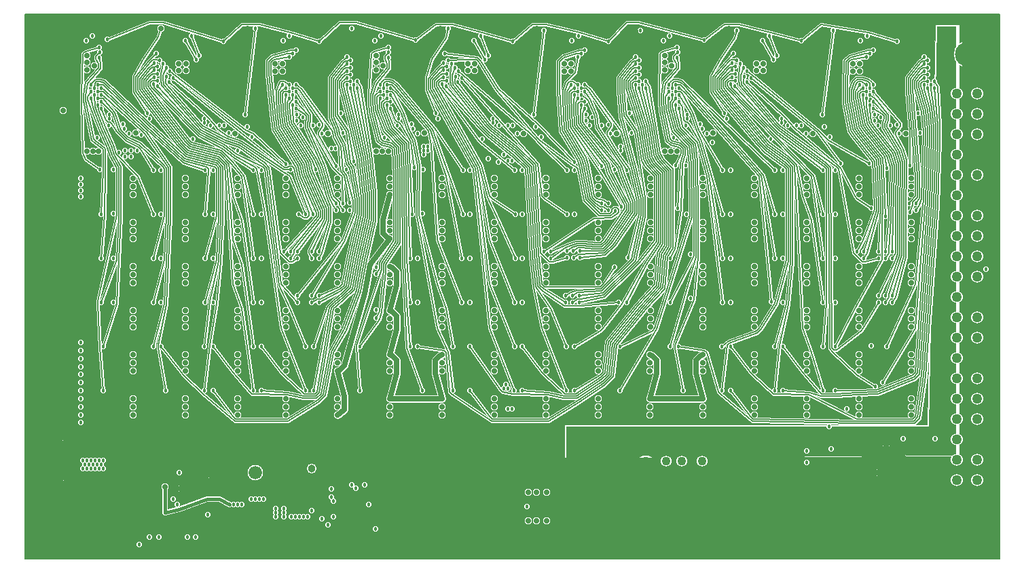
<source format=gbr>
%FSTAX24Y24*%
%MOIN*%
%IN LAYER3.GBR *%
%ADD10C,0.0020*%
%ADD11C,0.0050*%
%ADD12C,0.0098*%
%ADD13C,0.0120*%
%ADD14C,0.0130*%
%ADD15C,0.0150*%
%ADD16C,0.0160*%
%ADD17C,0.0177*%
%ADD18C,0.0180*%
%ADD19C,0.0190*%
%ADD20C,0.0197*%
%ADD21C,0.0217*%
%ADD22C,0.0236*%
%ADD23C,0.0250*%
%ADD24C,0.0256*%
%ADD25C,0.0276*%
%ADD26C,0.0280*%
%ADD27C,0.0300*%
%ADD28C,0.0376*%
%ADD29C,0.0380*%
%ADD30C,0.0394*%
%ADD31C,0.0413*%
%ADD32C,0.0433*%
%ADD33C,0.0480*%
%ADD34C,0.0494*%
%ADD35C,0.0500*%
%ADD36C,0.0533*%
%ADD37C,0.0600*%
%ADD38C,0.0660*%
%ADD39C,0.0760*%
%ADD40C,0.0964*%
%ADD41C,0.0984*%
%ADD42C,0.1161*%
%ADD43C,0.1181*%
%ADD44C,0.1281*%
%ADD45O,0.0689X0.0472*%
%ADD46O,0.0709X0.0492*%
%ADD47O,0.0767X0.0551*%
%ADD48O,0.0787X0.0571*%
D11*X044685Y02628D02*G01X044783Y026772D01*X047835D01*Y0D01*X0D01*
Y026772D01*X044783D01*X044685Y02628D01*D10*X044291Y006594D01*D11*
X026476D01*Y004921D01*X045866Y00502D01*D10*Y02628D01*X044685D01*G36*
G01X044783Y026772D01*X047835D01*Y0D01*X0D01*Y026772D01*X044783D01*
X044685Y02628D01*X044291Y006594D01*X026476D01*Y004921D01*
X045866Y00502D01*Y02628D01*X044685D01*G37*X04439Y006496D02*
G01X026575D01*Y00502D01*X030118D01*X030315Y005118D01*X03061D01*
X030807Y00502D01*X045669Y005118D01*Y026181D01*X044783D01*
X04439Y006496D01*G36*G01X026575D01*Y00502D01*X030118D01*
X030315Y005118D01*X03061D01*X030807Y00502D01*X045669Y005118D01*
Y026181D01*X044783D01*X04439Y006496D01*G37*
%LPC*%
D28*X032902Y02359D03*D26*X041142Y022815D03*X042579Y015118D03*D28*
X02815Y018701D03*X025213Y002378D03*X023659Y002397D03*X025606Y001886D03*
X025114D03*X025591Y016535D03*Y018701D03*D26*X029203Y010433D03*
X031604Y022982D03*X013297Y02248D03*X0156Y017126D03*D28*
X042702Y02394D03*X033268Y018307D03*D26*X030482Y02315D03*
X02185Y008268D03*D28*X043504Y01437D03*D26*X015807Y024656D03*
X013366Y012943D03*X012963Y024656D03*X013031Y015118D03*D28*
X043898Y025984D03*X023031Y00748D03*X031402Y02004D03*X032002D03*D24*
X018729Y02324D03*D26*X018976Y021378D03*X013356Y02184D03*
X04248Y021309D03*D16*X04498Y024803D03*D26*X00374Y012598D03*
X003258Y022648D03*D28*X035902Y02399D03*X030669Y009252D03*D26*
X012992Y025709D03*X042306Y01919D03*X040974Y023317D03*X041181Y014783D03*
X041309Y024656D03*D28*X032902Y02429D03*D26*X006693Y016929D03*
X013356Y02154D03*X003656Y02514D03*X003681Y019134D03*D28*
X003056Y02404D03*X043504Y007087D03*D26*X01689Y002657D03*
X027165Y025709D03*X016693Y003642D03*X003593Y022982D03*
X006919Y008258D03*D28*X010433Y016535D03*D26*X005118Y020906D03*D28*
X043504Y018307D03*D26*X006299Y010433D03*X00376Y022815D03*
X034646Y014764D03*X032106Y022146D03*X034252Y012598D03*X010806Y02184D03*
X011319Y026083D03*D28*X010433Y018307D03*X042352Y02359D03*
X031702Y02004D03*X012795Y011417D03*D26*X006506Y02324D03*
X01378Y010433D03*D28*X014706Y02464D03*X007874Y011417D03*D26*
X002756Y018701D03*X028956Y01434D03*X021129Y02369D03*D28*
X019606Y020945D03*D26*X00435Y016959D03*X006772Y024321D03*
X013366Y012608D03*D28*X015354Y011417D03*X005315Y018307D03*
X042702Y02464D03*X005315Y011811D03*X007874D03*X010433D03*
X023031Y013976D03*D26*X011614Y019094D03*X008858Y014764D03*
X003425Y02315D03*D28*X035902Y02434D03*X007874Y013976D03*D26*
X028632Y017461D03*X026801Y023317D03*D28*X038386Y009646D03*D26*
X042244Y015118D03*X041142Y02315D03*X030148Y024488D03*X02689Y012943D03*
X039764Y014764D03*X003593Y022313D03*X006299Y016929D03*D28*
X035827Y009646D03*D42*X001378Y024803D03*D28*X025591Y018307D03*D26*
X032002Y02464D03*X031693Y014764D03*X012795Y022815D03*X014429Y015118D03*
X038346Y020906D03*X008256Y02064D03*X01624Y003465D03*X032056Y01724D03*
X032028Y024892D03*X027136Y024656D03*X028632Y017126D03*
X031604Y022648D03*X029203Y008258D03*X012795Y02315D03*X014094Y014783D03*
D28*X015354Y009646D03*X030669D03*D26*X014429Y012943D03*
X015807Y024321D03*D28*X037952Y02429D03*D26*X012963Y022982D03*
X014094Y015118D03*X015266Y017126D03*X01313Y022313D03*D28*
X038386Y016535D03*D26*X017234Y01184D03*X017829Y02464D03*
X003313Y025715D03*D28*X033268Y013583D03*X02815D03*X033552Y02464D03*
X023031Y010039D03*X028179Y02394D03*D26*X031939Y023317D03*
X036811Y014764D03*D28*X021729Y02399D03*D26*X034646Y008268D03*
X044656Y02315D03*X020696Y024188D03*X024055Y010433D03*D28*
X038252Y02464D03*X015354Y017913D03*X040974Y024321D03*D26*
X027529Y02184D03*D28*X007874Y018307D03*X023031Y011417D03*
X020472Y00748D03*X012795Y007874D03*D26*X018898Y014764D03*
X017933Y02248D03*X014429Y012608D03*X015974Y023819D03*X03563Y023622D03*
X040056Y01944D03*X043852Y02189D03*D24*X020374Y025984D03*D28*
X023031Y017913D03*D26*X024075Y014764D03*X020696Y023854D03*
X034941Y025984D03*X034352Y02189D03*D28*X038386Y009252D03*
X020472Y018307D03*X02472Y003264D03*D26*X01122Y012598D03*
X006356Y024021D03*X020529D03*X024055Y012598D03*X026969Y016929D03*
X016043Y003642D03*D28*X043504Y016535D03*Y009252D03*D26*
X003656Y02464D03*X00374Y014764D03*D28*X043504Y013583D03*
X026467Y023986D03*X033252Y02359D03*D26*X037874Y021299D03*D28*
X007874Y009646D03*D24*X006201Y025984D03*D26*X017717Y000984D03*
X027362Y005512D03*D28*X00689Y003543D03*D26*Y002264D03*
X010039Y002657D03*X032452Y02129D03*D28*X019379Y02464D03*D34*
X001969Y003642D03*X001949Y00561D03*D47*X002382Y00315D03*
X002362Y006102D03*D45*X000866Y003091D03*Y006161D03*D28*
X015354Y010039D03*D26*X016156Y01954D03*X015807Y023986D03*D28*
X037952Y02359D03*X040945Y007087D03*Y018701D03*X030709Y012205D03*D26*
X019106Y01924D03*X017933Y022146D03*X006956Y02369D03*X01378Y016929D03*
D28*X035827Y016535D03*D26*X007106Y023986D03*X012806Y01939D03*
X029232Y020079D03*D28*X038386Y013976D03*D26*X013484Y002067D03*D28*
X037602Y02464D03*X031402Y02404D03*D26*X019291Y014764D03*
X019783Y020276D03*X019556Y01914D03*D28*X010433Y007874D03*D26*
X013656Y02169D03*X015606Y02094D03*D28*X037602Y02394D03*D26*
X032313Y008258D03*X031939Y022313D03*D28*X033252Y02394D03*
X025591Y010039D03*D26*X007677Y003543D03*X007874D03*X017829Y02514D03*
X017234Y01399D03*X009154Y003937D03*X007972Y001083D03*X024173Y020906D03*
D28*X030709Y013976D03*X020472Y015748D03*X038661Y020906D03*D26*
X006693Y010433D03*X016309Y023484D03*D28*X015354Y00748D03*
X023031Y009252D03*X015354Y013583D03*D26*X027136Y022982D03*
X028297Y019301D03*D28*X026801Y024321D03*D26*X014156Y01694D03*
X013297Y02499D03*X027303Y022815D03*X026956Y01479D03*X008071Y003264D03*
D28*X023779Y02394D03*D26*X008976Y002185D03*X017224Y001476D03*
X02747Y023317D03*X029616Y014803D03*D28*X030709Y018307D03*D26*
X022736Y019685D03*D28*X02815Y017913D03*X017913Y00748D03*
X02815Y018307D03*D26*X011713Y002953D03*X023917Y007382D03*D28*
X028179Y02359D03*X012795Y007087D03*X015354Y011811D03*D26*
X015945Y017126D03*X041702Y02154D03*D28*X003056Y02439D03*D26*
X037452Y02129D03*D28*X017913Y013583D03*X025606Y003264D03*
X02472Y001886D03*D26*X011614Y012598D03*D28*X032902Y02394D03*
X007906Y02399D03*X012293Y024321D03*X042702Y02324D03*X005433Y020945D03*
D26*X032456Y01934D03*X003839Y004823D03*D28*X04064Y024321D03*
X010433Y00748D03*X028529Y02324D03*D26*X01378Y008268D03*
X006306Y02334D03*X021457Y012598D03*X017933Y02315D03*X015157Y002854D03*
D28*X012795Y010039D03*D26*X029528Y019094D03*X02747Y022982D03*
X019783Y020079D03*X042126Y008661D03*X044154Y023652D03*
X023524Y008366D03*D28*X010256Y02464D03*X012293Y023986D03*
X02815Y010039D03*D26*X045177Y025394D03*D28*X033268Y016535D03*D26*
X003445Y004823D03*D28*X023031Y011811D03*D26*X014262Y019134D03*
X012963Y022648D03*D28*X025591Y015748D03*X02815Y016535D03*
X020472Y016142D03*X040945Y007874D03*Y013583D03*D26*X00435Y014783D03*
D28*X012795Y013976D03*D26*X020679Y02324D03*X026575Y010433D03*
X037205D03*X044154Y023317D03*X008806Y02164D03*Y02144D03*
X022362Y025709D03*X022729Y02474D03*D28*X009906Y02464D03*
X035827Y007874D03*X010433Y012205D03*D24*X034547Y025787D03*D28*
X004906Y02359D03*D26*X034252Y019094D03*X031939Y022982D03*
X027136Y022648D03*X025827Y014783D03*D28*X040945Y016535D03*
X037952Y02324D03*X015354Y018701D03*X040945Y012205D03*X033268Y016142D03*
D26*X043952Y02094D03*D28*X005315Y016142D03*X025606Y002378D03*D24*
X034547Y025984D03*D28*X015354Y018307D03*X017579Y02424D03*
X033268Y009252D03*D26*X00435Y012608D03*D28*X025591Y012205D03*D26*
X031956Y01934D03*X032002Y02514D03*D28*X007874Y016142D03*D26*
X002756Y007874D03*D16*X001378Y022835D03*D37*X04576Y003886D03*
X04676Y007886D03*X04576Y008886D03*X04676D03*X04576Y009886D03*X04676D03*
X04576Y010886D03*X04676D03*X04576Y011886D03*X04676D03*X04576Y012886D03*
X04676Y003886D03*Y012886D03*X04576Y013886D03*X04676D03*
X04576Y014886D03*X04676D03*X04576Y015886D03*X04676D03*X04576Y016886D03*
X04676D03*X04576Y017886D03*X04576Y004886D03*X04676Y017886D03*
X04576Y018886D03*X04676D03*X04576Y019886D03*X04676D03*X04576Y020886D03*
X04676D03*X04576Y021886D03*X04676D03*X04576Y022886D03*X04676Y004886D03*
Y022886D03*X04576Y005886D03*X04676D03*X04576Y006886D03*X04676D03*
X04576Y007886D03*D42*X04626Y001969D03*X037205D03*D44*X04626Y024803D03*
D26*X002756Y008661D03*Y00748D03*D28*X006693Y026083D03*D26*
X006006Y02189D03*X002756Y009055D03*D28*X029229Y02464D03*D26*
X004035Y025551D03*X009756Y02544D03*X014456D03*X019179Y02549D03*
X023929Y02544D03*X028629D03*X033352Y02549D03*X038109Y025465D03*
X042802Y02544D03*X013297Y023317D03*X015945Y01752D03*X041644Y022146D03*
X042244Y012943D03*D16*X014764Y00374D03*D26*X015506Y02189D03*D28*
X012795Y016535D03*X015354Y015748D03*X012795D03*X010433D03*X040945D03*
D24*X019729Y02464D03*D28*X019079Y02429D03*X007874Y015748D03*
X028179Y02429D03*X043504Y015748D03*X023429Y02394D03*D26*
X025329Y02074D03*D28*X005315Y016535D03*D26*X011614Y014764D03*
X028297Y017461D03*X027136Y023317D03*D28*X037602Y02359D03*
X015354Y012205D03*D26*X00435Y019134D03*D28*X026098Y002772D03*
X023659Y002747D03*X025606Y002772D03*X033268Y015748D03*D26*
X008858Y019094D03*X00376Y02315D03*D28*X004556Y02359D03*
X030709Y018701D03*X023031Y013583D03*D26*X025079Y02124D03*
X026969Y019094D03*D28*X037602Y02324D03*D24*X039173Y025984D03*D28*
X02815Y007874D03*X035827Y015748D03*X005315Y007087D03*X040945Y018307D03*
X033252Y02464D03*D26*X024409Y012598D03*D28*X038386Y015748D03*D26*
X010906Y02124D03*X01122Y019094D03*X006523Y023519D03*D28*
X035827Y01437D03*X02815Y007087D03*X020472Y011417D03*X023031Y016535D03*
D26*X011156Y02074D03*X037152Y02144D03*Y02164D03*D28*X040945Y01437D03*
D26*X01122Y008268D03*X006356Y024356D03*X034652Y02334D03*
X039173Y019094D03*X003248Y004429D03*D28*X02815Y016142D03*D26*
X009252Y014764D03*D28*X017229Y02439D03*D26*X040354Y007382D03*D24*
X005556Y02464D03*D42*X001378Y001969D03*D28*X02815Y00748D03*Y013976D03*
D26*X002756Y01063D03*Y009843D03*Y008268D03*Y009449D03*D28*
X00187Y022047D03*D26*X002756Y006693D03*Y010236D03*D28*
X025114Y003264D03*X038386Y01437D03*D26*X024409Y014764D03*D28*
X026098Y002378D03*X012795Y018307D03*X036252Y02434D03*X005315Y013976D03*
D26*X039764Y012598D03*D28*X009256Y02394D03*X023031Y018307D03*D26*
X015768Y019134D03*D28*X020472Y009252D03*D26*X034702Y023686D03*
X039173Y014764D03*X009252Y019094D03*X02061Y024823D03*X026969Y019488D03*
D28*X035827Y012205D03*D26*X014173Y010433D03*X015807Y023652D03*D28*
X020472Y012205D03*D26*X031939Y022648D03*X031693Y010433D03*D28*
X023031Y007087D03*D26*X030217Y025984D03*X004882Y021142D03*D28*
X035827Y018701D03*D26*X006693Y014764D03*D28*X004556Y02394D03*
X017229Y02004D03*D26*X002998Y025478D03*X018329Y02164D03*
X004803Y021378D03*D28*X043504Y00748D03*X040945Y009646D03*
X030669Y010039D03*Y007874D03*X033268D03*Y010039D03*X020472Y011811D03*
X038386Y007087D03*X028529Y02464D03*D26*X02185Y014764D03*
X028307Y021309D03*D28*X035827Y011811D03*D26*X002756Y007087D03*D28*
X02815Y009252D03*D24*X020374Y025787D03*D28*X025591Y013976D03*D39*
X013091Y004232D03*D28*X004906Y02464D03*D26*X029679Y02189D03*D28*
X02815Y011811D03*D26*X004626Y01998D03*X017431Y023317D03*
X021506Y01909D03*X034852Y02324D03*X039173Y010433D03*D28*
X019079Y02394D03*X02815Y011417D03*D26*X009106Y02129D03*X00376Y02248D03*
X006299Y014764D03*X039252Y02124D03*D28*X025591Y011417D03*D26*
X006939Y024154D03*X013366Y014783D03*X026555Y012608D03*
X021112Y024154D03*D28*X025213Y002772D03*D26*X00561Y000689D03*D28*
X038386Y011811D03*Y013583D03*X033268Y012205D03*X04064Y023986D03*D26*
X023937Y021299D03*X023279Y02129D03*D28*X035827Y009252D03*D26*
X006102Y001083D03*X02372Y007382D03*X008366Y001083D03*X032677Y012795D03*
D28*X031402Y02439D03*D26*X036811Y016929D03*X031772Y02315D03*D28*
X043228Y020906D03*D24*X01565Y025787D03*X010925D03*D26*
X024409Y019094D03*D28*X009256Y02359D03*D24*X01565Y025984D03*D28*
X025591Y01437D03*D26*X017598Y02315D03*X021506Y01694D03*
X042244Y014783D03*X041309Y022982D03*D28*X012795Y012205D03*
X003406Y02424D03*X02815Y01437D03*X038386Y007874D03*X024488Y020906D03*
D16*X002264Y022835D03*D26*X004156Y02184D03*X036811Y008268D03*
X03487Y024188D03*X045177Y025787D03*X011122Y002953D03*D28*
X018729Y02394D03*D26*X00374Y004626D03*X003051Y004823D03*
X00315Y004626D03*X02372Y008366D03*X013287Y002067D03*X028987Y017116D03*
X020778Y024488D03*X032502Y02164D03*X019587Y019882D03*X012697Y002264D03*
X017618Y001575D03*D28*X017913Y01437D03*Y012205D03*Y010039D03*
Y007874D03*X020472D03*Y010039D03*D26*X003848Y010433D03*
X003425Y022815D03*D28*X018729Y02464D03*X021729Y02434D03*
X012795Y009252D03*X014356Y02429D03*D26*X028629Y02134D03*D28*
X043504Y010039D03*D26*X022429Y02064D03*D24*X025098Y025984D03*D28*
X005315Y017913D03*D26*X017766Y022648D03*X018898Y012598D03*D28*
X031402Y02474D03*X010433Y009252D03*X009606Y02464D03*D26*
X034213Y010433D03*X034783Y024823D03*D28*X023031Y016142D03*D26*
X020696Y023519D03*X024056Y01909D03*D28*X012795Y013583D03*
X038386Y016142D03*X017913Y011811D03*X025591D03*D26*X007283Y002953D03*
D28*X023779Y02359D03*X017229Y02474D03*D26*X034252Y016929D03*
X032106Y022815D03*X036811Y019094D03*X031604Y023317D03*D28*
X035827Y007087D03*X005315Y015748D03*Y018701D03*D26*X003556Y02069D03*
D28*X007874Y016535D03*D26*X018898Y010433D03*X017431Y022648D03*D28*
X009256Y02324D03*D26*X027303Y022313D03*X026906Y01514D03*
X026606Y01694D03*X021457Y023622D03*D28*X012795Y017913D03*D26*
X041309Y023317D03*X042256Y01684D03*X009528Y021299D03*D28*
X010433Y016142D03*X007874Y017913D03*X010433D03*X038602Y02464D03*
X010433Y013976D03*X014882Y020906D03*D26*X016309Y02315D03*
X009252Y008268D03*D28*X017829Y02004D03*X004906Y02324D03*
X014356Y02394D03*D26*X042323Y010433D03*X044321Y023819D03*D28*
X003056Y02004D03*X009606Y02359D03*D26*X008556Y02474D03*
X008189Y025709D03*D28*X020472Y01437D03*X014356Y02359D03*
X014006Y02464D03*X019079Y02359D03*X005315Y007874D03*X025591Y017913D03*
X014356Y02464D03*D26*X015266Y017461D03*X013297Y022146D03*D28*
X029823Y025787D03*D26*X041949Y004331D03*Y004035D03*X042244Y005512D03*
D24*X006201Y025787D03*D28*X026801Y023986D03*X024114Y002303D03*D26*
X042539Y005512D03*D28*X028529Y02359D03*X022079Y02434D03*D26*
X032677Y014961D03*X02185Y019094D03*D28*X007874Y012205D03*X005315D03*
D26*X028957Y019134D03*D28*X035827Y013583D03*D26*X044656Y023484D03*
X032087Y010433D03*D28*X017913Y011417D03*X015354Y007874D03*D26*
X01122Y010433D03*X006523Y024188D03*D28*X015354Y016142D03*
X004556Y02429D03*X003056Y02474D03*D24*X032902Y02324D03*
X010925Y025984D03*D28*X007556Y02399D03*X043504Y012205D03*D26*
X009252Y016929D03*X014094Y012943D03*X015974Y024488D03*
X039764Y016929D03*D28*X024079Y02464D03*D26*X032106Y02248D03*
X034252Y014764D03*X013456Y01694D03*X007283Y023622D03*D28*
X033268Y017913D03*X004556Y02464D03*X005315Y010039D03*X004906Y02394D03*
X007874Y010039D03*X017913Y018701D03*X040945Y00748D03*X020472Y017913D03*
D26*X041024Y025472D03*X003445Y004429D03*D28*X023429Y02464D03*D26*
X010006Y02094D03*D28*X007874Y018701D03*X042352Y02324D03*X009606D03*
X009256Y02429D03*D26*X042002Y02169D03*D28*X020472Y013976D03*X017913D03*
X015354Y01437D03*X012795D03*D26*X019291Y020906D03*X019055Y021142D03*
D28*X037952Y02394D03*D26*X016043Y026083D03*X017487Y025715D03*
X041702Y02184D03*X02185Y012598D03*D28*X042352Y02394D03*
X040974Y023986D03*D26*X041555Y010472D03*X039764Y010433D03*
X041476Y02315D03*X03811Y021299D03*X037205Y019094D03*D28*
X030669Y007087D03*D26*X004106Y02129D03*D28*X033268Y007087D03*Y00748D03*
D26*X034646Y019094D03*D28*X012795Y009646D03*D26*X008858Y012598D03*
X003258Y023317D03*X041556Y01724D03*X035433Y023425D03*X03248Y016929D03*
X036602Y02064D03*D16*X016142Y003937D03*D28*X035827Y00748D03*D26*
X034646Y016929D03*X031693Y012598D03*X031772Y022815D03*
X035118Y024321D03*X041732Y008465D03*D28*X038386Y00748D03*
X035827Y016142D03*X043504Y011811D03*X005315Y011417D03*
X040945Y009252D03*Y013976D03*X007906Y02434D03*X030669Y00748D03*
X043504Y011417D03*X040945D03*X035827D03*D26*X015266Y019301D03*
X01313Y02315D03*D28*X038386Y011417D03*X017529Y02004D03*
X035827Y010039D03*X038386D03*D26*X009252Y010433D03*X016142Y023317D03*
D28*X040945Y010039D03*D26*X04189Y021299D03*D28*X033268Y011417D03*
X007874Y01437D03*X035827Y018307D03*X038386D03*D26*X008071Y003543D03*
X043456Y01934D03*X044154Y024656D03*X007874Y003264D03*X036535Y025709D03*
X036902Y02474D03*D28*X038386Y017913D03*X040945D03*D26*
X030148Y023484D03*X026969Y008268D03*D28*X017913Y009252D03*D26*
X026555Y012943D03*X02998Y024656D03*D28*X043504Y017913D03*D26*
X027829Y02169D03*X007677Y003264D03*D28*X042352Y02464D03*D26*
X00748Y002657D03*D28*X030709Y015748D03*D26*X023701Y021299D03*
X014094Y012608D03*X015974Y024154D03*X029134Y012598D03*
X020945Y024321D03*X017431Y022982D03*X016447Y010433D03*
X041909Y012943D03*X041476Y022313D03*X043456Y01704D03*X044154Y024321D03*
D28*X037952Y02464D03*D26*X04375Y017461D03*X044321Y024154D03*
X042913Y020906D03*D28*X023031Y018701D03*D26*X041339Y025709D03*D28*
X003356Y02004D03*D26*X03166Y025715D03*X019508Y016959D03*
X017766Y023317D03*X021457Y014764D03*X012628Y023317D03*
X013366Y015118D03*X02747Y02499D03*X025492Y015118D03*X026606Y01909D03*
X02128Y023986D03*X031345Y025478D03*X017234Y01434D03*X014173Y008268D03*
X015974Y023484D03*X027303Y024823D03*X028297Y017126D03*X029779Y02094D03*
X021024Y008258D03*X017933Y022815D03*D28*X030709Y011811D03*D26*
X022979Y02164D03*Y02144D03*X041476Y022815D03*X042579Y012943D03*
X041909Y014783D03*X035302Y02369D03*X02185Y016929D03*X026606Y01514D03*
X02747Y02248D03*X024409Y010433D03*X02998Y023317D03*D28*
X025591Y007087D03*X017229Y02404D03*D26*X034702Y024356D03*
X036811Y010433D03*X007874Y025472D03*X008406Y02454D03*X022579D03*
X022047Y025472D03*D28*X010433Y013583D03*D26*X024409Y016929D03*D28*
X020472Y018701D03*D26*X044154Y023986D03*X04375Y017126D03*
X009252Y012598D03*X041909Y015118D03*X041644Y023317D03*D28*
X003622Y020039D03*D26*X039152Y02184D03*X039665Y025984D03*
X044321Y02315D03*X037205Y008268D03*X03487Y023854D03*X039173Y012598D03*
X030315Y023317D03*X02185Y010433D03*D16*X039173Y003543D03*D28*
X042702Y02359D03*D24*X025098Y025787D03*D28*X035827Y017913D03*
X023429Y02359D03*D26*X036656Y01264D03*X032106Y02315D03*
X021024Y010433D03*X017766Y022982D03*X044321Y023484D03*
X039764Y008268D03*D28*X012795Y00748D03*X043504Y007874D03*
X005315Y009646D03*D26*X02685Y025472D03*X025827Y015118D03*
X026969Y022815D03*D28*X033268Y018701D03*X010433Y009646D03*
X030709Y016535D03*D26*X033465Y020906D03*D28*X010433Y01437D03*
X019079Y02324D03*D26*X02998Y023986D03*X027224Y012608D03*D28*
X010315Y020906D03*D26*X030148Y024154D03*X02689Y012608D03*
X033228Y021142D03*D28*X017913Y018307D03*D26*X027224Y012943D03*
X02998Y024321D03*D28*X023031Y012205D03*D26*X044488Y023317D03*
X034646Y010433D03*D28*X007874Y013583D03*D26*X004156Y02164D03*D28*
X007556Y02434D03*X005315Y013583D03*X023031Y01437D03*D26*
X024075Y016929D03*X020529Y023686D03*X018329Y02184D03*X007579Y004232D03*
D28*X02815Y009646D03*X025591D03*X033268Y011811D03*X023429Y02429D03*
X023779Y02464D03*D26*X016831Y000984D03*X005709Y020846D03*
X002756Y01811D03*X045374Y025787D03*X003839Y004429D03*X003346Y004626D03*
X023228Y019488D03*X023917Y019587D03*D16*X027362Y005709D03*D28*
X010433Y011417D03*D26*X015059Y020177D03*X019587Y020276D03*
X002854Y004429D03*X003051D03*X027165Y005512D03*X013681Y002067D03*
X027529Y02154D03*D28*X028879Y02464D03*D26*X020279Y02164D03*
X006437Y024823D03*X008819Y010433D03*D28*X015846Y003051D03*X016437D03*
Y002067D03*X015846D03*X009606Y02429D03*X028179Y02324D03*D26*
X006299Y012598D03*X003593Y022648D03*D28*X020472Y009646D03*D26*
X034213Y008258D03*X034951Y024488D03*D28*X030709Y017913D03*D26*
X045374Y025394D03*D28*X012795Y016142D03*D36*X03324Y004807D03*
X032256D03*X031469D03*D31*X030484D03*D40*X034449Y00374D03*X029276D03*
D28*X028529Y02429D03*X026467Y024321D03*X012795Y018701D03*
X025591Y016142D03*X035827Y013976D03*D26*X039502Y02074D03*D28*
X030709Y013583D03*X043504Y009646D03*D26*X013297Y022982D03*
X0156Y017461D03*X014456Y02134D03*X03487Y023519D03*X039173Y016929D03*
X039567Y005413D03*D28*X007874Y007087D03*X010433Y018701D03*
X017913Y016142D03*D26*X04311Y005906D03*X044685D03*X039764Y019094D03*
X027717Y021299D03*X012677Y025472D03*D28*X020472Y007087D03*D26*
X008858Y016929D03*X003593Y023317D03*D28*X043052Y02464D03*
X033268Y01437D03*X040945Y011811D03*X015354Y013976D03*X030709Y016142D03*
D26*X017766Y022313D03*X019006Y01694D03*D28*X017913Y009646D03*D26*
X035453Y023986D03*X041456Y01944D03*X006693Y019094D03*D28*
X023031Y009646D03*D26*X039173Y008268D03*X034702Y024021D03*D28*
X012628Y024321D03*D26*X03315Y021378D03*D28*X032902Y02464D03*
X042702Y02429D03*D26*X034452Y02164D03*X024642Y002575D03*D28*
X022079Y02399D03*D26*X029528Y012598D03*X02998Y023652D03*
X012697Y015118D03*X01313Y024823D03*X014567Y020906D03*D28*
X030709Y01437D03*X007874Y009252D03*D26*X011614Y016929D03*
X019291Y010433D03*X030482Y023484D03*X024016Y008268D03*
X020529Y024356D03*D28*X024429Y02464D03*D26*X041644Y02499D03*
X040846Y015118D03*D28*X009256Y02464D03*D26*X006356Y023686D03*
X01122Y016929D03*X013543Y021299D03*X006299Y019094D03*X00376Y022146D03*
X041476Y024823D03*X041181Y015118D03*X02747Y022146D03*X027256Y01514D03*
X039469Y006496D03*X013031Y014783D03*X012963Y023317D03*D16*
X039665Y004331D03*D26*X047185Y014232D03*D33*X014075Y004429D03*D28*
X007874Y00748D03*D16*X039665Y004724D03*D28*X004906Y02429D03*
X018729Y02359D03*D26*X014429Y014783D03*X01313Y022815D03*
X006106Y02164D03*X015974Y02315D03*X011614Y008268D03*X035285Y024154D03*
X041909Y012608D03*D28*X005315Y009252D03*X010433Y010039D03*D26*
X027303Y02315D03*X027256Y01479D03*D24*X033252Y02324D03*D28*
X029823Y025984D03*X033268Y009646D03*X014006Y02429D03*D26*
X037205Y014764D03*D28*X020472Y016535D03*X023031Y015748D03*
X030709Y011417D03*X017913Y017913D03*Y015748D03*X015354Y009252D03*
Y007087D03*D26*X006594Y001083D03*X009764Y021299D03*X006693Y012598D03*
X042579Y014783D03*X041309Y022648D03*D28*X043504Y013976D03*D26*
X037205Y016929D03*X036752Y02454D03*X03622Y025472D03*X002854Y004823D03*
D28*X020472Y013583D03*D24*X023429Y02324D03*D28*X023779D03*D26*
X024409Y008268D03*X030148Y02315D03*D28*X015056Y02464D03*D26*
X016447Y008258D03*X017854Y024892D03*D28*X014006Y02359D03*
X028529Y02394D03*X014006D03*D39*X011319Y004232D03*D16*
X008307Y004764D03*D28*X043402Y02464D03*X018729Y02429D03*X023779D03*
X009606Y02394D03*X014356Y02324D03*D26*X017656Y02069D03*D16*
X042717Y004035D03*D26*X017234Y01224D03*D28*X014006Y02324D03*D26*
X013878Y002067D03*X027165Y005315D03*X029232Y020276D03*
X027362Y005315D03*X011516Y002953D03*X014862Y001673D03*D28*
X017913Y007087D03*X038386Y012205D03*D26*X02874Y020906D03*D28*
X005315Y01437D03*D26*X003642Y004429D03*X003543Y004626D03*
X002756Y018406D03*D16*X027165Y005709D03*D26*X045177Y025591D03*
X012697Y002461D03*X026969Y010433D03*X030148Y023819D03*D28*
X043898Y025689D03*X038386Y018701D03*X037602Y02429D03*D26*
X005217Y019783D03*X012303Y002461D03*Y002264D03*X013091Y002067D03*
X023622Y008563D03*X002953Y004626D03*D28*X019079Y02464D03*
X033268Y013976D03*D26*X019291Y012598D03*X043415Y017461D03*
X044321Y024488D03*D24*X039173Y025768D03*D26*X003681Y024892D03*
X00374Y016929D03*D28*X042352Y02429D03*D26*X042802Y02134D03*D28*
X033252Y02429D03*D26*X004921Y020079D03*X012697Y002067D03*D28*
X025591Y009252D03*D24*X033902Y02464D03*D26*X004921Y019783D03*
X023524Y019882D03*X014075Y002362D03*X012303Y002067D03*
X015059Y003051D03*X017421Y000984D03*X011319Y002953D03*
X005217Y020079D03*X010433D03*X01811Y00187D03*X02126Y023425D03*
X026606Y01479D03*D28*X028179Y02464D03*D26*X037205Y012598D03*
X026575Y008268D03*X020479Y02334D03*X003642Y004823D03*X038386Y004724D03*
X002756Y017815D03*X015256Y020177D03*X03376Y020472D03*X045374Y025591D03*
D28*X007874Y007874D03*X012628Y023986D03*D26*X007087Y023425D03*
X013056Y01914D03*D28*X043504Y018701D03*D26*X017618Y003839D03*D28*
X02815Y015748D03*D26*X005512Y020079D03*X003248Y004823D03*
X02372Y019587D03*X015059Y003445D03*D28*X010433Y007087D03*D26*
X018279Y02129D03*D28*X031752Y02424D03*D26*X017172Y025478D03*
X041644Y02248D03*X042244Y012608D03*D28*X017913Y016535D03*D26*
X031856Y02069D03*X020768Y026083D03*X020179Y02189D03*D28*
X043504Y016142D03*D26*X010433Y002657D03*X01063D03*D28*X036252Y02399D03*
D26*X010236Y002657D03*X042579Y012608D03*X041644Y022982D03*D28*
X03378Y020945D03*D26*X009252Y001969D03*Y001772D03*Y001614D03*
Y002559D03*X029291Y017293D03*X026969Y02315D03*X017598Y022815D03*
X019518Y008258D03*X009547Y004134D03*X006604Y024488D03*
X008819Y008258D03*X003848D03*X003258Y022982D03*X034646Y012598D03*D28*
X02815Y012205D03*D24*X004556Y02324D03*D26*X006523Y023854D03*
X01122Y014764D03*D28*X015354Y016535D03*D26*X032502Y02184D03*D28*
X012795Y011811D03*D26*X038386Y005315D03*X014134Y021309D03*
X015807Y023317D03*X011614Y010433D03*X014567Y001969D03*
X017323Y003839D03*X019587Y020079D03*X015138Y002067D03*D28*
X005315Y00748D03*D26*X024979Y02184D03*X025492Y025984D03*D28*
X029055Y020906D03*X005206Y02464D03*X025591Y013583D03*Y007874D03*
X023031D03*X040945Y016142D03*X025591Y00748D03*D15*X041142Y022815D02*
G01X041144Y022579D01*X041337Y021389D01*X041525Y021148D01*
X042521Y019881D01*X042671Y019341D01*Y019039D01*X042621Y016689D01*
X042579Y015118D01*X029203Y010433D02*X030797Y011205D01*
X030921Y011329D01*X031521Y013246D01*X032645Y016861D01*Y016997D01*
X032621Y019409D01*X032515Y020253D01*X031787Y021015D01*X031474Y02212D01*
X031439Y022579D01*Y022716D01*X031604Y022982D01*X013297Y02248D02*
X013921Y0218D01*Y02158D01*X013869Y021419D01*Y021199D01*
X014727Y019326D01*X015142Y017825D01*X015431Y017529D01*
X015435Y017392D01*X0156Y017126D01*X030482Y02315D02*X030844Y021381D01*
X03109Y019911D01*X03124Y019611D01*X031721Y01912D01*Y015328D01*
X031428Y014874D01*X031321Y013329D01*X030396Y012334D01*
X028938Y010543D01*X028762Y008998D01*X028403Y008639D01*
X027161Y007803D01*X025679Y006874D01*X022943D01*X022819Y006998D01*
X02185Y008268D01*X015807Y024656D02*X015697Y024586D01*X015542Y024431D01*
X014942Y023675D01*X014941Y022124D01*Y021656D01*X015195Y021035D01*
X015241Y020789D01*X015521Y020287D01*X015603Y019066D01*
X015767Y018872D01*X01611Y017588D01*Y017058D01*X015567Y01566D01*
X013366Y012943D01*X012963Y024656D02*X012205Y024534D01*
X012081Y024409D01*Y023898D01*X012265Y021955D01*X012391Y02114D01*
X013521Y019333D01*X013597Y018858D01*X014421Y01705D01*Y01683D01*
X013101Y015228D01*X013031Y015118D01*X00374Y012598D02*X004515Y014715D01*
X004615Y016849D01*Y019244D01*X004261Y019829D01*X004135Y020252D01*
X003741Y021139D01*X003395Y021994D01*X003328Y022203D01*
X003258Y022648D01*X042306Y01919D02*X042221Y019757D01*X041225Y021024D01*
X041037Y021265D01*X040777Y022664D01*Y022966D01*X040974Y023317D01*
X041181Y014783D02*X041346Y01505D01*X041891Y016991D01*X041921Y017089D01*
Y017391D01*X041841Y018998D01*X041821Y019591D01*X040825Y020858D01*
X040637Y021099D01*X040377Y022498D01*Y023132D01*X040427Y024409D01*
X040552Y024534D01*X041309Y024656D01*X003656Y02514D02*X002968Y024953D01*
X002843Y024828D01*X002793Y02284D01*Y022455D01*X002843Y019952D01*
X002993Y019652D01*X003118Y019527D01*X003681Y019134D01*
X003593Y022982D02*X003828Y02298D01*X005818Y021111D01*X005974Y020956D01*
X007158Y019287D01*Y016737D01*X006958Y012489D01*X006528Y010501D01*
Y010365D01*X006919Y008258D01*X006299Y010433D02*X006858Y01253D01*
X007058Y016778D01*Y019246D01*X005874Y020915D01*X005777Y021011D01*
X00387Y022745D01*X00376Y022815D01*X032106Y022146D02*X032287Y021222D01*
X033015Y02046D01*X033481Y018789D01*X034252Y012598D01*X010806Y02184D02*
X011319Y026083D01*X006506Y02324D02*X008341Y021248D01*X008613Y020975D01*
X009776Y020359D01*X010365Y019914D01*X011683Y019259D01*
X011779Y019163D01*X012482Y013453D01*X013008Y012293D01*X01378Y010433D01*
X028956Y01434D02*X028362Y013495D01*X028238Y01337D01*X025502D01*
X025378Y013495D01*X025227Y015008D01*X024974Y019329D01*
X024151Y020152D01*X022869Y021175D01*X022714Y02133D01*X021095Y023357D01*
Y023494D01*X021129Y02369D01*X006772Y024321D02*X006691Y0238D01*
Y02358D01*X006722Y023274D01*X008441Y021289D01*X008655Y021075D01*
X009813Y020475D01*X010501Y020244D01*X011724Y019359D01*
X011879Y019204D01*X012582Y013495D01*X013366Y012608D01*
X008858Y014764D02*X009417Y016861D01*Y019163D01*X00932Y019259D01*
X007856Y019675D01*X005996Y021375D01*X00387Y023415D01*X003661Y023482D01*
X003524D01*X003428Y023385D01*X003425Y02315D01*X028632Y017461D02*
X028366Y017626D01*X028061Y017701D01*X027937Y017825D01*X027634Y01937D01*
X027534Y019722D01*X026664Y021182D01*X026604Y022664D01*Y022966D01*
X026801Y023317D01*X042244Y015118D02*X042421Y016772D01*
X042471Y019122D01*Y019259D01*X042321Y019798D01*X041325Y021065D01*
X041137Y021306D01*X040877Y022705D01*Y022925D01*X041032Y02308D01*
X041142Y02315D01*X030148Y024488D02*X029912Y024486D01*X029815Y024389D01*
X029215Y023634D01*Y023D01*X029314Y021739D01*X029993Y019287D01*
X030356Y017734D01*Y016852D01*X029881Y014693D01*X029726Y014538D01*
X028321Y01317D01*X027156Y013108D01*X02689Y012943D01*X003593Y022313D02*
X003595Y022077D01*X003941Y021222D01*X004335Y020335D01*
X004461Y019912D01*X005528Y018789D01*X006299Y016929D01*X032002Y02464D02*
X032065Y02437D01*Y024111D01*X031439Y023385D01*X031339Y022757D01*
Y022538D01*X031374Y022079D01*X031691Y020622D01*X031788Y020525D01*
X032173Y020453D01*X032415Y020211D01*Y019869D01*X032291Y019409D01*
X032221Y017172D01*X031921Y015246D01*X031693Y014764D01*
X012795Y022815D02*X012765Y022464D01*Y022162D01*X012891Y021348D01*
X014021Y01954D01*X014097Y019066D01*X014921Y017257D01*Y016623D01*
X014429Y015118D01*X032056Y01724D02*X032191Y01945D01*X032315Y019911D01*
Y02017D01*X032132Y020353D01*X031746Y020425D01*X031591Y02058D01*
X031274Y022038D01*X031239Y022496D01*Y022799D01*X031339Y023427D01*
X031965Y024152D01*Y024328D01*X031837Y024572D01*Y024709D01*
X031934Y024805D01*X032028Y024892D01*X027136Y024656D02*
X027014Y023898D01*X026889Y023773D01*X026691Y023582D01*
X026536Y023427D01*X026404Y023049D01*Y022581D01*X026464Y021099D01*
X027334Y019639D01*X027434Y019287D01*X027737Y017742D01*
X027979Y017501D01*X028229Y017296D01*X028366Y017291D01*
X028632Y017126D01*X031604Y022648D02*X031574Y022464D01*Y022162D01*
X031887Y021056D01*X032615Y020294D01*X032721Y01945D01*X032745Y017039D01*
Y016819D01*X031621Y013205D01*X031021Y011288D01*X029203Y008258D01*
X012795Y02315D02*X012686Y02308D01*X01253Y022925D01*Y022705D01*
X012565Y022079D01*X012691Y021265D01*X013821Y019457D01*
X013897Y018983D01*X014721Y017174D01*Y016706D01*X013929Y015186D01*
Y01505D01*X014094Y014783D01*X014429Y012943D02*X015442Y01337D01*
X015567Y013495D01*X015843Y014916D01*X01631Y016975D01*Y017671D01*
X016033Y019244D01*X015891Y01943D01*X015721Y02037D01*X015441Y020872D01*
X015395Y021118D01*X015141Y021739D01*Y022041D01*X015142Y023592D01*
X015542Y024096D01*X015697Y024251D01*X015807Y024321D01*
X012963Y022982D02*X012727Y02298D01*X01263Y022883D01*Y022747D01*
X012665Y02212D01*X012791Y021306D01*X013921Y019498D01*X013997Y019024D01*
X014821Y017216D01*Y016665D01*X014094Y015118D01*X015266Y017126D02*
X015101Y017392D01*X014942Y017742D01*X014527Y019244D01*
X014321Y019664D01*X013191Y021472D01*X013132Y022077D01*X01313Y022313D01*
X017234Y01184D02*X017399Y012172D01*X017599Y014189D01*X017601Y0145D01*
X018326Y015577D01*Y018872D01*X018242Y020211D01*X018Y020453D01*
X017588Y020525D01*X017491Y020622D01*X017101Y022038D01*
X017066Y022496D01*Y022799D01*X017266Y023385D01*X017892Y024111D01*
Y02437D01*X017829Y02464D01*X031939Y023317D02*X032175Y023315D01*
X032271Y023218D01*X03614Y01883D01*X036811Y014764D01*X034646Y008268D02*
X035614Y006998D01*X035739Y006874D01*X040815Y006774D01*X043634D01*
X043817Y006957D01*X044117Y008998D01*X044717Y017411D01*
X044817Y020582D01*Y021298D01*X044656Y02315D01*X020696Y024188D02*
X020461Y024186D01*X020364Y024089D01*X019914Y023574D01*Y023106D01*
X022115Y019204D01*X022819Y013495D01*X024055Y010433D01*
X018898Y014764D02*X018841Y016872D01*X018826Y019079D01*
X018742Y020418D01*X018014Y02118D01*X017668Y022036D01*X017601Y022245D01*
Y022381D01*X017697Y022478D01*X017933Y02248D01*X014429Y012608D02*
X015525Y01317D01*X015767Y013412D01*X016043Y014833D01*X01651Y016892D01*
Y017754D01*X016321Y019609D01*X015971Y021091D01*X015442Y023166D01*
Y023468D01*X015642Y02372D01*X015739Y023817D01*X015974Y023819D01*
X03563Y023622D02*X03875Y021118D01*X038874Y020994D01*X040056Y01944D01*
X024075Y014764D02*X023244Y016624D01*X022719Y017784D01*
X022315Y019287D01*X020114Y023189D01*Y023491D01*X020364Y023755D01*
X020461Y023851D01*X020696Y023854D01*X034941Y025984D02*
X034843Y025591D01*X034134Y024567D01*X033687Y02374D01*Y02294D01*
X034352Y02189D01*X01122Y012598D02*X010646Y016624D01*X01022Y017825D01*
X010017Y019411D01*X009569Y019859D01*X008105Y020275D01*
X007891Y020489D01*X005941Y023006D01*X005841Y023148D01*Y023533D01*
X006091Y023796D01*X006246Y023951D01*X006356Y024021D01*X020529D02*
X020419Y023951D01*X020264Y023796D01*X020014Y023533D01*Y023148D01*
X022215Y019246D01*X022819Y01566D01*X024055Y012598D01*X003656Y02464D02*
X003719Y02437D01*Y024111D01*X003093Y023385D01*X002993Y022757D01*
Y022538D01*X003391Y020622D01*X003488Y020525D01*X003752Y020352D01*
X003935Y020169D01*X003946Y019244D01*Y019024D01*X003905Y016861D01*
X00374Y014764D01*D26*X00689Y003543D02*Y002264D01*X007576Y002427D01*
X008957Y002953D01*X009547D01*X010039Y002657D01*D15*X016156Y01954D02*
X015871Y02105D01*X015341Y021822D01*Y021959D01*X015342Y02351D01*
X015542Y023761D01*X015697Y023917D01*X015807Y023986D01*X019106Y01924D02*
X018942Y020501D01*X018444Y021359D01*X018347Y021455D01*
X018261Y021475D01*X018164Y021572D01*X017933Y022146D01*X006956Y02369D02*
X006922Y023494D01*Y023357D01*X008641Y021372D01*X008738Y021275D01*
X009896Y020675D01*X010584Y020444D01*X012655Y019025D01*
X012883Y018914D01*X013008Y018789D01*X01378Y016929D01*X007106Y023986D02*
X010838Y021075D01*X011224Y020905D01*X012806Y01939D01*X032313Y008258D02*
X031922Y010365D01*Y010501D01*X032842Y012727D01*X033042Y014809D01*
X033045Y016695D01*Y017163D01*X033021Y019574D01*X032915Y020418D01*
X032187Y02118D01*X031941Y022077D01*X031939Y022313D01*X017829Y02514D02*
X017141Y024953D01*X017016Y024828D01*X016866Y022882D01*Y022414D01*
X016901Y021955D01*X017291Y020539D01*X017505Y020325D01*
X017917Y020253D01*X018042Y020128D01*X018126Y018789D01*Y01566D01*
X017401Y014582D01*X017399Y014272D01*X017234Y01399D01*X006693Y010433D02*
X007661Y009164D01*X007786Y009039D01*X008751Y008093D01*
X010304Y006774D01*X012925D01*X014407Y007703D01*X014738Y008034D01*
X015142Y010128D01*X015767Y011246D01*X016467Y013122D01*
X016743Y014543D01*X01721Y016602D01*Y018044D01*X017021Y019898D01*
X016474Y023218D01*X016309Y023484D01*X027136Y022982D02*X0269Y02298D01*
X026804Y022883D01*Y022747D01*X026864Y021265D01*X028297Y019301D01*
X014156Y01694D02*X013397Y018776D01*X013321Y01925D01*X012191Y021058D01*
X012065Y021872D01*X011881Y023815D01*Y024492D01*X012122Y024734D01*
X013062Y024988D01*X013297Y02499D01*X027303Y022815D02*X027539Y022645D01*
X027635Y022549D01*X027994Y021759D01*X028042Y021199D01*
X028867Y019928D01*X029322Y019285D01*X029363Y019026D01*
X029956Y017569D01*Y017018D01*X028862Y015453D01*X028445Y015035D01*
X027188Y014955D01*X026956Y01479D01*X02747Y023317D02*X02758Y023247D01*
X027735Y023092D01*X029268Y020994D01*X029793Y019204D01*
X030156Y017652D01*Y016935D01*X029616Y014803D01*X01378Y008268D02*
X012582Y011329D01*X011779Y016997D01*X011385Y019163D01*
X011289Y019259D01*X010323Y019814D01*X009735Y020259D01*
X008572Y020875D01*X008241Y021206D01*X006341Y023172D01*X006306Y02334D01*
X021457Y012598D02*X02026Y01566D01*X019948Y020344D01*X019819Y021033D01*
X018198Y022925D01*X018043Y02308D01*X017933Y02315D01*X029528Y019094D02*
X029422Y019326D01*X028967Y019969D01*X028142Y021241D01*X028094Y0218D01*
X027735Y02259D01*X02747Y022982D01*X042126Y008661D02*X043717Y011329D01*
X044217Y017618D01*X044317Y020789D01*Y021091D01*X044217Y022041D01*
X043889Y023207D01*Y023427D01*X044044Y023582D01*X044154Y023652D01*
X014262Y019134D02*X014121Y019581D01*X012991Y021389D01*
X012865Y022203D01*Y022423D01*X012963Y022648D01*X020679Y02324D02*
X022414Y021206D01*X022745Y020875D01*X024027Y019852D01*
X024674Y019204D01*X024927Y014884D01*X025078Y01337D01*X025803Y012293D01*
X026575Y010433D01*X037205D02*X038173Y009164D01*X039008Y008199D01*
X039105Y008103D01*X039832D01*X040815Y008187D01*X041842Y0082D01*
X043634Y008939D01*X043817Y009122D01*X044417Y017535D01*
X044517Y020706D01*Y021174D01*X044417Y022124D01*X044156Y023081D01*
X044154Y023317D01*X008806Y02164D02*Y02144D01*X022362Y025709D02*
X022729Y02474D01*X034252Y019094D02*X033063Y021073D01*X032767Y02195D01*
X032271Y022883D01*X032175Y02298D01*X031939Y022982D01*X027136Y022648D02*
X027038Y022423D01*Y022203D01*X027064Y021348D01*X028562Y019411D01*
X028692Y019024D01*X029556Y017403D01*Y017184D01*X028462Y015618D01*
X028279Y015435D01*X02802D01*X027407Y015505D01*X027105D01*
X026796Y015405D01*X026538Y015305D01*X025827Y014783D01*X031956Y01934D02*
X032215Y019952D01*Y020128D01*X032091Y020253D01*X031705Y020325D01*
X031491Y020539D01*X031174Y021996D01*X031139Y022455D01*Y02284D01*
X03119Y024828D01*X031314Y024953D01*X032002Y02514D01*X006693Y026083D02*
X006496Y025591D01*X005807Y024567D01*X005341Y02374D01*Y02294D01*
X006006Y02189D01*X004035Y025551D02*X006102Y026378D01*X006791D01*
X009756Y02544D01*X01063Y02628D01*X011516D01*X01306Y025874D01*
X014456Y02544D01*X015453Y026378D01*X01624D01*X019179Y02549D01*
X020177Y02628D01*X020965D01*X022431Y025874D01*X023929Y02544D01*
X024902Y02628D01*X025591D01*X027234Y025874D01*X028629Y02544D01*
X029528Y026378D01*X030118D01*X033352Y02549D01*X03435Y02628D01*
X035039D01*X036604Y025874D01*X038109Y025465D01*X039075Y02628D01*
X041407Y025874D01*X042802Y02544D01*X013297Y023317D02*X013407Y023247D01*
X013562Y023092D01*X015095Y020994D01*X015141Y020748D01*
X015421Y020246D01*X015456Y01939D01*X015503Y019024D01*X015667Y01883D01*
X015945Y01752D01*X041644Y022146D02*X042071Y021855D01*X042167Y021759D01*
Y021622D01*X042115Y02146D01*Y021158D01*X042821Y020006D01*
X042971Y019466D01*Y018915D01*X04295Y017653D01*X042944Y014967D01*
X042844Y014674D01*X042244Y012943D01*X028297Y017461D02*X02802Y017601D01*
X027837Y017784D01*X027534Y019329D01*X027434Y019681D01*X026564Y02114D01*
X026504Y022622D01*Y023008D01*X026636Y023385D01*X026733Y023482D01*
X02687D01*X027136Y023317D01*X008858Y019094D02*X007773Y019475D01*
X005913Y021175D01*X00387Y02308D01*X00376Y02315D01*X01122Y019094D02*
X010282Y019714D01*X009693Y020159D01*X00853Y020775D01*X008141Y021165D01*
X006241Y02313D01*X006141Y023272D01*Y023409D01*X006238Y023505D01*
X006523Y023519D01*X037152Y02144D02*Y02164D01*X01122Y008268D02*
X010646Y012293D01*X01022Y013495D01*X009817Y019329D01*X009486Y019659D01*
X008022Y020075D01*X007691Y020406D01*X005741Y022923D01*
X005641Y023065D01*Y023616D01*X006091Y024131D01*X006246Y024286D01*
X006356Y024356D01*X034652Y02334D02*X034687Y023172D01*X036587Y021206D01*
X036918Y020875D01*X039173Y019094D01*X034702Y023686D02*
X034543Y023605D01*X034387Y02345D01*Y02323D01*X034487Y023089D01*
X036767Y020709D01*X038599Y018789D01*X039173Y014764D01*X02061Y024823D02*
X022209Y024653D01*X022392Y02447D01*X023228Y023091D01*X025147Y021405D01*
X025244Y021309D01*X026969Y019488D01*X014173Y010433D02*
X014842Y012417D01*X015142Y012718D01*X015567Y01307D01*X015867Y01337D01*
X016143Y014792D01*X01661Y016851D01*Y017795D01*X016421Y01965D01*
X016071Y021133D01*X015542Y023207D01*Y023427D01*X015697Y023582D01*
X015807Y023652D01*X031939Y022648D02*X031774Y022381D01*Y022245D01*
X032087Y021139D01*X032815Y020377D01*X032921Y019533D01*
X032945Y017122D01*Y016737D01*X032942Y014851D01*X031693Y010433D01*D28*
X030669Y010039D02*X030804Y009971D01*X030995Y009781D01*Y009117D01*
X030669Y007874D01*X033268D01*X032942Y009117D01*Y009781D01*
X033133Y009971D01*X033268Y010039D01*D15*X017431Y023317D02*
X017501Y023427D01*X017656Y023582D01*X017876D01*X018084Y023515D01*
X018298Y023301D01*X020119Y021157D01*X021506Y01909D01*X034852Y02324D02*
X036687Y021248D01*X03696Y020975D01*X039242Y019259D01*X039338Y019163D01*
Y01253D01*X039173Y010433D01*X00376Y02248D02*X004321Y021909D01*
X004617Y021032D01*X005008Y020641D01*X005622Y020344D01*
X006761Y019259D01*X006858Y019163D01*Y016861D01*X006299Y014764D01*
X006939Y024154D02*X006791Y023759D01*Y023622D01*X006822Y023315D01*
X008541Y02133D01*X008696Y021175D01*X009855Y020575D01*X010543Y020344D01*
X011765Y019459D01*X011979Y019246D01*X012532Y01505D01*X012963Y014618D01*
X0131D01*X013366Y014783D01*X026555Y012608D02*X025461Y01327D01*
X025278Y013453D01*X025127Y014967D01*X024874Y019287D01*X02411Y020052D01*
X022828Y021075D01*X022614Y021289D01*X020995Y023315D01*
X020964Y023622D01*Y023759D01*X021112Y024154D01*X036811Y016929D02*
X03624Y018872D01*X032371Y023259D01*X032216Y023415D01*X032007Y023482D01*
X031871D01*X031774Y023385D01*X031772Y02315D01*X017598D02*
X017601Y023385D01*X017697Y023482D01*X017834D01*X018043Y023415D01*
X018198Y023259D01*X020019Y021116D01*X021506Y01694D01*X042244Y014783D02*
X042409Y01505D01*X042414Y015186D01*X042521Y01673D01*X042571Y01908D01*
Y0193D01*X042421Y01984D01*X041425Y021107D01*X041237Y021348D01*
X040977Y022747D01*Y022883D01*X041073Y02298D01*X041309Y022982D01*
X036811Y008268D02*X03704Y010501D01*X03747Y012489D01*X03767Y014571D01*
Y019287D01*X037397Y019559D01*X036451Y020275D01*X036237Y020489D01*
X034187Y022965D01*X034087Y023106D01*Y023574D01*X034537Y024089D01*
X034634Y024186D01*X03487Y024188D01*X028987Y017116D02*X028897Y017016D01*
X028742Y016861D01*X028187D01*X028032Y017016D01*X027437Y017618D01*
X027134Y019163D01*X027037Y019259D01*X0269Y019323D01*X025261Y020575D01*
X025164Y020672D01*X023128Y023049D01*X022292Y024428D01*
X022167Y024553D01*X021641D01*X020778Y024488D01*D28*X017913Y01437D02*
X018048Y014302D01*X018239Y014111D01*Y013448D01*X017913Y012205D01*
X018048Y012137D01*X018239Y011946D01*Y011282D01*X017913Y010039D01*
X018048Y009971D01*X018239Y009781D01*Y009117D01*X017913Y007874D01*
X020472D01*X020147Y009117D01*Y009781D01*X020338Y009971D01*
X020472Y010039D01*D15*X003848Y010433D02*X004515Y01254D01*
X004715Y016807D01*Y019285D01*X004361Y019871D01*X004235Y020293D01*
X003841Y02118D01*X003495Y022036D01*X003428Y022245D01*X003425Y022815D01*
X017766Y022648D02*X017656Y022578D01*X017501Y022423D01*Y022203D01*
X017568Y021994D01*X017914Y021139D01*X018642Y020377D01*
X018726Y019037D01*X018733Y014695D01*X018898Y012598D01*
X034213Y010433D02*X034536Y010698D01*X035915Y011205D01*X03604Y011329D01*
X036821Y012572D01*X03737Y014695D01*Y019163D01*X037273Y019259D01*
X036327Y019975D01*X035937Y020365D01*X033887Y02284D01*X033787Y022982D01*
Y023698D01*X034437Y024465D01*X034783Y024823D01*X020696Y023519D02*
X020411Y023505D01*X020314Y023409D01*Y023272D01*X020414Y02313D01*
X022264Y020572D01*X022361Y020475D01*X024056Y01909D01*X034252Y016929D02*
X033215Y020543D01*X032963Y021032D01*X032667Y021909D01*
X032271Y022549D01*X032106Y022815D01*X036811Y019094D02*
X032257Y023515D01*X032049Y023582D01*X031829D01*X031674Y023427D01*
X031604Y023317D01*X018898Y010433D02*X018733Y01253D01*X018633Y014654D01*
X018626Y018996D01*X018542Y020335D01*X017814Y021098D01*
X017468Y021953D01*X017401Y022162D01*Y022464D01*X017431Y022648D01*
X027303Y022313D02*X027264Y02195D01*Y02143D01*X027452Y021189D01*
X029122Y019202D01*X029163Y018943D01*X029756Y017486D01*Y017101D01*
X028662Y015536D01*X028362Y015235D01*X027937D01*X027324Y015305D01*
X027188D01*X026906Y01514D01*X026606Y01694D02*X025502Y017701D01*
X025378Y017825D01*X025174Y019411D01*X023536Y021231D01*
X023444Y021359D01*X023144Y021709D01*X021457Y023622D01*
X041309Y023317D02*X041043Y023482D01*X040906D01*X040809Y023385D01*
X040677Y023008D01*Y022622D01*X040937Y021223D01*X041125Y020982D01*
X042121Y019716D01*X042141Y019122D01*X042256Y01684D01*X016309Y02315D02*
X016921Y019857D01*X01711Y018002D01*Y016643D01*X016643Y014585D01*
X016367Y013163D01*X015667Y011288D01*X015042Y010169D01*
X014638Y008075D01*X014366Y007803D01*X012883Y006874D01*X010345D01*
X01022Y006998D01*X009252Y008268D01*X042323Y010433D02*X043717Y013495D01*
X044117Y01766D01*X044217Y02083D01*Y02105D01*X044117Y022D01*
X043789Y023166D01*Y023468D01*X043989Y02372D01*X044085Y023817D01*
X044321Y023819D01*X008556Y02474D02*X008189Y025709D01*X015266Y017461D02*
X015042Y017784D01*X014627Y019285D01*X013769Y021158D01*Y02146D01*
X013821Y021622D01*Y021759D01*X013724Y021855D01*X013297Y022146D01*
X044656Y023484D02*X044821Y023218D01*X044917Y02134D01*Y02054D01*
X044817Y01737D01*X044217Y008957D01*X043917Y006916D01*X043675Y006674D01*
X040774D01*X035697Y006774D01*X034144Y008093D01*X034048Y00819D01*
X033481Y010128D01*X033356Y010252D01*X032087Y010433D01*X01122D02*
X010646Y014458D01*X01022Y01566D01*X009917Y01937D01*X009527Y019759D01*
X008063Y020175D01*X007791Y020448D01*X005841Y022965D01*
X005741Y023106D01*Y023574D01*X006191Y024089D01*X006288Y024186D01*
X006523Y024188D01*X014094Y012943D02*X015667Y015618D01*X01621Y017016D01*
Y017629D01*X015933Y019202D01*X015791Y019389D01*X015621Y020328D01*
X015341Y02083D01*X015295Y021077D01*X015041Y021698D01*Y022083D01*
X015042Y023634D01*X015642Y024389D01*X015739Y024486D01*
X015974Y024488D01*X032106Y02248D02*X032271Y022214D01*X032337Y021572D01*
X032434Y021475D01*X032521Y021455D01*X032617Y021359D01*
X033115Y020501D01*X033581Y01883D01*X034252Y014764D01*X013456Y01694D02*
X013711Y016764D01*X013848D01*X013945Y016861D01*Y016997D01*
X013297Y018734D01*X013221Y019209D01*X013124Y019305D01*X012988D01*
X012874Y019225D01*X012738D01*X010403Y021118D01*X007283Y023622D01*
X039764Y010433D02*X040732Y012293D01*X042074Y014715D01*
X042091Y016909D01*X042121Y017006D01*Y017474D01*X042041Y01908D01*
X042021Y019674D01*X041025Y020941D01*X040837Y021182D01*
X040577Y022581D01*Y023049D01*X040709Y023427D01*X040865Y023582D01*
X041084D01*X041377Y023482D01*X041474Y023385D01*X041476Y02315D01*
X008858Y012598D02*X009417Y014695D01*X009517Y016819D01*Y019204D01*
X009362Y019359D01*X007898Y019775D01*X006038Y021475D01*
X003911Y023515D01*X003702Y023582D01*X003483D01*X003328Y023427D01*
X003258Y023317D01*X041556Y01724D02*X040857Y017701D01*X040732Y017825D01*
X040029Y019204D01*X039874Y019359D01*X037806Y021134D01*
X037709Y021231D01*X037617Y021359D01*X037317Y021709D01*
X037221Y021805D01*X035433Y023425D01*X031693Y012598D02*
X032842Y014892D01*X032845Y016778D01*Y01708D01*X032821Y019491D01*
X032715Y020335D01*X031987Y021098D01*X031674Y022203D01*Y022423D01*
X031769Y022579D01*X031772Y022815D01*X035118Y024321D02*X035037Y0238D01*
Y02358D01*X035068Y023274D01*X036787Y021289D01*X037001Y021075D01*
X039283Y019359D01*X039438Y019204D01*X039499Y010323D01*
X039654Y010168D01*X040857Y009039D01*X041732Y008465D01*
X015266Y019301D02*X014402Y020837D01*Y020974D01*X014621Y021272D01*
Y021409D01*X013462Y023051D01*X013366Y023147D01*X01313Y02315D01*
X009252Y010433D02*X01022Y009164D01*X011055Y008199D01*X011152Y008103D01*
X012883Y008087D01*X013628Y007903D01*X014324D01*X014538Y008117D01*
X014942Y01021D01*X015567Y011329D01*X016267Y013205D01*X016543Y014626D01*
X01701Y016685D01*Y017961D01*X016821Y019816D01*X016144Y023081D01*
X016142Y023317D01*X043456Y01934D02*X043441Y020994D01*X043289Y022959D01*
Y023675D01*X043889Y024431D01*X044044Y024586D01*X044154Y024656D01*
X036535Y025709D02*X036902Y02474D01*X030148Y023484D02*X029912Y023482D01*
X029815Y023385D01*Y023249D01*X030444Y021216D01*X03069Y019745D01*
X03084Y019445D01*X031321Y018955D01*Y015494D01*X031028Y015039D01*
X030921Y013495D01*X029996Y0125D01*X028538Y010709D01*X028362Y009164D01*
X028238Y009039D01*X026969Y008268D01*X026555Y012943D02*
X026821Y013108D01*X027115Y013208D01*X028279Y01327D01*X029684Y014638D01*
X029781Y014735D01*X030256Y016894D01*Y017693D01*X029893Y019246D01*
X029214Y021698D01*X029115Y022959D01*Y023675D01*X029715Y024431D01*
X029871Y024586D01*X02998Y024656D01*X014094Y012608D02*X014361Y012773D01*
X014497Y012778D01*X015484Y01327D01*X015667Y013453D01*X015943Y014875D01*
X01641Y016933D01*Y017712D01*X016133Y019285D01*X015991Y019472D01*
X015771Y021009D01*X015241Y02178D01*Y022D01*X015242Y023551D01*
X015642Y024055D01*X015739Y024151D01*X015974Y024154D01*
X029134Y012598D02*X027293Y012443D01*X026487D01*X02542Y01317D01*
X025178Y013412D01*X025027Y014925D01*X024774Y019246D01*
X024069Y019952D01*X022787Y020975D01*X022514Y021248D01*
X020895Y023274D01*X020864Y02358D01*Y0238D01*X020945Y024321D01*
X017431Y022982D02*X017321Y022913D01*X017166Y022757D01*Y022538D01*
X017201Y022079D01*X017268Y02187D01*X017614Y021015D01*X018342Y020253D01*
X018426Y018913D01*Y015536D01*X017701Y014458D01*X017699Y014148D01*
X017499Y01213D01*X017399Y011772D01*X016447Y010433D01*X041909Y012943D02*
X042744Y014715D01*X042844Y015008D01*X04285Y017695D01*X042871Y018956D01*
Y019424D01*X042721Y019964D01*X041725Y021231D01*X041537Y021472D01*
X041479Y022077D01*X041476Y022313D01*X043456Y01704D02*X04358Y017392D01*
X043585Y017529D01*X043817Y017784D01*Y01883D01*X043489Y023041D01*
Y023592D01*X043889Y024096D01*X044044Y024251D01*X044154Y024321D01*
X04375Y017461D02*X043917Y017742D01*Y018872D01*X043589Y023083D01*
Y023551D01*X043989Y024055D01*X044085Y024151D01*X044321Y024154D01*
X017766Y023317D02*X018001Y023315D01*X018098Y023218D01*
X019919Y021074D01*X020685Y018789D01*X021457Y014764D01*
X012628Y023317D02*X01243Y022966D01*Y022664D01*X012465Y022038D01*
X012591Y021223D01*X013721Y019416D01*X013797Y018941D01*
X014621Y017133D01*Y016748D01*X013366Y015118D01*X02747Y02499D02*
X027235Y024988D01*X026414Y02474D01*X026156Y024482D01*X026154Y02445D01*
Y023857D01*X026156Y022999D01*X026264Y021016D01*X027134Y019557D01*
X027234Y019204D01*X027537Y01766D01*X028132Y017058D01*X028229Y016961D01*
X0287D01*X028797Y017058D01*X028822Y017184D01*X028919Y017281D01*
X029056D01*X029152Y017184D01*Y017047D01*X029056Y016951D01*
X028783Y016761D01*X028061Y016748D01*X027953Y016732D01*
X025492Y015118D01*X026606Y01909D02*X025219Y020475D01*X025064Y02063D01*
X024701Y020994D01*X024576Y021118D01*X021525Y023787D01*X02128Y023986D01*
X014173Y008268D02*X014942Y012376D01*X015183Y012618D01*X015608Y01297D01*
X015967Y013329D01*X016243Y01475D01*X01671Y016809D01*Y017837D01*
X016521Y019691D01*X016171Y021174D01*X015642Y023249D01*Y023385D01*
X015739Y023482D01*X015974Y023484D01*X027303Y024823D02*
X027067Y024821D01*X026456Y02464D01*X026256Y02444D01*X026254Y024409D01*
Y023898D01*X026256Y02304D01*X026364Y021058D01*X027234Y019598D01*
X027334Y019246D01*X027637Y017701D01*X027937Y017401D01*
X028187Y017196D01*X028297Y017126D01*X021024Y008258D02*
X020785Y010169D01*X02026Y011329D01*X019243Y016849D01*Y017068D01*
X019271Y019172D01*Y019309D01*X019042Y020543D01*X01879Y021032D01*
X018494Y021909D01*X018098Y022549D01*X017933Y022815D01*X022979Y02164D02*
Y02144D01*X041476Y022815D02*X041712Y022645D01*X041809Y022549D01*
X042367Y021841D01*Y021539D01*X042315Y021377D01*Y021241D01*
X043021Y020088D01*X043171Y019548D01*Y018832D01*X04315Y01757D01*
X043144Y014884D01*X042579Y012943D01*X041909Y014783D02*
X041249Y014618D01*X041113D01*X040681Y01505D01*X039929Y019163D01*
X039832Y019259D01*X037084Y021275D01*X036987Y021372D01*
X035268Y023357D01*Y023494D01*X035302Y02369D01*X026606Y01514D02*
X026838Y015305D01*X027146Y015405D01*X027366D01*X027979Y015335D01*
X028321D01*X028562Y015577D01*X029656Y017142D01*Y017445D01*
X028792Y019066D01*X028662Y019452D01*X027164Y021389D01*
X027138Y022245D01*Y022381D01*X027235Y022478D01*X02747Y02248D01*
X024409Y010433D02*X025378Y009164D01*X025502Y009039D01*
X026506Y008103D01*X027037D01*X028279Y008939D01*X028462Y009122D01*
X028638Y010667D01*X030096Y012459D01*X031021Y013453D01*
X031128Y014998D01*X031421Y015453D01*Y018996D01*X03094Y019486D01*
X03079Y019786D01*X030544Y021257D01*X029983Y023081D01*X02998Y023317D01*
X034702Y024356D02*X034593Y024286D01*X034437Y024131D01*
X033987Y023616D01*Y023065D01*X034087Y022923D01*X036137Y020448D01*
X03641Y020175D01*X037356Y019459D01*X03757Y019246D01*Y014613D01*
X03737Y01253D01*X036811Y010433D01*X007874Y025472D02*X008406Y02454D01*
X022579D02*X022047Y025472D01*X044154Y023986D02*X044044Y023917D01*
X043889Y023761D01*X043689Y02351D01*Y023124D01*X044017Y021959D01*
X044117Y021009D01*Y020872D01*X044017Y017701D01*X043915Y017392D01*
X04375Y017126D01*X041909Y015118D02*X041991Y01695D01*X042021Y017048D01*
Y017433D01*X041941Y019039D01*X041921Y019633D01*X040925Y020899D01*
X040737Y02114D01*X040477Y022539D01*Y02309D01*X040609Y023468D01*
X040823Y023682D01*X041126D01*X041419Y023582D01*X041574Y023427D01*
X041644Y023317D01*X039152Y02184D02*X039665Y025984D01*X044321Y02315D02*
X044517Y022166D01*X044617Y021216D01*Y020665D01*X044517Y017494D01*
X043917Y009081D01*X043675Y008839D01*X041883Y0081D01*X040857Y008087D01*
X039874Y008003D01*X039063D01*X038515Y008187D01*X037205Y008268D01*
X03487Y023854D02*X034634Y023851D01*X034537Y023755D01*X034287Y023491D01*
Y023189D01*X034387Y023048D01*X036437Y020572D01*X036534Y020475D01*
X03748Y019759D01*X03787Y01937D01*X038173Y017825D01*X038599Y016624D01*
X039173Y012598D01*X030315Y023317D02*X030317Y023081D01*X030744Y02134D01*
X03099Y019869D01*X03114Y019569D01*X031621Y019079D01*Y01537D01*
X031328Y014915D01*X031221Y01337D01*X030296Y012376D01*X028838Y010584D01*
X028662Y00904D01*X028362Y008739D01*X02712Y007903D01*X026424D01*
X025679Y008087D01*X023947Y008103D01*X023455Y008201D01*
X023359Y008298D01*X02185Y010433D01*X036656Y01264D02*X03604Y018789D01*
X032371Y022925D01*X032216Y02308D01*X032106Y02315D01*X021024Y010433D02*
X020685Y012293D01*X02026Y013495D01*X019343Y01689D01*Y017027D01*
X019371Y01913D01*Y01935D01*X019142Y020584D01*X01889Y021073D01*
X018594Y02195D01*X018098Y022883D01*X018001Y02298D01*X017766Y022982D01*
X044321Y023484D02*X044085Y023482D01*X043989Y023385D01*Y023249D01*
X044317Y022083D01*X044417Y021133D01*Y020748D01*X044317Y017577D01*
X043717Y009164D01*X043592Y009039D01*X041801Y0083D01*X040774Y008287D01*
X039764Y008268D01*X025827Y015118D02*X026496Y015405D01*
X026755Y015505D01*X027063Y015605D01*X027449D01*X028061Y015535D01*
X028238D01*X028362Y01566D01*X029456Y017225D01*Y017362D01*
X028592Y018983D01*X028462Y01937D01*X026964Y021306D01*X026938Y022162D01*
Y022464D01*X026969Y022815D01*X02998Y023986D02*X029871Y023917D01*
X029715Y023761D01*X029515Y02351D01*Y023124D01*X030144Y021091D01*
X03039Y019621D01*X03054Y019321D01*X031021Y01883D01*Y015618D01*
X030181Y014569D01*X02985Y014238D01*X028445Y01287D01*X027224Y012608D01*
X030148Y024154D02*X029912Y024151D01*X029815Y024055D01*
X029415Y023551D01*Y023083D01*X029514Y021822D01*X030044Y02105D01*
X03029Y019579D01*X03044Y019279D01*X030921Y018789D01*Y01566D01*
X030081Y014611D01*X029809Y014338D01*X028403Y01297D01*X027293Y012778D01*
X027156Y012773D01*X02689Y012608D01*X027224Y012943D02*X028362Y01307D01*
X029767Y014438D01*X029981Y014652D01*X030456Y016811D01*Y017776D01*
X029944Y021009D01*X029414Y02178D01*X029315Y023041D01*Y023592D01*
X029715Y024096D01*X029871Y024251D01*X02998Y024321D01*X044488Y023317D02*
X044491Y023081D01*X044617Y022207D01*X044717Y021257D01*Y020623D01*
X044617Y017452D01*X044017Y00904D01*X043717Y006998D01*X043592Y006874D01*
X040857D01*X038474Y008087D01*X036743Y008103D01*X035739Y009039D01*
X035614Y009164D01*X034646Y010433D01*X024075Y016929D02*
X022943Y017701D01*X022819Y017825D01*X022415Y019329D01*X020214Y02323D01*
Y02345D01*X020369Y023605D01*X020529Y023686D01*X006437Y024823D02*
X006091Y024465D01*X005441Y023698D01*Y022982D01*X005541Y02284D01*
X007491Y020323D01*X007939Y019875D01*X009403Y019459D01*
X009617Y019246D01*Y016778D01*X009517Y014654D01*X009087Y012667D01*
X008819Y010433D01*X006299Y012598D02*X006858Y014695D01*
X006958Y016819D01*Y019204D01*X006803Y019359D01*X005663Y020444D01*
X00505Y020741D01*X004717Y021073D01*X004421Y02195D01*X003925Y022549D01*
X003828Y022645D01*X003593Y022648D01*X034213Y008258D02*
X034481Y010501D01*X034577Y010598D01*X035956Y011105D01*X03614Y011288D01*
X036921Y01253D01*X03747Y014654D01*Y019204D01*X037314Y019359D01*
X036368Y020075D01*X036037Y020406D01*X033987Y022882D01*
X033887Y023023D01*Y023657D01*X034537Y024424D01*X034634Y024521D01*
X034771D01*X034951Y024488D01*X013297Y022982D02*X014021Y021841D01*
Y021539D01*X013969Y021377D01*Y021241D01*X015101Y019233D01*
X015197Y019136D01*X015442Y018914D01*X015567Y018789D01*X0156Y017461D01*
X03487Y023519D02*X034584Y023505D01*X034487Y023409D01*Y023272D01*
X034587Y02313D01*X036867Y02075D01*X038699Y01883D01*X039173Y016929D01*
X008858D02*X009023Y019026D01*Y019163D01*X008927Y019259D01*
X007815Y019575D01*X005955Y021275D01*X003828Y023315D01*
X003593Y023317D01*X017766Y022313D02*X017768Y022077D01*
X018114Y021222D01*X018842Y02046D01*X018926Y01912D01*X019006Y01694D01*
X035453Y023986D02*X035698Y023787D01*X038791Y021218D01*
X038974Y021035D01*X039337Y020672D01*X039434Y020575D01*X041456Y01944D01*
X039173Y008268D02*X038599Y010128D01*X038173Y011329D01*X03777Y019329D01*
X037439Y019659D01*X036493Y020375D01*X036337Y02053D01*X034287Y023006D01*
X034187Y023148D01*Y023533D01*X034437Y023796D01*X034593Y023951D01*
X034702Y024021D01*X029528Y012598D02*X030496Y014458D01*
X031221Y015536D01*Y018913D01*X03074Y019403D01*X03059Y019703D01*
X030344Y021174D01*X029715Y023207D01*Y023427D01*X029871Y023582D01*
X02998Y023652D01*X012697Y015118D02*X014321Y016872D01*Y017009D01*
X013497Y018817D01*X013421Y019291D01*X012291Y021099D01*
X012165Y021913D01*X011981Y023857D01*Y02445D01*X012164Y024634D01*
X012894Y024821D01*X01313Y024823D01*X019291Y010433D02*X020561Y010252D01*
X020685Y010128D01*X020859Y00819D01*X020955Y008093D01*X022902Y006774D01*
X02572D01*X027203Y007703D01*X028445Y008539D01*X028862Y008957D01*
X029038Y010501D01*X030496Y012293D01*X031421Y013287D01*
X031528Y014832D01*X031821Y015287D01*Y019162D01*X03134Y019652D01*
X03119Y019952D01*X030647Y023218D01*X030482Y023484D01*X024016Y008268D02*
X022819Y011329D01*X022015Y019163D01*X019814Y023065D01*Y023616D01*
X020264Y024131D01*X020419Y024286D01*X020529Y024356D01*X041644Y02499D02*
X041408Y024988D01*X040469Y024734D01*X040227Y024492D01*
X040177Y023215D01*Y022415D01*X040437Y021016D01*X040625Y020775D01*
X041621Y019509D01*X041641Y018915D01*X041721Y017309D01*Y017172D01*
X041158Y01566D01*X040846Y015118D01*X006356Y023686D02*X006196Y023605D01*
X006041Y02345D01*Y02323D01*X006141Y023089D01*X008091Y020572D01*
X008188Y020475D01*X009652Y020059D01*X010217Y019494D01*X010746Y01883D01*
X01122Y016929D01*X006299Y019094D02*X005677Y020147D01*X00558Y020244D01*
X004967Y020541D01*X004517Y020991D01*X004271Y021359D01*
X004174Y021455D01*X004088Y021475D01*X003991Y021572D01*X00376Y022146D01*
X041476Y024823D02*X041241Y024821D01*X04051Y024634D01*X040327Y02445D01*
X040277Y023173D01*Y022457D01*X040537Y021058D01*X040725Y020817D01*
X041721Y01955D01*X041741Y018956D01*X041821Y01735D01*Y01713D01*
X041181Y015118D01*X02747Y022146D02*X027364Y021909D01*Y021472D01*
X027552Y021231D01*X029222Y019244D01*X029263Y018985D01*
X029856Y017527D01*Y017059D01*X028762Y015494D01*X028403Y015135D01*
X027896D01*X027256Y01514D01*X013031Y014783D02*X013196Y01505D01*
X013201Y015186D01*X014521Y016789D01*Y017091D01*X013697Y0189D01*
X013621Y019374D01*X012491Y021182D01*X012365Y021996D01*X01233Y022622D01*
Y023008D01*X012463Y023385D01*X01256Y023482D01*X012696D01*
X012963Y023317D01*X014429Y014783D02*X014594Y01505D01*X015021Y016582D01*
Y017298D01*X014842Y017701D01*X014427Y019202D01*X014221Y019623D01*
X013091Y02143D01*X012965Y022245D01*Y022381D01*X013128Y022579D01*
X01313Y022815D01*X015974Y02315D02*X016721Y019774D01*X01691Y017919D01*
Y016726D01*X016443Y014668D01*X016167Y013246D01*X015691Y01277D01*
X015266Y012418D01*X015142Y012293D01*X014438Y008158D01*
X014283Y008003D01*X01367D01*X012925Y008187D01*X011614Y008268D01*
X035285Y024154D02*X035137Y023759D01*Y023622D01*X035168Y023315D01*
X036887Y02133D01*X037043Y021175D01*X039324Y019459D01*X039538Y019246D01*
X039599Y010365D01*X039695Y010268D01*X039832D01*X041033Y011205D01*
X041158Y011329D01*X041909Y012608D01*X027303Y02315D02*X027539Y023147D01*
X027635Y023051D01*X028794Y021409D01*Y021272D01*X028575Y020974D01*
Y020837D01*X029067Y02001D01*X029693Y019163D01*X030056Y01761D01*
Y016976D01*X028962Y015411D01*X028486Y014935D01*X027256Y01479D01*D28*
X017913Y017913D02*X017588Y01667D01*Y016007D01*X017779Y015816D01*
X017913Y015748D01*X016956Y014455D01*X01668Y013034D01*X01568Y009511D01*
X015489Y00932D01*X015354Y009252D01*X01568Y008009D01*Y007345D01*
X015489Y007155D01*X015354Y007087D01*D15*X042579Y014783D02*
X042744Y01505D01*X04275Y017736D01*X042771Y018998D01*Y019383D01*
X042621Y019923D01*X041625Y021189D01*X041437Y02143D01*X041311Y022245D01*
X041309Y022648D01*X036752Y02454D02*X03622Y025472D01*X024409Y008268D02*
X02572Y008187D01*X026465Y008003D01*X027078D01*X028321Y008839D01*
X028562Y009081D01*X028738Y010626D01*X030196Y012417D01*
X031121Y013412D01*X031228Y014956D01*X031521Y015411D01*Y019037D01*
X03104Y019528D01*X03089Y019828D01*X030644Y021298D01*X030148Y02315D01*
X016447Y008258D02*X016282Y010365D01*Y010501D01*X017399Y013922D01*
X017499Y01423D01*X017501Y014541D01*X018226Y015618D01*Y01883D01*
X018142Y02017D01*X017959Y020353D01*X017546Y020425D01*X017391Y02058D01*
X017001Y021996D01*X016966Y022455D01*Y02284D01*X017166Y023427D01*
X017792Y024152D01*Y024328D01*X017664Y024572D01*Y024709D01*
X017761Y024805D01*X017854Y024892D01*X026969Y010433D02*
X028238Y011205D01*X028362Y011329D01*X029299Y01253D01*X029363Y012667D01*
X030396Y0145D01*X031121Y015577D01*Y018872D01*X03064Y019362D01*
X03049Y019662D01*X030244Y021133D01*X029615Y023166D01*Y023468D01*
X029815Y02372D01*X029912Y023817D01*X030148Y023819D01*X043415Y017461D02*
X043485Y01757D01*X043717Y017825D01*Y018789D01*X043389Y023D01*
Y023634D01*X043989Y024389D01*X044085Y024486D01*X044321Y024488D01*
X003681Y024892D02*X003588Y024805D01*X003491Y024709D01*Y024572D01*
X003619Y024328D01*Y024152D01*X002993Y023427D01*X002893Y022799D01*
Y022496D01*X003291Y02058D01*X003446Y020425D01*X00371Y020252D01*
X003835Y020128D01*X003846Y019202D01*Y019066D01*X00374Y016929D01*
X02126Y023425D02*X022814Y021372D01*X022911Y021275D01*X024193Y020252D01*
X025074Y01937D01*X025327Y01505D01*X025758Y014618D01*X025895D01*
X026606Y01479D01*X026575Y008268D02*X025378Y011329D01*X024978Y013329D01*
X024827Y014843D01*X024574Y019163D01*X023986Y019752D01*
X022704Y020775D01*X022314Y021165D01*X020514Y023172D01*X020479Y02334D01*
X007087Y023425D02*X008874Y021805D01*X008971Y021709D01*
X009271Y021359D01*X009363Y021231D01*X009459Y021134D01*
X009938Y020775D01*X010626Y020544D01*X012696Y019125D01*X012916D01*
X013056Y01914D01*X041644Y02248D02*X042267Y0218D01*Y02158D01*
X042215Y021419D01*Y021199D01*X042921Y020047D01*X043071Y019507D01*
Y018873D01*X04305Y017612D01*X043044Y014925D01*X042414Y013011D01*
X042409Y012875D01*X042244Y012608D01*X020768Y026083D02*
X020669Y025591D01*X01998Y024587D01*X019714Y023657D01*Y023023D01*
X020179Y02189D01*X042579Y012608D02*X042744Y012875D01*X043244Y014843D01*
X04325Y017529D01*X043271Y01879D01*Y01959D01*X043121Y02013D01*
X042748Y020837D01*Y020974D01*X042967Y021272D01*Y021409D01*
X041644Y022982D01*X029291Y017293D02*X028362Y018789D01*
X026764Y021223D01*X026704Y022705D01*Y022925D01*X026859Y02308D01*
X026969Y02315D01*X017598Y022815D02*X017363Y022813D01*X017266Y022716D01*
Y022579D01*X017301Y02212D01*X017368Y021912D01*X017714Y021056D01*
X018442Y020294D01*X018526Y018955D01*X018533Y014613D01*
X018733Y010365D01*X019518Y008258D01*X006604Y024488D02*
X006424Y024521D01*X006288D01*X006191Y024424D01*X005541Y023657D01*
Y023023D01*X005641Y022882D01*X007591Y020365D01*X00798Y019975D01*
X009445Y019559D01*X009717Y019287D01*Y016737D01*X009617Y014613D01*
X009417Y01253D01*X009087Y010501D01*X008819Y008258D01*X003848D02*
X003683Y010365D01*X003575Y01253D01*Y012667D01*X004515Y01689D01*
Y019202D01*X004161Y019788D01*X004035Y02021D01*X003641Y021098D01*
X003295Y021953D01*X003093Y022579D01*Y022716D01*X003258Y022982D01*
X006523Y023854D02*X006288Y023851D01*X006191Y023755D01*
X005941Y023491D01*Y023189D01*X006041Y023048D01*X007991Y02053D01*
X008146Y020375D01*X00961Y019959D01*X010117Y019453D01*X010646Y018789D01*
X01122Y014764D01*X015807Y023317D02*X015809Y023081D01*X016271Y021216D01*
X016621Y019733D01*X01681Y017878D01*Y016768D01*X016343Y014709D01*
X016067Y013287D01*X01565Y01287D01*X015225Y012518D01*X015042Y012334D01*
X014338Y008199D01*X014242Y008103D01*X013711D01*X012707Y009039D01*
X012582Y009164D01*X011614Y010433D01*X024979Y02184D02*X025492Y025984D01*
%LPD*%
D25*X032902Y02359D03*D15*X033Y023688D02*X033035Y023723D01*
X032902Y023728D02*Y023778D01*X032805Y023688D02*X03277Y023723D01*
X032765Y02359D02*X032715D01*X032805Y023493D02*X03277Y023457D01*
X032902Y023452D02*Y023402D01*X033Y023493D02*X033035Y023457D01*
X03304Y02359D02*X03309D01*D18*X041142Y022815D03*X042579Y015118D03*D25*
X02815Y018701D03*X025213Y002378D03*D15*X02531Y002475D02*
X025345Y002511D01*X025213Y002516D02*Y002566D01*X025115Y002475D02*
X02508Y002511D01*X025075Y002378D02*X025025D01*X025115Y002281D02*
X02508Y002245D01*X025213Y00224D02*Y00219D01*X02531Y002281D02*
X025345Y002245D01*X02535Y002378D02*X0254D01*D25*X023659Y002397D03*D15*
X023756Y002494D02*X023792Y00253D01*X023659Y002535D02*Y002585D01*
X023562Y002494D02*X023526Y00253D01*X023521Y002397D02*X023471D01*
X023562Y002299D02*X023526Y002264D01*X023659Y002259D02*Y002209D01*
X023756Y002299D02*X023792Y002264D01*X023797Y002397D02*X023847D01*D25*
X025606Y001886D03*X025114D03*X025591Y016535D03*Y018701D03*D18*
X029203Y010433D03*X031604Y022982D03*X013297Y02248D03*X0156Y017126D03*
D25*X042702Y02394D03*D15*X0428Y024038D02*X042835Y024073D01*
X042702Y024078D02*Y024128D01*X042605Y024038D02*X04257Y024073D01*
X042565Y02394D02*X042515D01*X042605Y023843D02*X04257Y023807D01*
X042702Y023802D02*Y023752D01*X0428Y023843D02*X042835Y023807D01*
X04284Y02394D02*X04289D01*D25*X033268Y018307D03*D18*X030482Y02315D03*
X02185Y008268D03*D25*X043504Y01437D03*D18*X015807Y024656D03*
X013366Y012943D03*X012963Y024656D03*X013031Y015118D03*D25*
X043898Y025984D03*D15*X043995Y026082D02*X04403Y026117D01*
X043898Y026122D02*Y026172D01*X0438Y026082D02*X043765Y026117D01*
X04376Y025984D02*X04371D01*X0438Y025887D02*X043765Y025851D01*
X043898Y025846D02*Y025796D01*X043995Y025887D02*X04403Y025851D01*
X044035Y025984D02*X044085D01*D25*X023031Y00748D03*X031402Y02004D03*
X032002D03*X018729Y02324D03*D18*X018976Y021378D03*X013356Y02184D03*
X04248Y021309D03*X04498Y024803D03*D11*X04489D02*X0449D01*X04507D02*
X04506D01*D18*X00374Y012598D03*X003258Y022648D03*D25*X035902Y02399D03*
X030669Y009252D03*D18*X012992Y025709D03*X042306Y01919D03*
X040974Y023317D03*X041181Y014783D03*X041309Y024656D03*D25*
X032902Y02429D03*D15*X033Y024388D02*X033035Y024423D01*
X032902Y024428D02*Y024478D01*X032805Y024388D02*X03277Y024423D01*
X032765Y02429D02*X032715D01*X032805Y024193D02*X03277Y024157D01*
X032902Y024152D02*Y024102D01*X033Y024193D02*X033035Y024157D01*
X03304Y02429D02*X03309D01*D18*X006693Y016929D03*X013356Y02154D03*
X003656Y02514D03*X003681Y019134D03*D25*X003056Y02404D03*
X043504Y007087D03*D18*X01689Y002657D03*X027165Y025709D03*
X016693Y003642D03*X003593Y022982D03*X006919Y008258D03*D25*
X010433Y016535D03*D18*X005118Y020906D03*D25*X043504Y018307D03*D18*
X006299Y010433D03*X00376Y022815D03*X034646Y014764D03*X032106Y022146D03*
X034252Y012598D03*X010806Y02184D03*X011319Y026083D03*D25*
X010433Y018307D03*X042352Y02359D03*D15*X04245Y023688D02*
X042485Y023723D01*X042352Y023728D02*Y023778D01*X042255Y023688D02*
X04222Y023723D01*X042215Y02359D02*X042165D01*X042255Y023493D02*
X04222Y023457D01*X042352Y023452D02*Y023402D01*X04245Y023493D02*
X042485Y023457D01*X04249Y02359D02*X04254D01*D25*X031702Y02004D03*
X012795Y011417D03*D18*X006506Y02324D03*X01378Y010433D03*D25*
X014706Y02464D03*D15*X014803Y024738D02*X014839Y024773D01*
X014706Y024778D02*Y024828D01*X014608Y024738D02*X014573Y024773D01*
X014568Y02464D02*X014518D01*X014608Y024543D02*X014573Y024507D01*
X014706Y024502D02*Y024452D01*X014803Y024543D02*X014839Y024507D01*
X014844Y02464D02*X014894D01*D25*X007874Y011417D03*D18*
X002756Y018701D03*X028956Y01434D03*X021129Y02369D03*D25*
X019606Y020945D03*D18*X00435Y016959D03*X006772Y024321D03*
X013366Y012608D03*D25*X015354Y011417D03*X005315Y018307D03*
X042702Y02464D03*D15*X0428Y024738D02*X042835Y024773D01*
X042702Y024778D02*Y024828D01*X042605Y024738D02*X04257Y024773D01*
X042565Y02464D02*X042515D01*X042605Y024543D02*X04257Y024507D01*
X042702Y024502D02*Y024452D01*X0428Y024543D02*X042835Y024507D01*
X04284Y02464D02*X04289D01*D25*X005315Y011811D03*X007874D03*X010433D03*
X023031Y013976D03*D18*X011614Y019094D03*X008858Y014764D03*
X003425Y02315D03*D25*X035902Y02434D03*X007874Y013976D03*D18*
X028632Y017461D03*X026801Y023317D03*D25*X038386Y009646D03*D18*
X042244Y015118D03*X041142Y02315D03*X030148Y024488D03*X02689Y012943D03*
X039764Y014764D03*X003593Y022313D03*X006299Y016929D03*D25*
X035827Y009646D03*D43*X001378Y024803D03*D11*X001796Y025221D02*
X001788Y025214D01*X001378Y025394D02*Y025384D01*X00096Y025221D02*
X000967Y025214D01*X000787Y024803D02*X000797D01*X00096Y024386D02*
X000967Y024393D01*X001378Y024213D02*Y024223D01*X001796Y024386D02*
X001788Y024393D01*X001969Y024803D02*X001959D01*D25*X025591Y018307D03*
D18*X032002Y02464D03*X031693Y014764D03*X012795Y022815D03*
X014429Y015118D03*X038346Y020906D03*X008256Y02064D03*X01624Y003465D03*
X032056Y01724D03*X032028Y024892D03*X027136Y024656D03*X028632Y017126D03*
X031604Y022648D03*X029203Y008258D03*X012795Y02315D03*X014094Y014783D03*
D25*X015354Y009646D03*X030669D03*D18*X014429Y012943D03*
X015807Y024321D03*D25*X037952Y02429D03*D15*X03805Y024388D02*
X038085Y024423D01*X037952Y024428D02*Y024478D01*X037855Y024388D02*
X03782Y024423D01*X037815Y02429D02*X037765D01*X037855Y024193D02*
X03782Y024157D01*X037952Y024152D02*Y024102D01*X03805Y024193D02*
X038085Y024157D01*X03809Y02429D02*X03814D01*D18*X012963Y022982D03*
X014094Y015118D03*X015266Y017126D03*X01313Y022313D03*D25*
X038386Y016535D03*D18*X017234Y01184D03*X017829Y02464D03*
X003313Y025715D03*D25*X033268Y013583D03*X02815D03*X033552Y02464D03*D15*
X03365Y024738D02*X033685Y024773D01*X033552Y024778D02*Y024828D01*
X033455Y024738D02*X03342Y024773D01*X033415Y02464D02*X033365D01*
X033455Y024543D02*X03342Y024507D01*X033552Y024502D02*Y024452D01*
X03365Y024543D02*X033685Y024507D01*X03369Y02464D02*X03374D01*D25*
X023031Y010039D03*X028179Y02394D03*D15*X028277Y024038D02*
X028312Y024073D01*X028179Y024078D02*Y024128D01*X028082Y024038D02*
X028046Y024073D01*X028041Y02394D02*X027991D01*X028082Y023843D02*
X028046Y023807D01*X028179Y023802D02*Y023752D01*X028277Y023843D02*
X028312Y023807D01*X028317Y02394D02*X028367D01*D18*X031939Y023317D03*
X036811Y014764D03*D25*X021729Y02399D03*D18*X034646Y008268D03*
X044656Y02315D03*X020696Y024188D03*X024055Y010433D03*D25*
X038252Y02464D03*D15*X03835Y024738D02*X038385Y024773D01*
X038252Y024778D02*Y024828D01*X038155Y024738D02*X03812Y024773D01*
X038115Y02464D02*X038065D01*X038155Y024543D02*X03812Y024507D01*
X038252Y024502D02*Y024452D01*X03835Y024543D02*X038385Y024507D01*
X03839Y02464D02*X03844D01*D25*X015354Y017913D03*X040974Y024321D03*D18*
X027529Y02184D03*D25*X007874Y018307D03*X023031Y011417D03*
X020472Y00748D03*X012795Y007874D03*D18*X018898Y014764D03*
X017933Y02248D03*X014429Y012608D03*X015974Y023819D03*X03563Y023622D03*
X040056Y01944D03*X043852Y02189D03*D25*X020374Y025984D03*D15*
X020471Y026082D02*X020464Y026075D01*X020374Y026122D02*Y026112D01*
X020277Y026082D02*X020284Y026075D01*X020236Y025984D02*X020246D01*
X020277Y025887D02*X020284Y025894D01*X020374Y025846D02*Y025856D01*
X020471Y025887D02*X020464Y025894D01*X020512Y025984D02*X020502D01*D25*
X023031Y017913D03*D18*X024075Y014764D03*X020696Y023854D03*
X034941Y025984D03*X034352Y02189D03*D25*X038386Y009252D03*
X020472Y018307D03*X02472Y003264D03*D18*X01122Y012598D03*
X006356Y024021D03*X020529D03*X024055Y012598D03*X026969Y016929D03*
X016043Y003642D03*D25*X043504Y016535D03*Y009252D03*D18*
X003656Y02464D03*X00374Y014764D03*D25*X043504Y013583D03*
X026467Y023986D03*X033252Y02359D03*D15*X03335Y023688D02*
X033385Y023723D01*X033252Y023728D02*Y023778D01*X033155Y023688D02*
X03312Y023723D01*X033115Y02359D02*X033065D01*X033155Y023493D02*
X03312Y023457D01*X033252Y023452D02*Y023402D01*X03335Y023493D02*
X033385Y023457D01*X03339Y02359D02*X03344D01*D18*X037874Y021299D03*D25*
X007874Y009646D03*X006201Y025984D03*D15*X006298Y026082D02*
X006291Y026075D01*X006201Y026122D02*Y026112D01*X006103Y026082D02*
X00611Y026075D01*X006063Y025984D02*X006073D01*X006103Y025887D02*
X00611Y025894D01*X006201Y025846D02*Y025856D01*X006298Y025887D02*
X006291Y025894D01*X006339Y025984D02*X006329D01*D18*X017717Y000984D03*
D20*X01778Y001048D02*X017816Y001083D01*X017717Y001074D02*Y001124D01*
X017653Y001048D02*X017618Y001083D01*X017627Y000984D02*X017577D01*
X017653Y000921D02*X017618Y000885D01*X017717Y000894D02*Y000844D01*
X01778Y000921D02*X017816Y000885D01*X017807Y000984D02*X017857D01*D18*
X027362Y005512D03*D22*X027426Y005575D02*X027461Y005611D01*
X027362Y005602D02*Y005652D01*X027299Y005575D02*X027263Y005611D01*
X027272Y005512D02*X027222D01*X027299Y005448D02*X027263Y005413D01*
X027362Y005422D02*Y005372D01*X027426Y005448D02*X027461Y005413D01*
X027452Y005512D02*X027502D01*D25*X00689Y003543D03*D18*Y002264D03*
X010039Y002657D03*X032452Y02129D03*D25*X019379Y02464D03*D15*
X019477Y024738D02*X019512Y024773D01*X019379Y024778D02*Y024828D01*
X019282Y024738D02*X019246Y024773D01*X019241Y02464D02*X019191D01*
X019282Y024543D02*X019246Y024507D01*X019379Y024502D02*Y024452D01*
X019477Y024543D02*X019512Y024507D01*X019517Y02464D02*X019567D01*D30*
X001969Y003642D03*D17*X002108Y003781D02*X002143Y003816D01*
X001969Y003839D02*Y003889D01*X001829Y003781D02*X001794Y003816D01*
X001772Y003642D02*X001722D01*X001829Y003503D02*X001794Y003467D01*
X001969Y003445D02*Y003395D01*X002108Y003503D02*X002143Y003467D01*
X002165Y003642D02*X002215D01*D30*X001949Y00561D03*D17*
X002088Y005749D02*X002123Y005785D01*X001949Y005807D02*Y005857D01*
X00181Y005749D02*X001774Y005785D01*X001752Y00561D02*X001702D01*
X00181Y005471D02*X001774Y005436D01*X001949Y005413D02*Y005363D01*
X002088Y005471D02*X002123Y005436D01*X002146Y00561D02*X002196D01*D48*
X002382Y00315D03*D17*X002692Y003351D02*X002685Y003344D01*
X002382Y003435D02*Y003425D01*X002072Y003351D02*X002079Y003344D01*
X001988Y00315D02*X001998D01*X002072Y002948D02*X002079Y002955D01*
X002382Y002864D02*Y002874D01*X002692Y002948D02*X002685Y002955D01*
X002776Y00315D02*X002766D01*D48*X002362Y006102D03*D17*
X002672Y006304D02*X002665Y006297D01*X002362Y006388D02*Y006378D01*
X002052Y006304D02*X002059Y006297D01*X001969Y006102D02*X001979D01*
X002052Y005901D02*X002059Y005908D01*X002362Y005817D02*Y005827D01*
X002672Y005901D02*X002665Y005908D01*X002756Y006102D02*X002746D01*D46*
X000866Y003091D03*D17*X001148Y003265D02*X001141Y003257D01*
X000866Y003337D02*Y003327D01*X000584Y003265D02*X000591Y003257D01*
X000512Y003091D02*X000522D01*X000584Y002917D02*X000591Y002924D01*
X000866Y002844D02*Y002854D01*X001148Y002917D02*X001141Y002924D01*
X00122Y003091D02*X00121D01*D46*X000866Y006161D03*D17*X001148Y006335D02*
X001141Y006328D01*X000866Y006407D02*Y006397D01*X000584Y006335D02*
X000591Y006328D01*X000512Y006161D02*X000522D01*X000584Y005987D02*
X000591Y005994D01*X000866Y005915D02*Y005925D01*X001148Y005987D02*
X001141Y005994D01*X00122Y006161D02*X00121D01*D25*X015354Y010039D03*D18*
X016156Y01954D03*X015807Y023986D03*D25*X037952Y02359D03*D15*
X03805Y023688D02*X038085Y023723D01*X037952Y023728D02*Y023778D01*
X037855Y023688D02*X03782Y023723D01*X037815Y02359D02*X037765D01*
X037855Y023493D02*X03782Y023457D01*X037952Y023452D02*Y023402D01*
X03805Y023493D02*X038085Y023457D01*X03809Y02359D02*X03814D01*D25*
X040945Y007087D03*Y018701D03*X030709Y012205D03*D18*X019106Y01924D03*
X017933Y022146D03*X006956Y02369D03*X01378Y016929D03*D25*
X035827Y016535D03*D18*X007106Y023986D03*X012806Y01939D03*
X029232Y020079D03*D25*X038386Y013976D03*D18*X013484Y002067D03*D25*
X037602Y02464D03*D15*X0377Y024738D02*X037735Y024773D01*
X037602Y024778D02*Y024828D01*X037505Y024738D02*X03747Y024773D01*
X037465Y02464D02*X037415D01*X037505Y024543D02*X03747Y024507D01*
X037602Y024502D02*Y024452D01*X0377Y024543D02*X037735Y024507D01*
X03774Y02464D02*X03779D01*D25*X031402Y02404D03*D18*X019291Y014764D03*
X019783Y020276D03*X019556Y01914D03*D25*X010433Y007874D03*D18*
X013656Y02169D03*X015606Y02094D03*D25*X037602Y02394D03*D15*
X0377Y024038D02*X037735Y024073D01*X037602Y024078D02*Y024128D01*
X037505Y024038D02*X03747Y024073D01*X037465Y02394D02*X037415D01*
X037505Y023843D02*X03747Y023807D01*X037602Y023802D02*Y023752D01*
X0377Y023843D02*X037735Y023807D01*X03774Y02394D02*X03779D01*D18*
X032313Y008258D03*X031939Y022313D03*D25*X033252Y02394D03*D15*
X03335Y024038D02*X033385Y024073D01*X033252Y024078D02*Y024128D01*
X033155Y024038D02*X03312Y024073D01*X033115Y02394D02*X033065D01*
X033155Y023843D02*X03312Y023807D01*X033252Y023802D02*Y023752D01*
X03335Y023843D02*X033385Y023807D01*X03339Y02394D02*X03344D01*D25*
X025591Y010039D03*D18*X007677Y003543D03*D12*X007741Y003607D02*
X007776Y003642D01*X007677Y003633D02*Y003683D01*X007614Y003607D02*
X007578Y003642D01*X007587Y003543D02*X007537D01*X007614Y00348D02*
X007578Y003444D01*X007677Y003453D02*Y003403D01*X007741Y00348D02*
X007776Y003444D01*X007767Y003543D02*X007817D01*D18*X007874D03*D12*
X007938Y003607D02*X007973Y003642D01*X007874Y003633D02*Y003683D01*
X00781Y003607D02*X007775Y003642D01*X007784Y003543D02*X007734D01*
X00781Y00348D02*X007775Y003444D01*X007874Y003453D02*Y003403D01*
X007938Y00348D02*X007973Y003444D01*X007964Y003543D02*X008014D01*D18*
X017829Y02514D03*X017234Y01399D03*X009154Y003937D03*D12*
X009217Y004001D02*X009253Y004036D01*X009154Y004027D02*Y004077D01*
X00909Y004001D02*X009055Y004036D01*X009064Y003937D02*X009014D01*
X00909Y003873D02*X009055Y003838D01*X009154Y003847D02*Y003797D01*
X009217Y003873D02*X009253Y003838D01*X009244Y003937D02*X009294D01*D18*
X007972Y001083D03*X024173Y020906D03*D25*X030709Y013976D03*
X020472Y015748D03*X038661Y020906D03*D18*X006693Y010433D03*
X016309Y023484D03*D25*X015354Y00748D03*X023031Y009252D03*
X015354Y013583D03*D18*X027136Y022982D03*X028297Y019301D03*D25*
X026801Y024321D03*D18*X014156Y01694D03*X013297Y02499D03*
X027303Y022815D03*X026956Y01479D03*X008071Y003264D03*D12*
X008135Y003327D02*X00817Y003363D01*X008071Y003354D02*Y003404D01*
X008007Y003327D02*X007972Y003363D01*X007981Y003264D02*X007931D01*
X008007Y0032D02*X007972Y003165D01*X008071Y003174D02*Y003124D01*
X008135Y0032D02*X00817Y003165D01*X008161Y003264D02*X008211D01*D25*
X023779Y02394D03*D15*X023877Y024038D02*X023912Y024073D01*
X023779Y024078D02*Y024128D01*X023682Y024038D02*X023646Y024073D01*
X023641Y02394D02*X023591D01*X023682Y023843D02*X023646Y023807D01*
X023779Y023802D02*Y023752D01*X023877Y023843D02*X023912Y023807D01*
X023917Y02394D02*X023967D01*D18*X008976Y002185D03*X017224Y001476D03*
X02747Y023317D03*X029616Y014803D03*D25*X030709Y018307D03*D18*
X022736Y019685D03*D25*X02815Y017913D03*X017913Y00748D03*
X02815Y018307D03*D18*X011713Y002953D03*X023917Y007382D03*D25*
X028179Y02359D03*D15*X028277Y023688D02*X028312Y023723D01*
X028179Y023728D02*Y023778D01*X028082Y023688D02*X028046Y023723D01*
X028041Y02359D02*X027991D01*X028082Y023493D02*X028046Y023457D01*
X028179Y023452D02*Y023402D01*X028277Y023493D02*X028312Y023457D01*
X028317Y02359D02*X028367D01*D25*X012795Y007087D03*X015354Y011811D03*
D18*X015945Y017126D03*X041702Y02154D03*D25*X003056Y02439D03*D18*
X037452Y02129D03*D25*X017913Y013583D03*X025606Y003264D03*
X02472Y001886D03*D18*X011614Y012598D03*D25*X032902Y02394D03*D15*
X033Y024038D02*X033035Y024073D01*X032902Y024078D02*Y024128D01*
X032805Y024038D02*X03277Y024073D01*X032765Y02394D02*X032715D01*
X032805Y023843D02*X03277Y023807D01*X032902Y023802D02*Y023752D01*
X033Y023843D02*X033035Y023807D01*X03304Y02394D02*X03309D01*D25*
X007906Y02399D03*X012293Y024321D03*X042702Y02324D03*D15*
X0428Y023338D02*X042835Y023373D01*X042702Y023378D02*Y023428D01*
X042605Y023338D02*X04257Y023373D01*X042565Y02324D02*X042515D01*
X042605Y023143D02*X04257Y023107D01*X042702Y023102D02*Y023052D01*
X0428Y023143D02*X042835Y023107D01*X04284Y02324D02*X04289D01*D25*
X005433Y020945D03*D18*X032456Y01934D03*X003839Y004823D03*D25*
X04064Y024321D03*X010433Y00748D03*X028529Y02324D03*D15*
X028627Y023338D02*X028662Y023373D01*X028529Y023378D02*Y023428D01*
X028432Y023338D02*X028396Y023373D01*X028391Y02324D02*X028341D01*
X028432Y023143D02*X028396Y023107D01*X028529Y023102D02*Y023052D01*
X028627Y023143D02*X028662Y023107D01*X028667Y02324D02*X028717D01*D18*
X01378Y008268D03*X006306Y02334D03*X021457Y012598D03*X017933Y02315D03*
X015157Y002854D03*D25*X012795Y010039D03*D18*X029528Y019094D03*
X02747Y022982D03*X019783Y020079D03*X042126Y008661D03*X044154Y023652D03*
X023524Y008366D03*D25*X010256Y02464D03*D15*X010353Y024738D02*
X010389Y024773D01*X010256Y024778D02*Y024828D01*X010158Y024738D02*
X010123Y024773D01*X010118Y02464D02*X010068D01*X010158Y024543D02*
X010123Y024507D01*X010256Y024502D02*Y024452D01*X010353Y024543D02*
X010389Y024507D01*X010394Y02464D02*X010444D01*D25*X012293Y023986D03*
X02815Y010039D03*D18*X045177Y025394D03*D22*X045241Y025457D02*
X045276Y025493D01*X045177Y025484D02*Y025534D01*X045114Y025457D02*
X045078Y025493D01*X045087Y025394D02*X045037D01*X045114Y02533D02*
X045078Y025295D01*X045177Y025304D02*Y025254D01*X045241Y02533D02*
X045276Y025295D01*X045267Y025394D02*X045317D01*D25*X033268Y016535D03*
D18*X003445Y004823D03*D25*X023031Y011811D03*D18*X014262Y019134D03*
X012963Y022648D03*D25*X025591Y015748D03*X02815Y016535D03*
X020472Y016142D03*X040945Y007874D03*Y013583D03*D18*X00435Y014783D03*
D25*X012795Y013976D03*D18*X020679Y02324D03*X026575Y010433D03*
X037205D03*X044154Y023317D03*X008806Y02164D03*Y02144D03*
X022362Y025709D03*X022729Y02474D03*D25*X009906Y02464D03*D15*
X010003Y024738D02*X010039Y024773D01*X009906Y024778D02*Y024828D01*
X009808Y024738D02*X009773Y024773D01*X009768Y02464D02*X009718D01*
X009808Y024543D02*X009773Y024507D01*X009906Y024502D02*Y024452D01*
X010003Y024543D02*X010039Y024507D01*X010044Y02464D02*X010094D01*D25*
X035827Y007874D03*X010433Y012205D03*X034547Y025787D03*D15*
X034645Y025885D02*X034638Y025878D01*X034547Y025925D02*Y025915D01*
X03445Y025885D02*X034457Y025878D01*X034409Y025787D02*X034419D01*
X03445Y02569D02*X034457Y025697D01*X034547Y02565D02*Y02566D01*
X034645Y02569D02*X034638Y025697D01*X034685Y025787D02*X034675D01*D25*
X004906Y02359D03*D15*X005003Y023688D02*X005039Y023723D01*
X004906Y023728D02*Y023778D01*X004808Y023688D02*X004773Y023723D01*
X004768Y02359D02*X004718D01*X004808Y023493D02*X004773Y023457D01*
X004906Y023452D02*Y023402D01*X005003Y023493D02*X005039Y023457D01*
X005044Y02359D02*X005094D01*D18*X034252Y019094D03*X031939Y022982D03*
X027136Y022648D03*X025827Y014783D03*D25*X040945Y016535D03*
X037952Y02324D03*D15*X03805Y023338D02*X038085Y023373D01*
X037952Y023378D02*Y023428D01*X037855Y023338D02*X03782Y023373D01*
X037815Y02324D02*X037765D01*X037855Y023143D02*X03782Y023107D01*
X037952Y023102D02*Y023052D01*X03805Y023143D02*X038085Y023107D01*
X03809Y02324D02*X03814D01*D25*X015354Y018701D03*X040945Y012205D03*
X033268Y016142D03*D18*X043952Y02094D03*D25*X005315Y016142D03*
X025606Y002378D03*D15*X025704Y002475D02*X025739Y002511D01*
X025606Y002516D02*Y002566D01*X025509Y002475D02*X025474Y002511D01*
X025469Y002378D02*X025419D01*X025509Y002281D02*X025474Y002245D01*
X025606Y00224D02*Y00219D01*X025704Y002281D02*X025739Y002245D01*
X025744Y002378D02*X025794D01*D25*X034547Y025984D03*D15*
X034645Y026082D02*X034638Y026075D01*X034547Y026122D02*Y026112D01*
X03445Y026082D02*X034457Y026075D01*X034409Y025984D02*X034419D01*
X03445Y025887D02*X034457Y025894D01*X034547Y025846D02*Y025856D01*
X034645Y025887D02*X034638Y025894D01*X034685Y025984D02*X034675D01*D25*
X015354Y018307D03*X017579Y02424D03*X033268Y009252D03*D18*
X00435Y012608D03*D25*X025591Y012205D03*D18*X031956Y01934D03*
X032002Y02514D03*D25*X007874Y016142D03*D18*X002756Y007874D03*
X001378Y022835D03*D11*X001288D02*X001298D01*X001468D02*X001458D01*D35*
X04576Y003886D03*X04676Y007886D03*X04576Y008886D03*X04676D03*
X04576Y009886D03*X04676D03*D23*X046937Y010063D02*X046972Y010098D01*
X04676Y010136D02*Y010186D01*X046583Y010063D02*X046548Y010098D01*
X04651Y009886D02*X04646D01*X046583Y009709D02*X046548Y009674D01*
X04676Y009636D02*Y009586D01*X046937Y009709D02*X046972Y009674D01*
X04701Y009886D02*X04706D01*D35*X04576Y010886D03*X04676D03*
X04576Y011886D03*X04676D03*X04576Y012886D03*X04676Y003886D03*
Y012886D03*D23*X046937Y013063D02*X046972Y013098D01*X04676Y013136D02*
Y013186D01*X046583Y013063D02*X046548Y013098D01*X04651Y012886D02*
X04646D01*X046583Y012709D02*X046548Y012674D01*X04676Y012636D02*
Y012586D01*X046937Y012709D02*X046972Y012674D01*X04701Y012886D02*
X04706D01*D35*X04576Y013886D03*X04676D03*X04576Y014886D03*X04676D03*
X04576Y015886D03*X04676D03*X04576Y016886D03*X04676D03*X04576Y017886D03*
X04576Y004886D03*X04676Y017886D03*D23*X046937Y018063D02*
X046972Y018098D01*X04676Y018136D02*Y018186D01*X046583Y018063D02*
X046548Y018098D01*X04651Y017886D02*X04646D01*X046583Y017709D02*
X046548Y017674D01*X04676Y017636D02*Y017586D01*X046937Y017709D02*
X046972Y017674D01*X04701Y017886D02*X04706D01*D35*X04576Y018886D03*
X04676D03*X04576Y019886D03*X04676D03*D23*X046937Y020063D02*
X046972Y020098D01*X04676Y020136D02*Y020186D01*X046583Y020063D02*
X046548Y020098D01*X04651Y019886D02*X04646D01*X046583Y019709D02*
X046548Y019674D01*X04676Y019636D02*Y019586D01*X046937Y019709D02*
X046972Y019674D01*X04701Y019886D02*X04706D01*D35*X04576Y020886D03*
X04676D03*X04576Y021886D03*X04676D03*X04576Y022886D03*X04676Y004886D03*
Y022886D03*X04576Y005886D03*X04676D03*D23*X046937Y006063D02*
X046972Y006098D01*X04676Y006136D02*Y006186D01*X046583Y006063D02*
X046548Y006098D01*X04651Y005886D02*X04646D01*X046583Y005709D02*
X046548Y005674D01*X04676Y005636D02*Y005586D01*X046937Y005709D02*
X046972Y005674D01*X04701Y005886D02*X04706D01*D35*X04576Y006886D03*
X04676D03*X04576Y007886D03*D43*X04626Y001969D03*D11*X046677Y002386D02*
X04667Y002379D01*X04626Y002559D02*Y002549D01*X045842Y002386D02*
X045849Y002379D01*X045669Y001969D02*X045679D01*X045842Y001551D02*
X045849Y001558D01*X04626Y001378D02*Y001388D01*X046677Y001551D02*
X04667Y001558D01*X04685Y001969D02*X04684D01*D43*X037205D03*
X04626Y024803D03*D35*X046677Y025221D02*X046713Y025256D01*
X04626Y025394D02*Y025444D01*Y024213D02*Y024163D01*X046677Y024386D02*
X046713Y02435D01*X04685Y024803D02*X0469D01*D18*X002756Y008661D03*
Y00748D03*D25*X006693Y026083D03*D18*X006006Y02189D03*X002756Y009055D03*
D25*X029229Y02464D03*D15*X029327Y024738D02*X029362Y024773D01*
X029229Y024778D02*Y024828D01*X029132Y024738D02*X029096Y024773D01*
X029091Y02464D02*X029041D01*X029132Y024543D02*X029096Y024507D01*
X029229Y024502D02*Y024452D01*X029327Y024543D02*X029362Y024507D01*
X029367Y02464D02*X029417D01*D18*X004035Y025551D03*X009756Y02544D03*
X014456D03*X019179Y02549D03*X023929Y02544D03*X028629D03*
X033352Y02549D03*X038109Y025465D03*X042802Y02544D03*X013297Y023317D03*
X015945Y01752D03*X041644Y022146D03*X042244Y012943D03*X014764Y00374D03*
D12*Y00365D02*Y00366D01*D18*X015506Y02189D03*D25*X012795Y016535D03*
X015354Y015748D03*X012795D03*X010433D03*X040945D03*X019729Y02464D03*
X019079Y02429D03*D15*X019177Y024388D02*X019212Y024423D01*
X019079Y024428D02*Y024478D01*X018982Y024388D02*X018946Y024423D01*
X018941Y02429D02*X018891D01*X018982Y024193D02*X018946Y024157D01*
X019079Y024152D02*Y024102D01*X019177Y024193D02*X019212Y024157D01*
X019217Y02429D02*X019267D01*D25*X007874Y015748D03*X028179Y02429D03*D15*
X028277Y024388D02*X028312Y024423D01*X028179Y024428D02*Y024478D01*
X028082Y024388D02*X028046Y024423D01*X028041Y02429D02*X027991D01*
X028082Y024193D02*X028046Y024157D01*X028179Y024152D02*Y024102D01*
X028277Y024193D02*X028312Y024157D01*X028317Y02429D02*X028367D01*D25*
X043504Y015748D03*X023429Y02394D03*D15*X023527Y024038D02*
X023562Y024073D01*X023429Y024078D02*Y024128D01*X023332Y024038D02*
X023296Y024073D01*X023291Y02394D02*X023241D01*X023332Y023843D02*
X023296Y023807D01*X023429Y023802D02*Y023752D01*X023527Y023843D02*
X023562Y023807D01*X023567Y02394D02*X023617D01*D18*X025329Y02074D03*D25*
X005315Y016535D03*D18*X011614Y014764D03*X028297Y017461D03*
X027136Y023317D03*D25*X037602Y02359D03*D15*X0377Y023688D02*
X037735Y023723D01*X037602Y023728D02*Y023778D01*X037505Y023688D02*
X03747Y023723D01*X037465Y02359D02*X037415D01*X037505Y023493D02*
X03747Y023457D01*X037602Y023452D02*Y023402D01*X0377Y023493D02*
X037735Y023457D01*X03774Y02359D02*X03779D01*D25*X015354Y012205D03*D18*
X00435Y019134D03*D25*X026098Y002772D03*D15*X026196Y002869D02*
X026231Y002904D01*X026098Y002909D02*Y002959D01*X026001Y002869D02*
X025966Y002904D01*X025961Y002772D02*X025911D01*X026001Y002674D02*
X025966Y002639D01*X026098Y002634D02*Y002584D01*X026196Y002674D02*
X026231Y002639D01*X026236Y002772D02*X026286D01*D25*X023659Y002747D03*
D15*X023756Y002844D02*X023792Y00288D01*X023659Y002885D02*Y002935D01*
X023562Y002844D02*X023526Y00288D01*X023521Y002747D02*X023471D01*
X023562Y002649D02*X023526Y002614D01*X023659Y002609D02*Y002559D01*
X023756Y002649D02*X023792Y002614D01*X023797Y002747D02*X023847D01*D25*
X025606Y002772D03*D15*X025704Y002869D02*X025739Y002904D01*
X025606Y002909D02*Y002959D01*X025509Y002869D02*X025474Y002904D01*
X025469Y002772D02*X025419D01*X025509Y002674D02*X025474Y002639D01*
X025606Y002634D02*Y002584D01*X025704Y002674D02*X025739Y002639D01*
X025744Y002772D02*X025794D01*D25*X033268Y015748D03*D18*
X008858Y019094D03*X00376Y02315D03*D25*X004556Y02359D03*D15*
X004653Y023688D02*X004689Y023723D01*X004556Y023728D02*Y023778D01*
X004458Y023688D02*X004423Y023723D01*X004418Y02359D02*X004368D01*
X004458Y023493D02*X004423Y023457D01*X004556Y023452D02*Y023402D01*
X004653Y023493D02*X004689Y023457D01*X004694Y02359D02*X004744D01*D25*
X030709Y018701D03*X023031Y013583D03*D18*X025079Y02124D03*
X026969Y019094D03*D25*X037602Y02324D03*D15*X0377Y023338D02*
X037735Y023373D01*X037602Y023378D02*Y023428D01*X037505Y023338D02*
X03747Y023373D01*X037465Y02324D02*X037415D01*X037505Y023143D02*
X03747Y023107D01*X037602Y023102D02*Y023052D01*X0377Y023143D02*
X037735Y023107D01*X03774Y02324D02*X03779D01*D25*X039173Y025984D03*D11*
X039035D02*X039045D01*X039311D02*X039301D01*D25*X02815Y007874D03*
X035827Y015748D03*X005315Y007087D03*X040945Y018307D03*X033252Y02464D03*
D15*X03335Y024738D02*X033385Y024773D01*X033252Y024778D02*Y024828D01*
X033155Y024738D02*X03312Y024773D01*X033115Y02464D02*X033065D01*
X033155Y024543D02*X03312Y024507D01*X033252Y024502D02*Y024452D01*
X03335Y024543D02*X033385Y024507D01*X03339Y02464D02*X03344D01*D18*
X024409Y012598D03*D25*X038386Y015748D03*D18*X010906Y02124D03*
X01122Y019094D03*X006523Y023519D03*D25*X035827Y01437D03*
X02815Y007087D03*X020472Y011417D03*X023031Y016535D03*D18*
X011156Y02074D03*X037152Y02144D03*Y02164D03*D25*X040945Y01437D03*D18*
X01122Y008268D03*X006356Y024356D03*X034652Y02334D03*X039173Y019094D03*
X003248Y004429D03*D25*X02815Y016142D03*D18*X009252Y014764D03*D25*
X017229Y02439D03*D18*X040354Y007382D03*D25*X005556Y02464D03*D43*
X001378Y001969D03*D11*X001796Y002386D02*X001788Y002379D01*
X001378Y002559D02*Y002549D01*X00096Y002386D02*X000967Y002379D01*
X000787Y001969D02*X000797D01*X00096Y001551D02*X000967Y001558D01*
X001378Y001378D02*Y001388D01*X001796Y001551D02*X001788Y001558D01*
X001969Y001969D02*X001959D01*D25*X02815Y00748D03*Y013976D03*D18*
X002756Y01063D03*Y009843D03*Y008268D03*Y009449D03*D25*X00187Y022047D03*
D18*X002756Y006693D03*Y010236D03*D25*X025114Y003264D03*
X038386Y01437D03*D18*X024409Y014764D03*D25*X026098Y002378D03*D15*
X026196Y002475D02*X026231Y002511D01*X026098Y002516D02*Y002566D01*
X026001Y002475D02*X025966Y002511D01*X025961Y002378D02*X025911D01*
X026001Y002281D02*X025966Y002245D01*X026098Y00224D02*Y00219D01*
X026196Y002281D02*X026231Y002245D01*X026236Y002378D02*X026286D01*D25*
X012795Y018307D03*X036252Y02434D03*X005315Y013976D03*D18*
X039764Y012598D03*D25*X009256Y02394D03*D15*X009353Y024038D02*
X009389Y024073D01*X009256Y024078D02*Y024128D01*X009158Y024038D02*
X009123Y024073D01*X009118Y02394D02*X009068D01*X009158Y023843D02*
X009123Y023807D01*X009256Y023802D02*Y023752D01*X009353Y023843D02*
X009389Y023807D01*X009394Y02394D02*X009444D01*D25*X023031Y018307D03*
D18*X015768Y019134D03*D25*X020472Y009252D03*D18*X034702Y023686D03*
X039173Y014764D03*X009252Y019094D03*X02061Y024823D03*X026969Y019488D03*
D25*X035827Y012205D03*D18*X014173Y010433D03*X015807Y023652D03*D25*
X020472Y012205D03*D18*X031939Y022648D03*X031693Y010433D03*D25*
X023031Y007087D03*D18*X030217Y025984D03*X004882Y021142D03*D25*
X035827Y018701D03*D18*X006693Y014764D03*D25*X004556Y02394D03*D15*
X004653Y024038D02*X004689Y024073D01*X004556Y024078D02*Y024128D01*
X004458Y024038D02*X004423Y024073D01*X004418Y02394D02*X004368D01*
X004458Y023843D02*X004423Y023807D01*X004556Y023802D02*Y023752D01*
X004653Y023843D02*X004689Y023807D01*X004694Y02394D02*X004744D01*D25*
X017229Y02004D03*D18*X002998Y025478D03*X018329Y02164D03*
X004803Y021378D03*D25*X043504Y00748D03*X040945Y009646D03*
X030669Y010039D03*Y007874D03*X033268D03*Y010039D03*X020472Y011811D03*
X038386Y007087D03*X028529Y02464D03*D15*X028627Y024738D02*
X028662Y024773D01*X028529Y024778D02*Y024828D01*X028432Y024738D02*
X028396Y024773D01*X028391Y02464D02*X028341D01*X028432Y024543D02*
X028396Y024507D01*X028529Y024502D02*Y024452D01*X028627Y024543D02*
X028662Y024507D01*X028667Y02464D02*X028717D01*D18*X02185Y014764D03*
X028307Y021309D03*D25*X035827Y011811D03*D18*X002756Y007087D03*D25*
X02815Y009252D03*X020374Y025787D03*D15*X020471Y025885D02*
X020464Y025878D01*X020374Y025925D02*Y025915D01*X020277Y025885D02*
X020284Y025878D01*X020236Y025787D02*X020246D01*X020277Y02569D02*
X020284Y025697D01*X020374Y02565D02*Y02566D01*X020471Y02569D02*
X020464Y025697D01*X020512Y025787D02*X020502D01*D25*X025591Y013976D03*
D38*X013091Y004232D03*D27*X013324Y004466D02*X013359Y004501D01*
X013091Y004562D02*Y004612D01*X012857Y004466D02*X012822Y004501D01*
X012761Y004232D02*X012711D01*X012857Y003999D02*X012822Y003964D01*
X013091Y003902D02*Y003852D01*X013324Y003999D02*X013359Y003964D01*
X013421Y004232D02*X013471D01*D25*X004906Y02464D03*D15*
X005003Y024738D02*X005039Y024773D01*X004906Y024778D02*Y024828D01*
X004808Y024738D02*X004773Y024773D01*X004768Y02464D02*X004718D01*
X004808Y024543D02*X004773Y024507D01*X004906Y024502D02*Y024452D01*
X005003Y024543D02*X005039Y024507D01*X005044Y02464D02*X005094D01*D18*
X029679Y02189D03*D25*X02815Y011811D03*D18*X004626Y01998D03*
X017431Y023317D03*X021506Y01909D03*X034852Y02324D03*X039173Y010433D03*
D25*X019079Y02394D03*D15*X019177Y024038D02*X019212Y024073D01*
X019079Y024078D02*Y024128D01*X018982Y024038D02*X018946Y024073D01*
X018941Y02394D02*X018891D01*X018982Y023843D02*X018946Y023807D01*
X019079Y023802D02*Y023752D01*X019177Y023843D02*X019212Y023807D01*
X019217Y02394D02*X019267D01*D25*X02815Y011417D03*D18*X009106Y02129D03*
X00376Y02248D03*X006299Y014764D03*X039252Y02124D03*D25*
X025591Y011417D03*D18*X006939Y024154D03*X013366Y014783D03*
X026555Y012608D03*X021112Y024154D03*D25*X025213Y002772D03*D15*
X02531Y002869D02*X025345Y002904D01*X025213Y002909D02*Y002959D01*
X025115Y002869D02*X02508Y002904D01*X025075Y002772D02*X025025D01*
X025115Y002674D02*X02508Y002639D01*X025213Y002634D02*Y002584D01*
X02531Y002674D02*X025345Y002639D01*X02535Y002772D02*X0254D01*D18*
X00561Y000689D03*D25*X038386Y011811D03*Y013583D03*X033268Y012205D03*
X04064Y023986D03*D18*X023937Y021299D03*X023279Y02129D03*D25*
X035827Y009252D03*D18*X006102Y001083D03*X02372Y007382D03*
X008366Y001083D03*X032677Y012795D03*D25*X031402Y02439D03*D18*
X036811Y016929D03*X031772Y02315D03*D25*X043228Y020906D03*
X01565Y025787D03*D15*X015747Y025885D02*X01574Y025878D01*
X01565Y025925D02*Y025915D01*X015552Y025885D02*X015559Y025878D01*
X015512Y025787D02*X015522D01*X015552Y02569D02*X015559Y025697D01*
X01565Y02565D02*Y02566D01*X015747Y02569D02*X01574Y025697D01*
X015787Y025787D02*X015777D01*D25*X010925D03*D15*X011023Y025885D02*
X011016Y025878D01*X010925Y025925D02*Y025915D01*X010828Y025885D02*
X010835Y025878D01*X010787Y025787D02*X010797D01*X010828Y02569D02*
X010835Y025697D01*X010925Y02565D02*Y02566D01*X011023Y02569D02*
X011016Y025697D01*X011063Y025787D02*X011053D01*D18*X024409Y019094D03*
D25*X009256Y02359D03*D15*X009353Y023688D02*X009389Y023723D01*
X009256Y023728D02*Y023778D01*X009158Y023688D02*X009123Y023723D01*
X009118Y02359D02*X009068D01*X009158Y023493D02*X009123Y023457D01*
X009256Y023452D02*Y023402D01*X009353Y023493D02*X009389Y023457D01*
X009394Y02359D02*X009444D01*D25*X01565Y025984D03*D15*X015747Y026082D02*
X01574Y026075D01*X01565Y026122D02*Y026112D01*X015552Y026082D02*
X015559Y026075D01*X015512Y025984D02*X015522D01*X015552Y025887D02*
X015559Y025894D01*X01565Y025846D02*Y025856D01*X015747Y025887D02*
X01574Y025894D01*X015787Y025984D02*X015777D01*D25*X025591Y01437D03*D18*
X017598Y02315D03*X021506Y01694D03*X042244Y014783D03*X041309Y022982D03*
D25*X012795Y012205D03*X003406Y02424D03*X02815Y01437D03*
X038386Y007874D03*X024488Y020906D03*D18*X002264Y022835D03*D11*
X002174D02*X002184D01*X002354D02*X002344D01*D18*X004156Y02184D03*
X036811Y008268D03*X03487Y024188D03*X045177Y025787D03*D22*
X045241Y025851D02*X045276Y025886D01*X045177Y025877D02*Y025927D01*
X045114Y025851D02*X045078Y025886D01*X045087Y025787D02*X045037D01*
X045114Y025724D02*X045078Y025688D01*X045177Y025697D02*Y025647D01*
X045241Y025724D02*X045276Y025688D01*X045267Y025787D02*X045317D01*D18*
X011122Y002953D03*D25*X018729Y02394D03*D15*X018827Y024038D02*
X018862Y024073D01*X018729Y024078D02*Y024128D01*X018632Y024038D02*
X018596Y024073D01*X018591Y02394D02*X018541D01*X018632Y023843D02*
X018596Y023807D01*X018729Y023802D02*Y023752D01*X018827Y023843D02*
X018862Y023807D01*X018867Y02394D02*X018917D01*D18*X00374Y004626D03*
X003051Y004823D03*X00315Y004626D03*X02372Y008366D03*X013287Y002067D03*
X028987Y017116D03*X020778Y024488D03*X032502Y02164D03*X019587Y019882D03*
X012697Y002264D03*X017618Y001575D03*D14*X017682Y001638D02*
X017717Y001674D01*X017618Y001665D02*Y001715D01*X017554Y001638D02*
X017519Y001674D01*X017528Y001575D02*X017478D01*X017554Y001511D02*
X017519Y001476D01*X017618Y001485D02*Y001435D01*X017682Y001511D02*
X017717Y001476D01*X017708Y001575D02*X017758D01*D25*X017913Y01437D03*
Y012205D03*Y010039D03*Y007874D03*X020472D03*Y010039D03*D18*
X003848Y010433D03*X003425Y022815D03*D25*X018729Y02464D03*D15*
X018827Y024738D02*X018862Y024773D01*X018729Y024778D02*Y024828D01*
X018632Y024738D02*X018596Y024773D01*X018591Y02464D02*X018541D01*
X018632Y024543D02*X018596Y024507D01*X018729Y024502D02*Y024452D01*
X018827Y024543D02*X018862Y024507D01*X018867Y02464D02*X018917D01*D25*
X021729Y02434D03*X012795Y009252D03*X014356Y02429D03*D15*
X014453Y024388D02*X014489Y024423D01*X014356Y024428D02*Y024478D01*
X014258Y024388D02*X014223Y024423D01*X014218Y02429D02*X014168D01*
X014258Y024193D02*X014223Y024157D01*X014356Y024152D02*Y024102D01*
X014453Y024193D02*X014489Y024157D01*X014494Y02429D02*X014544D01*D18*
X028629Y02134D03*D25*X043504Y010039D03*D18*X022429Y02064D03*D25*
X025098Y025984D03*D15*X025196Y026082D02*X025189Y026075D01*
X025098Y026122D02*Y026112D01*X025001Y026082D02*X025008Y026075D01*
X024961Y025984D02*X024971D01*X025001Y025887D02*X025008Y025894D01*
X025098Y025846D02*Y025856D01*X025196Y025887D02*X025189Y025894D01*
X025236Y025984D02*X025226D01*D25*X005315Y017913D03*D18*
X017766Y022648D03*X018898Y012598D03*D25*X031402Y02474D03*
X010433Y009252D03*X009606Y02464D03*D15*X009703Y024738D02*
X009739Y024773D01*X009606Y024778D02*Y024828D01*X009508Y024738D02*
X009473Y024773D01*X009468Y02464D02*X009418D01*X009508Y024543D02*
X009473Y024507D01*X009606Y024502D02*Y024452D01*X009703Y024543D02*
X009739Y024507D01*X009744Y02464D02*X009794D01*D18*X034213Y010433D03*
X034783Y024823D03*D25*X023031Y016142D03*D18*X020696Y023519D03*
X024056Y01909D03*D25*X012795Y013583D03*X038386Y016142D03*
X017913Y011811D03*X025591D03*D18*X007283Y002953D03*D25*
X023779Y02359D03*D15*X023877Y023688D02*X023912Y023723D01*
X023779Y023728D02*Y023778D01*X023682Y023688D02*X023646Y023723D01*
X023641Y02359D02*X023591D01*X023682Y023493D02*X023646Y023457D01*
X023779Y023452D02*Y023402D01*X023877Y023493D02*X023912Y023457D01*
X023917Y02359D02*X023967D01*D25*X017229Y02474D03*D18*X034252Y016929D03*
X032106Y022815D03*X036811Y019094D03*X031604Y023317D03*D25*
X035827Y007087D03*X005315Y015748D03*Y018701D03*D18*X003556Y02069D03*
D25*X007874Y016535D03*D18*X018898Y010433D03*X017431Y022648D03*D25*
X009256Y02324D03*D15*X009353Y023338D02*X009389Y023373D01*
X009256Y023378D02*Y023428D01*X009158Y023338D02*X009123Y023373D01*
X009118Y02324D02*X009068D01*X009158Y023143D02*X009123Y023107D01*
X009256Y023102D02*Y023052D01*X009353Y023143D02*X009389Y023107D01*
X009394Y02324D02*X009444D01*D18*X027303Y022313D03*X026906Y01514D03*
X026606Y01694D03*X021457Y023622D03*D25*X012795Y017913D03*D18*
X041309Y023317D03*X042256Y01684D03*X009528Y021299D03*D25*
X010433Y016142D03*X007874Y017913D03*X010433D03*X038602Y02464D03*D15*
X0387Y024738D02*X038735Y024773D01*X038602Y024778D02*Y024828D01*
X038505Y024738D02*X03847Y024773D01*X038465Y02464D02*X038415D01*
X038505Y024543D02*X03847Y024507D01*X038602Y024502D02*Y024452D01*
X0387Y024543D02*X038735Y024507D01*X03874Y02464D02*X03879D01*D25*
X010433Y013976D03*X014882Y020906D03*D18*X016309Y02315D03*
X009252Y008268D03*D25*X017829Y02004D03*X004906Y02324D03*D15*
X005003Y023338D02*X005039Y023373D01*X004906Y023378D02*Y023428D01*
X004808Y023338D02*X004773Y023373D01*X004768Y02324D02*X004718D01*
X004808Y023143D02*X004773Y023107D01*X004906Y023102D02*Y023052D01*
X005003Y023143D02*X005039Y023107D01*X005044Y02324D02*X005094D01*D25*
X014356Y02394D03*D15*X014453Y024038D02*X014489Y024073D01*
X014356Y024078D02*Y024128D01*X014258Y024038D02*X014223Y024073D01*
X014218Y02394D02*X014168D01*X014258Y023843D02*X014223Y023807D01*
X014356Y023802D02*Y023752D01*X014453Y023843D02*X014489Y023807D01*
X014494Y02394D02*X014544D01*D18*X042323Y010433D03*X044321Y023819D03*
D25*X003056Y02004D03*X009606Y02359D03*D15*X009703Y023688D02*
X009739Y023723D01*X009606Y023728D02*Y023778D01*X009508Y023688D02*
X009473Y023723D01*X009468Y02359D02*X009418D01*X009508Y023493D02*
X009473Y023457D01*X009606Y023452D02*Y023402D01*X009703Y023493D02*
X009739Y023457D01*X009744Y02359D02*X009794D01*D18*X008556Y02474D03*
X008189Y025709D03*D25*X020472Y01437D03*X014356Y02359D03*D15*
X014453Y023688D02*X014489Y023723D01*X014356Y023728D02*Y023778D01*
X014258Y023688D02*X014223Y023723D01*X014218Y02359D02*X014168D01*
X014258Y023493D02*X014223Y023457D01*X014356Y023452D02*Y023402D01*
X014453Y023493D02*X014489Y023457D01*X014494Y02359D02*X014544D01*D25*
X014006Y02464D03*D15*X014103Y024738D02*X014139Y024773D01*
X014006Y024778D02*Y024828D01*X013908Y024738D02*X013873Y024773D01*
X013868Y02464D02*X013818D01*X013908Y024543D02*X013873Y024507D01*
X014006Y024502D02*Y024452D01*X014103Y024543D02*X014139Y024507D01*
X014144Y02464D02*X014194D01*D25*X019079Y02359D03*D15*X019177Y023688D02*
X019212Y023723D01*X019079Y023728D02*Y023778D01*X018982Y023688D02*
X018946Y023723D01*X018941Y02359D02*X018891D01*X018982Y023493D02*
X018946Y023457D01*X019079Y023452D02*Y023402D01*X019177Y023493D02*
X019212Y023457D01*X019217Y02359D02*X019267D01*D25*X005315Y007874D03*
X025591Y017913D03*X014356Y02464D03*D15*X014453Y024738D02*
X014489Y024773D01*X014356Y024778D02*Y024828D01*X014258Y024738D02*
X014223Y024773D01*X014218Y02464D02*X014168D01*X014258Y024543D02*
X014223Y024507D01*X014356Y024502D02*Y024452D01*X014453Y024543D02*
X014489Y024507D01*X014494Y02464D02*X014544D01*D18*X015266Y017461D03*
X013297Y022146D03*D25*X029823Y025787D03*D15*X02992Y025885D02*
X029956Y02592D01*X029823Y025925D02*Y025975D01*X029725Y025885D02*
X02969Y02592D01*X029685Y025787D02*X029635D01*X029725Y02569D02*
X02969Y025655D01*X029823Y02565D02*Y0256D01*X02992Y02569D02*
X029956Y025655D01*X029961Y025787D02*X030011D01*D18*X041949Y004331D03*
D12*X042012Y004394D02*X042048Y00443D01*X041949Y004421D02*Y004471D01*
X041885Y004394D02*X04185Y00443D01*X041859Y004331D02*X041809D01*
X041885Y004267D02*X04185Y004232D01*X041949Y004241D02*Y004191D01*
X042012Y004267D02*X042048Y004232D01*X042039Y004331D02*X042089D01*D18*
X041949Y004035D03*D12*X042012Y004099D02*X042048Y004134D01*
X041949Y004125D02*Y004175D01*X041885Y004099D02*X04185Y004134D01*
X041859Y004035D02*X041809D01*X041885Y003972D02*X04185Y003936D01*
X041949Y003945D02*Y003895D01*X042012Y003972D02*X042048Y003936D01*
X042039Y004035D02*X042089D01*D18*X042244Y005512D03*D12*
X042308Y005575D02*X042343Y005611D01*X042244Y005602D02*Y005652D01*
X04218Y005575D02*X042145Y005611D01*X042154Y005512D02*X042104D01*
X04218Y005448D02*X042145Y005413D01*X042244Y005422D02*Y005372D01*
X042308Y005448D02*X042343Y005413D01*X042334Y005512D02*X042384D01*D25*
X006201Y025787D03*D15*X006298Y025885D02*X006291Y025878D01*
X006201Y025925D02*Y025915D01*X006103Y025885D02*X00611Y025878D01*
X006063Y025787D02*X006073D01*X006103Y02569D02*X00611Y025697D01*
X006201Y02565D02*Y02566D01*X006298Y02569D02*X006291Y025697D01*
X006339Y025787D02*X006329D01*D25*X026801Y023986D03*X024114Y002303D03*
D15*X024212Y002401D02*X024247Y002436D01*X024114Y002441D02*Y002491D01*
X024017Y002401D02*X023981Y002436D01*X023976Y002303D02*X023926D01*
X024017Y002206D02*X023981Y00217D01*X024114Y002165D02*Y002115D01*
X024212Y002206D02*X024247Y00217D01*X024252Y002303D02*X024302D01*D18*
X042539Y005512D03*D12*X042603Y005575D02*X042638Y005611D01*
X042539Y005602D02*Y005652D01*X042476Y005575D02*X04244Y005611D01*
X042449Y005512D02*X042399D01*X042476Y005448D02*X04244Y005413D01*
X042539Y005422D02*Y005372D01*X042603Y005448D02*X042638Y005413D01*
X042629Y005512D02*X042679D01*D25*X028529Y02359D03*D15*
X028627Y023688D02*X028662Y023723D01*X028529Y023728D02*Y023778D01*
X028432Y023688D02*X028396Y023723D01*X028391Y02359D02*X028341D01*
X028432Y023493D02*X028396Y023457D01*X028529Y023452D02*Y023402D01*
X028627Y023493D02*X028662Y023457D01*X028667Y02359D02*X028717D01*D25*
X022079Y02434D03*D18*X032677Y014961D03*X02185Y019094D03*D25*
X007874Y012205D03*X005315D03*D18*X028957Y019134D03*D25*
X035827Y013583D03*D18*X044656Y023484D03*X032087Y010433D03*D25*
X017913Y011417D03*X015354Y007874D03*D18*X01122Y010433D03*
X006523Y024188D03*D25*X015354Y016142D03*X004556Y02429D03*D15*
X004653Y024388D02*X004689Y024423D01*X004556Y024428D02*Y024478D01*
X004458Y024388D02*X004423Y024423D01*X004418Y02429D02*X004368D01*
X004458Y024193D02*X004423Y024157D01*X004556Y024152D02*Y024102D01*
X004653Y024193D02*X004689Y024157D01*X004694Y02429D02*X004744D01*D25*
X003056Y02474D03*X032902Y02324D03*X010925Y025984D03*D15*
X011023Y026082D02*X011016Y026075D01*X010925Y026122D02*Y026112D01*
X010828Y026082D02*X010835Y026075D01*X010787Y025984D02*X010797D01*
X010828Y025887D02*X010835Y025894D01*X010925Y025846D02*Y025856D01*
X011023Y025887D02*X011016Y025894D01*X011063Y025984D02*X011053D01*D25*
X007556Y02399D03*X043504Y012205D03*D18*X009252Y016929D03*
X014094Y012943D03*X015974Y024488D03*X039764Y016929D03*D25*
X024079Y02464D03*D15*X024177Y024738D02*X024212Y024773D01*
X024079Y024778D02*Y024828D01*X023982Y024738D02*X023946Y024773D01*
X023941Y02464D02*X023891D01*X023982Y024543D02*X023946Y024507D01*
X024079Y024502D02*Y024452D01*X024177Y024543D02*X024212Y024507D01*
X024217Y02464D02*X024267D01*D18*X032106Y02248D03*X034252Y014764D03*
X013456Y01694D03*X007283Y023622D03*D25*X033268Y017913D03*
X004556Y02464D03*D15*X004653Y024738D02*X004689Y024773D01*
X004556Y024778D02*Y024828D01*X004458Y024738D02*X004423Y024773D01*
X004418Y02464D02*X004368D01*X004458Y024543D02*X004423Y024507D01*
X004556Y024502D02*Y024452D01*X004653Y024543D02*X004689Y024507D01*
X004694Y02464D02*X004744D01*D25*X005315Y010039D03*X004906Y02394D03*D15*
X005003Y024038D02*X005039Y024073D01*X004906Y024078D02*Y024128D01*
X004808Y024038D02*X004773Y024073D01*X004768Y02394D02*X004718D01*
X004808Y023843D02*X004773Y023807D01*X004906Y023802D02*Y023752D01*
X005003Y023843D02*X005039Y023807D01*X005044Y02394D02*X005094D01*D25*
X007874Y010039D03*X017913Y018701D03*X040945Y00748D03*X020472Y017913D03*
D18*X041024Y025472D03*X003445Y004429D03*D25*X023429Y02464D03*D15*
X023527Y024738D02*X023562Y024773D01*X023429Y024778D02*Y024828D01*
X023332Y024738D02*X023296Y024773D01*X023291Y02464D02*X023241D01*
X023332Y024543D02*X023296Y024507D01*X023429Y024502D02*Y024452D01*
X023527Y024543D02*X023562Y024507D01*X023567Y02464D02*X023617D01*D18*
X010006Y02094D03*D25*X007874Y018701D03*X042352Y02324D03*D15*
X04245Y023338D02*X042485Y023373D01*X042352Y023378D02*Y023428D01*
X042255Y023338D02*X04222Y023373D01*X042215Y02324D02*X042165D01*
X042255Y023143D02*X04222Y023107D01*X042352Y023102D02*Y023052D01*
X04245Y023143D02*X042485Y023107D01*X04249Y02324D02*X04254D01*D25*
X009606D03*D15*X009703Y023338D02*X009739Y023373D01*X009606Y023378D02*
Y023428D01*X009508Y023338D02*X009473Y023373D01*X009468Y02324D02*
X009418D01*X009508Y023143D02*X009473Y023107D01*X009606Y023102D02*
Y023052D01*X009703Y023143D02*X009739Y023107D01*X009744Y02324D02*
X009794D01*D25*X009256Y02429D03*D15*X009353Y024388D02*
X009389Y024423D01*X009256Y024428D02*Y024478D01*X009158Y024388D02*
X009123Y024423D01*X009118Y02429D02*X009068D01*X009158Y024193D02*
X009123Y024157D01*X009256Y024152D02*Y024102D01*X009353Y024193D02*
X009389Y024157D01*X009394Y02429D02*X009444D01*D18*X042002Y02169D03*D25*
X020472Y013976D03*X017913D03*X015354Y01437D03*X012795D03*D18*
X019291Y020906D03*X019055Y021142D03*D25*X037952Y02394D03*D15*
X03805Y024038D02*X038085Y024073D01*X037952Y024078D02*Y024128D01*
X037855Y024038D02*X03782Y024073D01*X037815Y02394D02*X037765D01*
X037855Y023843D02*X03782Y023807D01*X037952Y023802D02*Y023752D01*
X03805Y023843D02*X038085Y023807D01*X03809Y02394D02*X03814D01*D18*
X016043Y026083D03*X017487Y025715D03*X041702Y02184D03*X02185Y012598D03*
D25*X042352Y02394D03*D15*X04245Y024038D02*X042485Y024073D01*
X042352Y024078D02*Y024128D01*X042255Y024038D02*X04222Y024073D01*
X042215Y02394D02*X042165D01*X042255Y023843D02*X04222Y023807D01*
X042352Y023802D02*Y023752D01*X04245Y023843D02*X042485Y023807D01*
X04249Y02394D02*X04254D01*D25*X040974Y023986D03*D18*X041555Y010472D03*
X039764Y010433D03*X041476Y02315D03*X03811Y021299D03*X037205Y019094D03*
D25*X030669Y007087D03*D18*X004106Y02129D03*D25*X033268Y007087D03*
Y00748D03*D18*X034646Y019094D03*D25*X012795Y009646D03*D18*
X008858Y012598D03*X003258Y023317D03*X041556Y01724D03*X035433Y023425D03*
X03248Y016929D03*X036602Y02064D03*X016142Y003937D03*D12*Y004027D02*
Y004017D01*D25*X035827Y00748D03*D18*X034646Y016929D03*
X031693Y012598D03*X031772Y022815D03*X035118Y024321D03*
X041732Y008465D03*D25*X038386Y00748D03*X035827Y016142D03*
X043504Y011811D03*X005315Y011417D03*X040945Y009252D03*Y013976D03*
X007906Y02434D03*X030669Y00748D03*X043504Y011417D03*X040945D03*
X035827D03*D18*X015266Y019301D03*X01313Y02315D03*D25*X038386Y011417D03*
X017529Y02004D03*X035827Y010039D03*X038386D03*D18*X009252Y010433D03*
X016142Y023317D03*D25*X040945Y010039D03*D18*X04189Y021299D03*D25*
X033268Y011417D03*X007874Y01437D03*X035827Y018307D03*X038386D03*D18*
X008071Y003543D03*D12*X008135Y003607D02*X00817Y003642D01*
X008071Y003633D02*Y003683D01*X008007Y003607D02*X007972Y003642D01*
X007981Y003543D02*X007931D01*X008007Y00348D02*X007972Y003444D01*
X008071Y003453D02*Y003403D01*X008135Y00348D02*X00817Y003444D01*
X008161Y003543D02*X008211D01*D18*X043456Y01934D03*X044154Y024656D03*
X007874Y003264D03*D12*X007938Y003327D02*X007973Y003363D01*
X007874Y003354D02*Y003404D01*X00781Y003327D02*X007775Y003363D01*
X007784Y003264D02*X007734D01*X00781Y0032D02*X007775Y003165D01*
X007874Y003174D02*Y003124D01*X007938Y0032D02*X007973Y003165D01*
X007964Y003264D02*X008014D01*D18*X036535Y025709D03*X036902Y02474D03*
D25*X038386Y017913D03*X040945D03*D18*X030148Y023484D03*
X026969Y008268D03*D25*X017913Y009252D03*D18*X026555Y012943D03*
X02998Y024656D03*D25*X043504Y017913D03*D18*X027829Y02169D03*
X007677Y003264D03*D12*X007741Y003327D02*X007776Y003363D01*
X007677Y003354D02*Y003404D01*X007614Y003327D02*X007578Y003363D01*
X007587Y003264D02*X007537D01*X007614Y0032D02*X007578Y003165D01*
X007677Y003174D02*Y003124D01*X007741Y0032D02*X007776Y003165D01*
X007767Y003264D02*X007817D01*D25*X042352Y02464D03*D15*X04245Y024738D02*
X042485Y024773D01*X042352Y024778D02*Y024828D01*X042255Y024738D02*
X04222Y024773D01*X042215Y02464D02*X042165D01*X042255Y024543D02*
X04222Y024507D01*X042352Y024502D02*Y024452D01*X04245Y024543D02*
X042485Y024507D01*X04249Y02464D02*X04254D01*D18*X00748Y002657D03*D25*
X030709Y015748D03*D18*X023701Y021299D03*X014094Y012608D03*
X015974Y024154D03*X029134Y012598D03*X020945Y024321D03*
X017431Y022982D03*X016447Y010433D03*X041909Y012943D03*
X041476Y022313D03*X043456Y01704D03*X044154Y024321D03*D25*
X037952Y02464D03*D15*X03805Y024738D02*X038085Y024773D01*
X037952Y024778D02*Y024828D01*X037855Y024738D02*X03782Y024773D01*
X037815Y02464D02*X037765D01*X037855Y024543D02*X03782Y024507D01*
X037952Y024502D02*Y024452D01*X03805Y024543D02*X038085Y024507D01*
X03809Y02464D02*X03814D01*D18*X04375Y017461D03*X044321Y024154D03*
X042913Y020906D03*D25*X023031Y018701D03*D18*X041339Y025709D03*D25*
X003356Y02004D03*D18*X03166Y025715D03*X019508Y016959D03*
X017766Y023317D03*X021457Y014764D03*X012628Y023317D03*
X013366Y015118D03*X02747Y02499D03*X025492Y015118D03*X026606Y01909D03*
X02128Y023986D03*X031345Y025478D03*X017234Y01434D03*X014173Y008268D03*
X015974Y023484D03*X027303Y024823D03*X028297Y017126D03*X029779Y02094D03*
X021024Y008258D03*X017933Y022815D03*D25*X030709Y011811D03*D18*
X022979Y02164D03*Y02144D03*X041476Y022815D03*X042579Y012943D03*
X041909Y014783D03*X035302Y02369D03*X02185Y016929D03*X026606Y01514D03*
X02747Y02248D03*X024409Y010433D03*X02998Y023317D03*D25*
X025591Y007087D03*X017229Y02404D03*D18*X034702Y024356D03*
X036811Y010433D03*X007874Y025472D03*X008406Y02454D03*X022579D03*
X022047Y025472D03*D25*X010433Y013583D03*D18*X024409Y016929D03*D25*
X020472Y018701D03*D18*X044154Y023986D03*X04375Y017126D03*
X009252Y012598D03*X041909Y015118D03*X041644Y023317D03*D25*
X003622Y020039D03*D18*X039152Y02184D03*X039665Y025984D03*
X044321Y02315D03*X037205Y008268D03*X03487Y023854D03*X039173Y012598D03*
X030315Y023317D03*X02185Y010433D03*X039173Y003543D03*D14*
X039237Y003607D02*X03923Y0036D01*X039173Y003633D02*Y003623D01*
X03911Y003607D02*X039117Y0036D01*X039083Y003543D02*X039093D01*
X03911Y00348D02*X039117Y003487D01*X039173Y003453D02*Y003463D01*
X039237Y00348D02*X03923Y003487D01*X039263Y003543D02*X039253D01*D25*
X042702Y02359D03*D15*X0428Y023688D02*X042835Y023723D01*
X042702Y023728D02*Y023778D01*X042605Y023688D02*X04257Y023723D01*
X042565Y02359D02*X042515D01*X042605Y023493D02*X04257Y023457D01*
X042702Y023452D02*Y023402D01*X0428Y023493D02*X042835Y023457D01*
X04284Y02359D02*X04289D01*D25*X025098Y025787D03*D15*X025196Y025885D02*
X025189Y025878D01*X025098Y025925D02*Y025915D01*X025001Y025885D02*
X025008Y025878D01*X024961Y025787D02*X024971D01*X025001Y02569D02*
X025008Y025697D01*X025098Y02565D02*Y02566D01*X025196Y02569D02*
X025189Y025697D01*X025236Y025787D02*X025226D01*D25*X035827Y017913D03*
X023429Y02359D03*D15*X023527Y023688D02*X023562Y023723D01*
X023429Y023728D02*Y023778D01*X023332Y023688D02*X023296Y023723D01*
X023291Y02359D02*X023241D01*X023332Y023493D02*X023296Y023457D01*
X023429Y023452D02*Y023402D01*X023527Y023493D02*X023562Y023457D01*
X023567Y02359D02*X023617D01*D18*X036656Y01264D03*X032106Y02315D03*
X021024Y010433D03*X017766Y022982D03*X044321Y023484D03*
X039764Y008268D03*D25*X012795Y00748D03*X043504Y007874D03*
X005315Y009646D03*D18*X02685Y025472D03*X025827Y015118D03*
X026969Y022815D03*D25*X033268Y018701D03*X010433Y009646D03*
X030709Y016535D03*D18*X033465Y020906D03*D25*X010433Y01437D03*
X019079Y02324D03*D15*X019177Y023338D02*X019212Y023373D01*
X019079Y023378D02*Y023428D01*X018982Y023338D02*X018946Y023373D01*
X018941Y02324D02*X018891D01*X018982Y023143D02*X018946Y023107D01*
X019079Y023102D02*Y023052D01*X019177Y023143D02*X019212Y023107D01*
X019217Y02324D02*X019267D01*D18*X02998Y023986D03*X027224Y012608D03*D25*
X010315Y020906D03*D18*X030148Y024154D03*X02689Y012608D03*
X033228Y021142D03*D25*X017913Y018307D03*D18*X027224Y012943D03*
X02998Y024321D03*D25*X023031Y012205D03*D18*X044488Y023317D03*
X034646Y010433D03*D25*X007874Y013583D03*D18*X004156Y02164D03*D25*
X007556Y02434D03*X005315Y013583D03*X023031Y01437D03*D18*
X024075Y016929D03*X020529Y023686D03*X018329Y02184D03*X007579Y004232D03*
D25*X02815Y009646D03*X025591D03*X033268Y011811D03*X023429Y02429D03*D15*
X023527Y024388D02*X023562Y024423D01*X023429Y024428D02*Y024478D01*
X023332Y024388D02*X023296Y024423D01*X023291Y02429D02*X023241D01*
X023332Y024193D02*X023296Y024157D01*X023429Y024152D02*Y024102D01*
X023527Y024193D02*X023562Y024157D01*X023567Y02429D02*X023617D01*D25*
X023779Y02464D03*D15*X023877Y024738D02*X023912Y024773D01*
X023779Y024778D02*Y024828D01*X023682Y024738D02*X023646Y024773D01*
X023641Y02464D02*X023591D01*X023682Y024543D02*X023646Y024507D01*
X023779Y024502D02*Y024452D01*X023877Y024543D02*X023912Y024507D01*
X023917Y02464D02*X023967D01*D18*X016831Y000984D03*D20*
X016894Y001048D02*X01693Y001083D01*X016831Y001074D02*Y001124D01*
X016767Y001048D02*X016732Y001083D01*X016741Y000984D02*X016691D01*
X016767Y000921D02*X016732Y000885D01*X016831Y000894D02*Y000844D01*
X016894Y000921D02*X01693Y000885D01*X016921Y000984D02*X016971D01*D18*
X005709Y020846D03*X002756Y01811D03*X045374Y025787D03*D22*
X045438Y025851D02*X045473Y025886D01*X045374Y025877D02*Y025927D01*
X04531Y025851D02*X045275Y025886D01*X045284Y025787D02*X045234D01*
X04531Y025724D02*X045275Y025688D01*X045374Y025697D02*Y025647D01*
X045438Y025724D02*X045473Y025688D01*X045464Y025787D02*X045514D01*D18*
X003839Y004429D03*X003346Y004626D03*X023228Y019488D03*
X023917Y019587D03*X027362Y005709D03*D22*X027272D02*X027282D01*
X027299Y005645D02*X027306Y005652D01*X027362Y005619D02*Y005629D01*
X027426Y005645D02*X027419Y005652D01*X027452Y005709D02*X027442D01*D25*
X010433Y011417D03*D18*X015059Y020177D03*X019587Y020276D03*
X002854Y004429D03*X003051D03*X027165Y005512D03*D22*X027229Y005575D02*
X027264Y005611D01*X027165Y005602D02*Y005652D01*X027102Y005575D02*
X027066Y005611D01*X027075Y005512D02*X027025D01*X027102Y005448D02*
X027066Y005413D01*X027165Y005422D02*Y005372D01*X027229Y005448D02*
X027264Y005413D01*X027255Y005512D02*X027305D01*D18*X013681Y002067D03*
X027529Y02154D03*D25*X028879Y02464D03*D15*X028977Y024738D02*
X029012Y024773D01*X028879Y024778D02*Y024828D01*X028782Y024738D02*
X028746Y024773D01*X028741Y02464D02*X028691D01*X028782Y024543D02*
X028746Y024507D01*X028879Y024502D02*Y024452D01*X028977Y024543D02*
X029012Y024507D01*X029017Y02464D02*X029067D01*D18*X020279Y02164D03*
X006437Y024823D03*X008819Y010433D03*D25*X015846Y003051D03*D18*
X015944Y003149D02*X015979Y003184D01*X015846Y003189D02*Y003239D01*
X015749Y003149D02*X015714Y003184D01*X015709Y003051D02*X015659D01*
X015749Y002954D02*X015714Y002918D01*X015846Y002913D02*Y002863D01*
X015944Y002954D02*X015979Y002918D01*X015984Y003051D02*X016034D01*D25*
X016437D03*D18*X016534Y003149D02*X01657Y003184D01*X016437Y003189D02*
Y003239D01*X01634Y003149D02*X016304Y003184D01*X016299Y003051D02*
X016249D01*X01634Y002954D02*X016304Y002918D01*X016437Y002913D02*
Y002863D01*X016534Y002954D02*X01657Y002918D01*X016575Y003051D02*
X016625D01*D25*X016437Y002067D03*D19*X016534Y002164D02*X01657Y0022D01*
X016437Y002205D02*Y002255D01*X01634Y002164D02*X016304Y0022D01*
X016299Y002067D02*X016249D01*X01634Y001969D02*X016304Y001934D01*
X016437Y001929D02*Y001879D01*X016534Y001969D02*X01657Y001934D01*
X016575Y002067D02*X016625D01*D25*X015846D03*D19*X015944Y002164D02*
X015979Y0022D01*X015846Y002205D02*Y002255D01*X015749Y002164D02*
X015714Y0022D01*X015709Y002067D02*X015659D01*X015749Y001969D02*
X015714Y001934D01*X015846Y001929D02*Y001879D01*X015944Y001969D02*
X015979Y001934D01*X015984Y002067D02*X016034D01*D25*X009606Y02429D03*
D15*X009703Y024388D02*X009739Y024423D01*X009606Y024428D02*Y024478D01*
X009508Y024388D02*X009473Y024423D01*X009468Y02429D02*X009418D01*
X009508Y024193D02*X009473Y024157D01*X009606Y024152D02*Y024102D01*
X009703Y024193D02*X009739Y024157D01*X009744Y02429D02*X009794D01*D25*
X028179Y02324D03*D15*X028277Y023338D02*X028312Y023373D01*
X028179Y023378D02*Y023428D01*X028082Y023338D02*X028046Y023373D01*
X028041Y02324D02*X027991D01*X028082Y023143D02*X028046Y023107D01*
X028179Y023102D02*Y023052D01*X028277Y023143D02*X028312Y023107D01*
X028317Y02324D02*X028367D01*D18*X006299Y012598D03*X003593Y022648D03*
D25*X020472Y009646D03*D18*X034213Y008258D03*X034951Y024488D03*D25*
X030709Y017913D03*D18*X045374Y025394D03*D22*X045438Y025457D02*
X045473Y025493D01*X045374Y025484D02*Y025534D01*X04531Y025457D02*
X045275Y025493D01*X045284Y025394D02*X045234D01*X04531Y02533D02*
X045275Y025295D01*X045374Y025304D02*Y025254D01*X045438Y02533D02*
X045473Y025295D01*X045464Y025394D02*X045514D01*D25*X012795Y016142D03*
D32*X03324Y004807D03*X032256D03*X031469D03*X030484D03*D12*
X030331Y004654D02*X030338Y004661D01*X030484Y004591D02*Y004601D01*
X030637Y004654D02*X03063Y004661D01*D41*X034449Y00374D03*D23*
X034797Y004088D02*X03479Y004081D01*X034449Y004232D02*Y004222D01*
X034101Y004088D02*X034108Y004081D01*X033957Y00374D02*X033967D01*
X034101Y003392D02*X034108Y003399D01*X034797Y003392D02*X03479Y003399D01*
X034941Y00374D02*X034931D01*D41*X029276D03*D23*X029624Y004088D02*
X029617Y004081D01*X029276Y004232D02*Y004222D01*X028928Y004088D02*
X028935Y004081D01*X028783Y00374D02*X028793D01*X028928Y003392D02*
X028935Y003399D01*X029624Y003392D02*X029617Y003399D01*X029768Y00374D02*
X029758D01*D25*X028529Y02429D03*D15*X028627Y024388D02*
X028662Y024423D01*X028529Y024428D02*Y024478D01*X028432Y024388D02*
X028396Y024423D01*X028391Y02429D02*X028341D01*X028432Y024193D02*
X028396Y024157D01*X028529Y024152D02*Y024102D01*X028627Y024193D02*
X028662Y024157D01*X028667Y02429D02*X028717D01*D25*X026467Y024321D03*
X012795Y018701D03*X025591Y016142D03*X035827Y013976D03*D18*
X039502Y02074D03*D25*X030709Y013583D03*X043504Y009646D03*D18*
X013297Y022982D03*X0156Y017461D03*X014456Y02134D03*X03487Y023519D03*
X039173Y016929D03*X039567Y005413D03*D25*X007874Y007087D03*
X010433Y018701D03*X017913Y016142D03*D18*X04311Y005906D03*X044685D03*
X039764Y019094D03*X027717Y021299D03*X012677Y025472D03*D25*
X020472Y007087D03*D18*X008858Y016929D03*X003593Y023317D03*D25*
X043052Y02464D03*D15*X04315Y024738D02*X043185Y024773D01*
X043052Y024778D02*Y024828D01*X042955Y024738D02*X04292Y024773D01*
X042915Y02464D02*X042865D01*X042955Y024543D02*X04292Y024507D01*
X043052Y024502D02*Y024452D01*X04315Y024543D02*X043185Y024507D01*
X04319Y02464D02*X04324D01*D25*X033268Y01437D03*X040945Y011811D03*
X015354Y013976D03*X030709Y016142D03*D18*X017766Y022313D03*
X019006Y01694D03*D25*X017913Y009646D03*D18*X035453Y023986D03*
X041456Y01944D03*X006693Y019094D03*D25*X023031Y009646D03*D18*
X039173Y008268D03*X034702Y024021D03*D25*X012628Y024321D03*D18*
X03315Y021378D03*D25*X032902Y02464D03*D15*X033Y024738D02*
X033035Y024773D01*X032902Y024778D02*Y024828D01*X032805Y024738D02*
X03277Y024773D01*X032765Y02464D02*X032715D01*X032805Y024543D02*
X03277Y024507D01*X032902Y024502D02*Y024452D01*X033Y024543D02*
X033035Y024507D01*X03304Y02464D02*X03309D01*D25*X042702Y02429D03*D15*
X0428Y024388D02*X042835Y024423D01*X042702Y024428D02*Y024478D01*
X042605Y024388D02*X04257Y024423D01*X042565Y02429D02*X042515D01*
X042605Y024193D02*X04257Y024157D01*X042702Y024152D02*Y024102D01*
X0428Y024193D02*X042835Y024157D01*X04284Y02429D02*X04289D01*D18*
X034452Y02164D03*X024642Y002575D03*D25*X022079Y02399D03*D18*
X029528Y012598D03*X02998Y023652D03*X012697Y015118D03*X01313Y024823D03*
X014567Y020906D03*D25*X030709Y01437D03*X007874Y009252D03*D18*
X011614Y016929D03*X019291Y010433D03*X030482Y023484D03*
X024016Y008268D03*X020529Y024356D03*D25*X024429Y02464D03*D15*
X024527Y024738D02*X024562Y024773D01*X024429Y024778D02*Y024828D01*
X024332Y024738D02*X024296Y024773D01*X024291Y02464D02*X024241D01*
X024332Y024543D02*X024296Y024507D01*X024429Y024502D02*Y024452D01*
X024527Y024543D02*X024562Y024507D01*X024567Y02464D02*X024617D01*D18*
X041644Y02499D03*X040846Y015118D03*D25*X009256Y02464D03*D15*
X009353Y024738D02*X009389Y024773D01*X009256Y024778D02*Y024828D01*
X009158Y024738D02*X009123Y024773D01*X009118Y02464D02*X009068D01*
X009158Y024543D02*X009123Y024507D01*X009256Y024502D02*Y024452D01*
X009353Y024543D02*X009389Y024507D01*X009394Y02464D02*X009444D01*D18*
X006356Y023686D03*X01122Y016929D03*X013543Y021299D03*X006299Y019094D03*
X00376Y022146D03*X041476Y024823D03*X041181Y015118D03*X02747Y022146D03*
X027256Y01514D03*X039469Y006496D03*X013031Y014783D03*X012963Y023317D03*
X039665Y004331D03*D12*X039729Y004394D02*X039722Y004387D01*
X039665Y004421D02*Y004411D01*X039602Y004394D02*X039609Y004387D01*
X039575Y004331D02*X039585D01*X039755D02*X039745D01*D18*
X047185Y014232D03*D29*X014075Y004429D03*D25*X007874Y00748D03*D18*
X039665Y004724D03*D12*X039729Y004788D02*X039722Y004781D01*
X039665Y004814D02*Y004804D01*X039602Y004788D02*X039609Y004781D01*
X039575Y004724D02*X039585D01*X039755D02*X039745D01*D25*
X004906Y02429D03*D15*X005003Y024388D02*X005039Y024423D01*
X004906Y024428D02*Y024478D01*X004808Y024388D02*X004773Y024423D01*
X004768Y02429D02*X004718D01*X004808Y024193D02*X004773Y024157D01*
X004906Y024152D02*Y024102D01*X005003Y024193D02*X005039Y024157D01*
X005044Y02429D02*X005094D01*D25*X018729Y02359D03*D15*X018827Y023688D02*
X018862Y023723D01*X018729Y023728D02*Y023778D01*X018632Y023688D02*
X018596Y023723D01*X018591Y02359D02*X018541D01*X018632Y023493D02*
X018596Y023457D01*X018729Y023452D02*Y023402D01*X018827Y023493D02*
X018862Y023457D01*X018867Y02359D02*X018917D01*D18*X014429Y014783D03*
X01313Y022815D03*X006106Y02164D03*X015974Y02315D03*X011614Y008268D03*
X035285Y024154D03*X041909Y012608D03*D25*X005315Y009252D03*
X010433Y010039D03*D18*X027303Y02315D03*X027256Y01479D03*D25*
X033252Y02324D03*X029823Y025984D03*D15*X02992Y026082D02*
X029956Y026117D01*X029823Y026122D02*Y026172D01*X029725Y026082D02*
X02969Y026117D01*X029685Y025984D02*X029635D01*X029725Y025887D02*
X02969Y025851D01*X029823Y025846D02*Y025796D01*X02992Y025887D02*
X029956Y025851D01*X029961Y025984D02*X030011D01*D25*X033268Y009646D03*
X014006Y02429D03*D15*X014103Y024388D02*X014139Y024423D01*
X014006Y024428D02*Y024478D01*X013908Y024388D02*X013873Y024423D01*
X013868Y02429D02*X013818D01*X013908Y024193D02*X013873Y024157D01*
X014006Y024152D02*Y024102D01*X014103Y024193D02*X014139Y024157D01*
X014144Y02429D02*X014194D01*D18*X037205Y014764D03*D25*
X020472Y016535D03*X023031Y015748D03*X030709Y011417D03*
X017913Y017913D03*Y015748D03*X015354Y009252D03*Y007087D03*D18*
X006594Y001083D03*X009764Y021299D03*X006693Y012598D03*
X042579Y014783D03*X041309Y022648D03*D25*X043504Y013976D03*D18*
X037205Y016929D03*X036752Y02454D03*X03622Y025472D03*X002854Y004823D03*
D25*X020472Y013583D03*X023429Y02324D03*X023779D03*D15*
X023877Y023338D02*X023912Y023373D01*X023779Y023378D02*Y023428D01*
X023682Y023338D02*X023646Y023373D01*X023641Y02324D02*X023591D01*
X023682Y023143D02*X023646Y023107D01*X023779Y023102D02*Y023052D01*
X023877Y023143D02*X023912Y023107D01*X023917Y02324D02*X023967D01*D18*
X024409Y008268D03*X030148Y02315D03*D25*X015056Y02464D03*D15*
X015153Y024738D02*X015189Y024773D01*X015056Y024778D02*Y024828D01*
X014958Y024738D02*X014923Y024773D01*X014918Y02464D02*X014868D01*
X014958Y024543D02*X014923Y024507D01*X015056Y024502D02*Y024452D01*
X015153Y024543D02*X015189Y024507D01*X015194Y02464D02*X015244D01*D18*
X016447Y008258D03*X017854Y024892D03*D25*X014006Y02359D03*D15*
X014103Y023688D02*X014139Y023723D01*X014006Y023728D02*Y023778D01*
X013908Y023688D02*X013873Y023723D01*X013868Y02359D02*X013818D01*
X013908Y023493D02*X013873Y023457D01*X014006Y023452D02*Y023402D01*
X014103Y023493D02*X014139Y023457D01*X014144Y02359D02*X014194D01*D25*
X028529Y02394D03*D15*X028627Y024038D02*X028662Y024073D01*
X028529Y024078D02*Y024128D01*X028432Y024038D02*X028396Y024073D01*
X028391Y02394D02*X028341D01*X028432Y023843D02*X028396Y023807D01*
X028529Y023802D02*Y023752D01*X028627Y023843D02*X028662Y023807D01*
X028667Y02394D02*X028717D01*D25*X014006D03*D15*X014103Y024038D02*
X014139Y024073D01*X014006Y024078D02*Y024128D01*X013908Y024038D02*
X013873Y024073D01*X013868Y02394D02*X013818D01*X013908Y023843D02*
X013873Y023807D01*X014006Y023802D02*Y023752D01*X014103Y023843D02*
X014139Y023807D01*X014144Y02394D02*X014194D01*D38*X011319Y004232D03*
D18*X008307Y004764D03*D12*X008371Y004827D02*X008364Y00482D01*
X008307Y004854D02*Y004844D01*X008243Y004827D02*X008251Y00482D01*
X008217Y004764D02*X008227D01*X008243Y0047D02*X008251Y004707D01*
X008307Y004674D02*Y004684D01*X008371Y0047D02*X008364Y004707D01*
X008397Y004764D02*X008387D01*D25*X043402Y02464D03*D15*X0435Y024738D02*
X043535Y024773D01*X043402Y024778D02*Y024828D01*X043305Y024738D02*
X04327Y024773D01*X043265Y02464D02*X043215D01*X043305Y024543D02*
X04327Y024507D01*X043402Y024502D02*Y024452D01*X0435Y024543D02*
X043535Y024507D01*X04354Y02464D02*X04359D01*D25*X018729Y02429D03*D15*
X018827Y024388D02*X018862Y024423D01*X018729Y024428D02*Y024478D01*
X018632Y024388D02*X018596Y024423D01*X018591Y02429D02*X018541D01*
X018632Y024193D02*X018596Y024157D01*X018729Y024152D02*Y024102D01*
X018827Y024193D02*X018862Y024157D01*X018867Y02429D02*X018917D01*D25*
X023779D03*D15*X023877Y024388D02*X023912Y024423D01*X023779Y024428D02*
Y024478D01*X023682Y024388D02*X023646Y024423D01*X023641Y02429D02*
X023591D01*X023682Y024193D02*X023646Y024157D01*X023779Y024152D02*
Y024102D01*X023877Y024193D02*X023912Y024157D01*X023917Y02429D02*
X023967D01*D25*X009606Y02394D03*D15*X009703Y024038D02*
X009739Y024073D01*X009606Y024078D02*Y024128D01*X009508Y024038D02*
X009473Y024073D01*X009468Y02394D02*X009418D01*X009508Y023843D02*
X009473Y023807D01*X009606Y023802D02*Y023752D01*X009703Y023843D02*
X009739Y023807D01*X009744Y02394D02*X009794D01*D25*X014356Y02324D03*D15*
X014453Y023338D02*X014489Y023373D01*X014356Y023378D02*Y023428D01*
X014258Y023338D02*X014223Y023373D01*X014218Y02324D02*X014168D01*
X014258Y023143D02*X014223Y023107D01*X014356Y023102D02*Y023052D01*
X014453Y023143D02*X014489Y023107D01*X014494Y02324D02*X014544D01*D18*
X017656Y02069D03*X042717Y004035D03*D12*X04278Y004099D02*
X042773Y004092D01*X042717Y004125D02*Y004115D01*X042653Y004099D02*
X04266Y004092D01*X042627Y004035D02*X042637D01*X042807D02*X042797D01*
D18*X017234Y01224D03*D25*X014006Y02324D03*D15*X014103Y023338D02*
X014139Y023373D01*X014006Y023378D02*Y023428D01*X013908Y023338D02*
X013873Y023373D01*X013868Y02324D02*X013818D01*X013908Y023143D02*
X013873Y023107D01*X014006Y023102D02*Y023052D01*X014103Y023143D02*
X014139Y023107D01*X014144Y02324D02*X014194D01*D18*X013878Y002067D03*
X027165Y005315D03*D22*X027229Y005379D02*X027264Y005414D01*
X027165Y005405D02*Y005455D01*X027102Y005379D02*X027066Y005414D01*
X027075Y005315D02*X027025D01*X027102Y005251D02*X027066Y005216D01*
X027165Y005225D02*Y005175D01*X027229Y005251D02*X027264Y005216D01*
X027255Y005315D02*X027305D01*D18*X029232Y020276D03*X027362Y005315D03*
D22*X027426Y005379D02*X027461Y005414D01*X027362Y005405D02*Y005455D01*
X027299Y005379D02*X027263Y005414D01*X027272Y005315D02*X027222D01*
X027299Y005251D02*X027263Y005216D01*X027362Y005225D02*Y005175D01*
X027426Y005251D02*X027461Y005216D01*X027452Y005315D02*X027502D01*D18*
X011516Y002953D03*X014862Y001673D03*D25*X017913Y007087D03*
X038386Y012205D03*D18*X02874Y020906D03*D25*X005315Y01437D03*D18*
X003642Y004429D03*X003543Y004626D03*X002756Y018406D03*
X027165Y005709D03*D22*X027075D02*X027085D01*X027102Y005645D02*
X027109Y005652D01*X027165Y005619D02*Y005629D01*X027229Y005645D02*
X027222Y005652D01*X027255Y005709D02*X027245D01*D18*X045177Y025591D03*
D22*X045241Y025654D02*X045276Y02569D01*X045177Y025681D02*Y025731D01*
X045114Y025654D02*X045078Y02569D01*X045087Y025591D02*X045037D01*
X045114Y025527D02*X045078Y025492D01*X045177Y025501D02*Y025451D01*
X045241Y025527D02*X045276Y025492D01*X045267Y025591D02*X045317D01*D18*
X012697Y002461D03*X026969Y010433D03*X030148Y023819D03*D25*
X043898Y025689D03*D15*X043995Y025786D02*X04403Y025822D01*
X043898Y025827D02*Y025877D01*X0438Y025786D02*X043765Y025822D01*
X04376Y025689D02*X04371D01*X0438Y025592D02*X043765Y025556D01*
X043898Y025551D02*Y025501D01*X043995Y025592D02*X04403Y025556D01*
X044035Y025689D02*X044085D01*D25*X038386Y018701D03*X037602Y02429D03*
D15*X0377Y024388D02*X037735Y024423D01*X037602Y024428D02*Y024478D01*
X037505Y024388D02*X03747Y024423D01*X037465Y02429D02*X037415D01*
X037505Y024193D02*X03747Y024157D01*X037602Y024152D02*Y024102D01*
X0377Y024193D02*X037735Y024157D01*X03774Y02429D02*X03779D01*D18*
X005217Y019783D03*X012303Y002461D03*Y002264D03*X013091Y002067D03*
X023622Y008563D03*X002953Y004626D03*D25*X019079Y02464D03*D15*
X019177Y024738D02*X019212Y024773D01*X019079Y024778D02*Y024828D01*
X018982Y024738D02*X018946Y024773D01*X018941Y02464D02*X018891D01*
X018982Y024543D02*X018946Y024507D01*X019079Y024502D02*Y024452D01*
X019177Y024543D02*X019212Y024507D01*X019217Y02464D02*X019267D01*D25*
X033268Y013976D03*D18*X019291Y012598D03*X043415Y017461D03*
X044321Y024488D03*D25*X039173Y025768D03*D11*X039035D02*X039045D01*
X039311D02*X039301D01*D18*X003681Y024892D03*X00374Y016929D03*D25*
X042352Y02429D03*D15*X04245Y024388D02*X042485Y024423D01*
X042352Y024428D02*Y024478D01*X042255Y024388D02*X04222Y024423D01*
X042215Y02429D02*X042165D01*X042255Y024193D02*X04222Y024157D01*
X042352Y024152D02*Y024102D01*X04245Y024193D02*X042485Y024157D01*
X04249Y02429D02*X04254D01*D18*X042802Y02134D03*D25*X033252Y02429D03*
D15*X03335Y024388D02*X033385Y024423D01*X033252Y024428D02*Y024478D01*
X033155Y024388D02*X03312Y024423D01*X033115Y02429D02*X033065D01*
X033155Y024193D02*X03312Y024157D01*X033252Y024152D02*Y024102D01*
X03335Y024193D02*X033385Y024157D01*X03339Y02429D02*X03344D01*D18*
X004921Y020079D03*X012697Y002067D03*D25*X025591Y009252D03*
X033902Y02464D03*D18*X004921Y019783D03*X023524Y019882D03*
X014075Y002362D03*X012303Y002067D03*X015059Y003051D03*
X017421Y000984D03*D23*X017485Y001048D02*X01752Y001083D01*
X017421Y001074D02*Y001124D01*X017358Y001048D02*X017322Y001083D01*
X017331Y000984D02*X017281D01*X017358Y000921D02*X017322Y000885D01*
X017421Y000894D02*Y000844D01*X017485Y000921D02*X01752Y000885D01*
X017511Y000984D02*X017561D01*D18*X011319Y002953D03*X005217Y020079D03*
X010433D03*X01811Y00187D03*D14*X018174Y001934D02*X018209Y001969D01*
X01811Y00196D02*Y00201D01*X018047Y001934D02*X018011Y001969D01*
X01802Y00187D02*X01797D01*X018047Y001806D02*X018011Y001771D01*
X01811Y00178D02*Y00173D01*X018174Y001806D02*X018209Y001771D01*
X0182Y00187D02*X01825D01*D18*X02126Y023425D03*X026606Y01479D03*D25*
X028179Y02464D03*D15*X028277Y024738D02*X028312Y024773D01*
X028179Y024778D02*Y024828D01*X028082Y024738D02*X028046Y024773D01*
X028041Y02464D02*X027991D01*X028082Y024543D02*X028046Y024507D01*
X028179Y024502D02*Y024452D01*X028277Y024543D02*X028312Y024507D01*
X028317Y02464D02*X028367D01*D18*X037205Y012598D03*X026575Y008268D03*
X020479Y02334D03*X003642Y004823D03*X038386Y004724D03*X002756Y017815D03*
X015256Y020177D03*X03376Y020472D03*X045374Y025591D03*D22*
X045438Y025654D02*X045473Y02569D01*X045374Y025681D02*Y025731D01*
X04531Y025654D02*X045275Y02569D01*X045284Y025591D02*X045234D01*
X04531Y025527D02*X045275Y025492D01*X045374Y025501D02*Y025451D01*
X045438Y025527D02*X045473Y025492D01*X045464Y025591D02*X045514D01*D25*
X007874Y007874D03*X012628Y023986D03*D18*X007087Y023425D03*
X013056Y01914D03*D25*X043504Y018701D03*D18*X017618Y003839D03*D21*
X017682Y003902D02*X017717Y003938D01*X017618Y003929D02*Y003979D01*
X017554Y003902D02*X017519Y003938D01*X017528Y003839D02*X017478D01*
X017554Y003775D02*X017519Y00374D01*X017618Y003749D02*Y003699D01*
X017682Y003775D02*X017717Y00374D01*X017708Y003839D02*X017758D01*D25*
X02815Y015748D03*D18*X005512Y020079D03*X003248Y004823D03*
X02372Y019587D03*X015059Y003445D03*D25*X010433Y007087D03*D18*
X018279Y02129D03*D25*X031752Y02424D03*D18*X017172Y025478D03*
X041644Y02248D03*X042244Y012608D03*D25*X017913Y016535D03*D18*
X031856Y02069D03*X020768Y026083D03*X020179Y02189D03*D25*
X043504Y016142D03*D18*X010433Y002657D03*X01063D03*D25*X036252Y02399D03*
D18*X010236Y002657D03*X042579Y012608D03*X041644Y022982D03*D25*
X03378Y020945D03*D18*X009252Y001969D03*D14*X009316Y002032D02*
X009351Y002068D01*X009252Y002059D02*Y002109D01*X009188Y002032D02*
X009153Y002068D01*X009162Y001969D02*X009112D01*X009188Y001905D02*
X009153Y00187D01*X009252Y001879D02*Y001829D01*X009316Y001905D02*
X009351Y00187D01*X009342Y001969D02*X009392D01*D18*X009252Y001772D03*
D20*X009316Y001835D02*X009351Y001871D01*X009252Y001862D02*Y001912D01*
X009188Y001835D02*X009153Y001871D01*X009162Y001772D02*X009112D01*
X009188Y001708D02*X009153Y001673D01*X009252Y001682D02*Y001632D01*
X009316Y001708D02*X009351Y001673D01*X009342Y001772D02*X009392D01*D18*
X009252Y001614D03*D20*X009316Y001678D02*X009351Y001713D01*
X009252Y001704D02*Y001754D01*X009188Y001678D02*X009153Y001713D01*
X009162Y001614D02*X009112D01*X009188Y001551D02*X009153Y001515D01*
X009252Y001524D02*Y001474D01*X009316Y001551D02*X009351Y001515D01*
X009342Y001614D02*X009392D01*D18*X009252Y002559D03*D20*
X009316Y002623D02*X009351Y002658D01*X009252Y002649D02*Y002699D01*
X009188Y002623D02*X009153Y002658D01*X009162Y002559D02*X009112D01*
X009188Y002495D02*X009153Y00246D01*X009252Y002469D02*Y002419D01*
X009316Y002495D02*X009351Y00246D01*X009342Y002559D02*X009392D01*D18*
X029291Y017293D03*X026969Y02315D03*X017598Y022815D03*X019518Y008258D03*
X009547Y004134D03*D20*X009611Y004198D02*X009646Y004233D01*
X009547Y004224D02*Y004274D01*X009484Y004198D02*X009448Y004233D01*
X009457Y004134D02*X009407D01*X009484Y00407D02*X009448Y004035D01*
X009547Y004044D02*Y003994D01*X009611Y00407D02*X009646Y004035D01*
X009637Y004134D02*X009687D01*D18*X006604Y024488D03*X008819Y008258D03*
X003848D03*X003258Y022982D03*X034646Y012598D03*D25*X02815Y012205D03*
X004556Y02324D03*D18*X006523Y023854D03*X01122Y014764D03*D25*
X015354Y016535D03*D18*X032502Y02184D03*D25*X012795Y011811D03*D18*
X038386Y005315D03*X014134Y021309D03*X015807Y023317D03*
X011614Y010433D03*X014567Y001969D03*X017323Y003839D03*D21*
X017386Y003902D02*X017422Y003938D01*X017323Y003929D02*Y003979D01*
X017259Y003902D02*X017224Y003938D01*X017233Y003839D02*X017183D01*
X017259Y003775D02*X017224Y00374D01*X017323Y003749D02*Y003699D01*
X017386Y003775D02*X017422Y00374D01*X017413Y003839D02*X017463D01*D18*
X019587Y020079D03*X015138Y002067D03*D25*X005315Y00748D03*D18*
X024979Y02184D03*X025492Y025984D03*D25*X029055Y020906D03*
X005206Y02464D03*D15*X005303Y024738D02*X005339Y024773D01*
X005206Y024778D02*Y024828D01*X005108Y024738D02*X005073Y024773D01*
X005068Y02464D02*X005018D01*X005108Y024543D02*X005073Y024507D01*
X005206Y024502D02*Y024452D01*X005303Y024543D02*X005339Y024507D01*
X005344Y02464D02*X005394D01*D25*X025591Y013583D03*Y007874D03*
X023031D03*X040945Y016142D03*X025591Y00748D03*D11*X041142Y022815D02*
X041144Y022579D01*X041337Y021389D01*X041525Y021148D01*
X042521Y019881D01*X042671Y019341D01*Y019039D01*X042621Y016689D01*
X042579Y015118D01*X029203Y010433D02*X030797Y011205D01*
X030921Y011329D01*X031521Y013246D01*X032645Y016861D01*Y016997D01*
X032621Y019409D01*X032515Y020253D01*X031787Y021015D01*X031474Y02212D01*
X031439Y022579D01*Y022716D01*X031604Y022982D01*X013297Y02248D02*
X013921Y0218D01*Y02158D01*X013869Y021419D01*Y021199D01*
X014727Y019326D01*X015142Y017825D01*X015431Y017529D01*
X015435Y017392D01*X0156Y017126D01*X030482Y02315D02*X030844Y021381D01*
X03109Y019911D01*X03124Y019611D01*X031721Y01912D01*Y015328D01*
X031428Y014874D01*X031321Y013329D01*X030396Y012334D01*
X028938Y010543D01*X028762Y008998D01*X028403Y008639D01*
X027161Y007803D01*X025679Y006874D01*X022943D01*X022819Y006998D01*
X02185Y008268D01*X015807Y024656D02*X015697Y024586D01*X015542Y024431D01*
X014942Y023675D01*X014941Y022124D01*Y021656D01*X015195Y021035D01*
X015241Y020789D01*X015521Y020287D01*X015603Y019066D01*
X015767Y018872D01*X01611Y017588D01*Y017058D01*X015567Y01566D01*
X013366Y012943D01*X012963Y024656D02*X012205Y024534D01*
X012081Y024409D01*Y023898D01*X012265Y021955D01*X012391Y02114D01*
X013521Y019333D01*X013597Y018858D01*X014421Y01705D01*Y01683D01*
X013101Y015228D01*X013031Y015118D01*X00374Y012598D02*X004515Y014715D01*
X004615Y016849D01*Y019244D01*X004261Y019829D01*X004135Y020252D01*
X003741Y021139D01*X003395Y021994D01*X003328Y022203D01*
X003258Y022648D01*X042306Y01919D02*X042221Y019757D01*X041225Y021024D01*
X041037Y021265D01*X040777Y022664D01*Y022966D01*X040974Y023317D01*
X041181Y014783D02*X041346Y01505D01*X041891Y016991D01*X041921Y017089D01*
Y017391D01*X041841Y018998D01*X041821Y019591D01*X040825Y020858D01*
X040637Y021099D01*X040377Y022498D01*Y023132D01*X040427Y024409D01*
X040552Y024534D01*X041309Y024656D01*X003656Y02514D02*X002968Y024953D01*
X002843Y024828D01*X002793Y02284D01*Y022455D01*X002843Y019952D01*
X002993Y019652D01*X003118Y019527D01*X003681Y019134D01*
X003593Y022982D02*X003828Y02298D01*X005818Y021111D01*X005974Y020956D01*
X007158Y019287D01*Y016737D01*X006958Y012489D01*X006528Y010501D01*
Y010365D01*X006919Y008258D01*X006299Y010433D02*X006858Y01253D01*
X007058Y016778D01*Y019246D01*X005874Y020915D01*X005777Y021011D01*
X00387Y022745D01*X00376Y022815D01*X032106Y022146D02*X032287Y021222D01*
X033015Y02046D01*X033481Y018789D01*X034252Y012598D01*X010806Y02184D02*
X011319Y026083D01*X006506Y02324D02*X008341Y021248D01*X008613Y020975D01*
X009776Y020359D01*X010365Y019914D01*X011683Y019259D01*
X011779Y019163D01*X012482Y013453D01*X013008Y012293D01*X01378Y010433D01*
X028956Y01434D02*X028362Y013495D01*X028238Y01337D01*X025502D01*
X025378Y013495D01*X025227Y015008D01*X024974Y019329D01*
X024151Y020152D01*X022869Y021175D01*X022714Y02133D01*X021095Y023357D01*
Y023494D01*X021129Y02369D01*X006772Y024321D02*X006691Y0238D01*
Y02358D01*X006722Y023274D01*X008441Y021289D01*X008655Y021075D01*
X009813Y020475D01*X010501Y020244D01*X011724Y019359D01*
X011879Y019204D01*X012582Y013495D01*X013366Y012608D01*
X008858Y014764D02*X009417Y016861D01*Y019163D01*X00932Y019259D01*
X007856Y019675D01*X005996Y021375D01*X00387Y023415D01*X003661Y023482D01*
X003524D01*X003428Y023385D01*X003425Y02315D01*X028632Y017461D02*
X028366Y017626D01*X028061Y017701D01*X027937Y017825D01*X027634Y01937D01*
X027534Y019722D01*X026664Y021182D01*X026604Y022664D01*Y022966D01*
X026801Y023317D01*X042244Y015118D02*X042421Y016772D01*
X042471Y019122D01*Y019259D01*X042321Y019798D01*X041325Y021065D01*
X041137Y021306D01*X040877Y022705D01*Y022925D01*X041032Y02308D01*
X041142Y02315D01*X030148Y024488D02*X029912Y024486D01*X029815Y024389D01*
X029215Y023634D01*Y023D01*X029314Y021739D01*X029993Y019287D01*
X030356Y017734D01*Y016852D01*X029881Y014693D01*X029726Y014538D01*
X028321Y01317D01*X027156Y013108D01*X02689Y012943D01*X003593Y022313D02*
X003595Y022077D01*X003941Y021222D01*X004335Y020335D01*
X004461Y019912D01*X005528Y018789D01*X006299Y016929D01*X032002Y02464D02*
X032065Y02437D01*Y024111D01*X031439Y023385D01*X031339Y022757D01*
Y022538D01*X031374Y022079D01*X031691Y020622D01*X031788Y020525D01*
X032173Y020453D01*X032415Y020211D01*Y019869D01*X032291Y019409D01*
X032221Y017172D01*X031921Y015246D01*X031693Y014764D01*
X012795Y022815D02*X012765Y022464D01*Y022162D01*X012891Y021348D01*
X014021Y01954D01*X014097Y019066D01*X014921Y017257D01*Y016623D01*
X014429Y015118D01*X032056Y01724D02*X032191Y01945D01*X032315Y019911D01*
Y02017D01*X032132Y020353D01*X031746Y020425D01*X031591Y02058D01*
X031274Y022038D01*X031239Y022496D01*Y022799D01*X031339Y023427D01*
X031965Y024152D01*Y024328D01*X031837Y024572D01*Y024709D01*
X031934Y024805D01*X032028Y024892D01*X027136Y024656D02*
X027014Y023898D01*X026889Y023773D01*X026691Y023582D01*
X026536Y023427D01*X026404Y023049D01*Y022581D01*X026464Y021099D01*
X027334Y019639D01*X027434Y019287D01*X027737Y017742D01*
X027979Y017501D01*X028229Y017296D01*X028366Y017291D01*
X028632Y017126D01*X031604Y022648D02*X031574Y022464D01*Y022162D01*
X031887Y021056D01*X032615Y020294D01*X032721Y01945D01*X032745Y017039D01*
Y016819D01*X031621Y013205D01*X031021Y011288D01*X029203Y008258D01*
X012795Y02315D02*X012686Y02308D01*X01253Y022925D01*Y022705D01*
X012565Y022079D01*X012691Y021265D01*X013821Y019457D01*
X013897Y018983D01*X014721Y017174D01*Y016706D01*X013929Y015186D01*
Y01505D01*X014094Y014783D01*X014429Y012943D02*X015442Y01337D01*
X015567Y013495D01*X015843Y014916D01*X01631Y016975D01*Y017671D01*
X016033Y019244D01*X015891Y01943D01*X015721Y02037D01*X015441Y020872D01*
X015395Y021118D01*X015141Y021739D01*Y022041D01*X015142Y023592D01*
X015542Y024096D01*X015697Y024251D01*X015807Y024321D01*
X012963Y022982D02*X012727Y02298D01*X01263Y022883D01*Y022747D01*
X012665Y02212D01*X012791Y021306D01*X013921Y019498D01*X013997Y019024D01*
X014821Y017216D01*Y016665D01*X014094Y015118D01*X015266Y017126D02*
X015101Y017392D01*X014942Y017742D01*X014527Y019244D01*
X014321Y019664D01*X013191Y021472D01*X013132Y022077D01*X01313Y022313D01*
X017234Y01184D02*X017399Y012172D01*X017599Y014189D01*X017601Y0145D01*
X018326Y015577D01*Y018872D01*X018242Y020211D01*X018Y020453D01*
X017588Y020525D01*X017491Y020622D01*X017101Y022038D01*
X017066Y022496D01*Y022799D01*X017266Y023385D01*X017892Y024111D01*
Y02437D01*X017829Y02464D01*X031939Y023317D02*X032175Y023315D01*
X032271Y023218D01*X03614Y01883D01*X036811Y014764D01*X034646Y008268D02*
X035614Y006998D01*X035739Y006874D01*X040815Y006774D01*X043634D01*
X043817Y006957D01*X044117Y008998D01*X044717Y017411D01*
X044817Y020582D01*Y021298D01*X044656Y02315D01*X020696Y024188D02*
X020461Y024186D01*X020364Y024089D01*X019914Y023574D01*Y023106D01*
X022115Y019204D01*X022819Y013495D01*X024055Y010433D01*
X018898Y014764D02*X018841Y016872D01*X018826Y019079D01*
X018742Y020418D01*X018014Y02118D01*X017668Y022036D01*X017601Y022245D01*
Y022381D01*X017697Y022478D01*X017933Y02248D01*X014429Y012608D02*
X015525Y01317D01*X015767Y013412D01*X016043Y014833D01*X01651Y016892D01*
Y017754D01*X016321Y019609D01*X015971Y021091D01*X015442Y023166D01*
Y023468D01*X015642Y02372D01*X015739Y023817D01*X015974Y023819D01*
X03563Y023622D02*X03875Y021118D01*X038874Y020994D01*X040056Y01944D01*
X024075Y014764D02*X023244Y016624D01*X022719Y017784D01*
X022315Y019287D01*X020114Y023189D01*Y023491D01*X020364Y023755D01*
X020461Y023851D01*X020696Y023854D01*X034941Y025984D02*
X034843Y025591D01*X034134Y024567D01*X033687Y02374D01*Y02294D01*
X034352Y02189D01*X01122Y012598D02*X010646Y016624D01*X01022Y017825D01*
X010017Y019411D01*X009569Y019859D01*X008105Y020275D01*
X007891Y020489D01*X005941Y023006D01*X005841Y023148D01*Y023533D01*
X006091Y023796D01*X006246Y023951D01*X006356Y024021D01*X020529D02*
X020419Y023951D01*X020264Y023796D01*X020014Y023533D01*Y023148D01*
X022215Y019246D01*X022819Y01566D01*X024055Y012598D01*X003656Y02464D02*
X003719Y02437D01*Y024111D01*X003093Y023385D01*X002993Y022757D01*
Y022538D01*X003391Y020622D01*X003488Y020525D01*X003752Y020352D01*
X003935Y020169D01*X003946Y019244D01*Y019024D01*X003905Y016861D01*
X00374Y014764D01*D18*X00689Y003543D02*Y002264D01*X007576Y002427D01*
X008957Y002953D01*X009547D01*X010039Y002657D01*D11*X016156Y01954D02*
X015871Y02105D01*X015341Y021822D01*Y021959D01*X015342Y02351D01*
X015542Y023761D01*X015697Y023917D01*X015807Y023986D01*X019106Y01924D02*
X018942Y020501D01*X018444Y021359D01*X018347Y021455D01*
X018261Y021475D01*X018164Y021572D01*X017933Y022146D01*X006956Y02369D02*
X006922Y023494D01*Y023357D01*X008641Y021372D01*X008738Y021275D01*
X009896Y020675D01*X010584Y020444D01*X012655Y019025D01*
X012883Y018914D01*X013008Y018789D01*X01378Y016929D01*X007106Y023986D02*
X010838Y021075D01*X011224Y020905D01*X012806Y01939D01*X032313Y008258D02*
X031922Y010365D01*Y010501D01*X032842Y012727D01*X033042Y014809D01*
X033045Y016695D01*Y017163D01*X033021Y019574D01*X032915Y020418D01*
X032187Y02118D01*X031941Y022077D01*X031939Y022313D01*X017829Y02514D02*
X017141Y024953D01*X017016Y024828D01*X016866Y022882D01*Y022414D01*
X016901Y021955D01*X017291Y020539D01*X017505Y020325D01*
X017917Y020253D01*X018042Y020128D01*X018126Y018789D01*Y01566D01*
X017401Y014582D01*X017399Y014272D01*X017234Y01399D01*X006693Y010433D02*
X007661Y009164D01*X007786Y009039D01*X008751Y008093D01*
X010304Y006774D01*X012925D01*X014407Y007703D01*X014738Y008034D01*
X015142Y010128D01*X015767Y011246D01*X016467Y013122D01*
X016743Y014543D01*X01721Y016602D01*Y018044D01*X017021Y019898D01*
X016474Y023218D01*X016309Y023484D01*X027136Y022982D02*X0269Y02298D01*
X026804Y022883D01*Y022747D01*X026864Y021265D01*X028297Y019301D01*
X014156Y01694D02*X013397Y018776D01*X013321Y01925D01*X012191Y021058D01*
X012065Y021872D01*X011881Y023815D01*Y024492D01*X012122Y024734D01*
X013062Y024988D01*X013297Y02499D01*X027303Y022815D02*X027539Y022645D01*
X027635Y022549D01*X027994Y021759D01*X028042Y021199D01*
X028867Y019928D01*X029322Y019285D01*X029363Y019026D01*
X029956Y017569D01*Y017018D01*X028862Y015453D01*X028445Y015035D01*
X027188Y014955D01*X026956Y01479D01*X02747Y023317D02*X02758Y023247D01*
X027735Y023092D01*X029268Y020994D01*X029793Y019204D01*
X030156Y017652D01*Y016935D01*X029616Y014803D01*X01378Y008268D02*
X012582Y011329D01*X011779Y016997D01*X011385Y019163D01*
X011289Y019259D01*X010323Y019814D01*X009735Y020259D01*
X008572Y020875D01*X008241Y021206D01*X006341Y023172D01*X006306Y02334D01*
X021457Y012598D02*X02026Y01566D01*X019948Y020344D01*X019819Y021033D01*
X018198Y022925D01*X018043Y02308D01*X017933Y02315D01*X029528Y019094D02*
X029422Y019326D01*X028967Y019969D01*X028142Y021241D01*X028094Y0218D01*
X027735Y02259D01*X02747Y022982D01*X042126Y008661D02*X043717Y011329D01*
X044217Y017618D01*X044317Y020789D01*Y021091D01*X044217Y022041D01*
X043889Y023207D01*Y023427D01*X044044Y023582D01*X044154Y023652D01*
X014262Y019134D02*X014121Y019581D01*X012991Y021389D01*
X012865Y022203D01*Y022423D01*X012963Y022648D01*X020679Y02324D02*
X022414Y021206D01*X022745Y020875D01*X024027Y019852D01*
X024674Y019204D01*X024927Y014884D01*X025078Y01337D01*X025803Y012293D01*
X026575Y010433D01*X037205D02*X038173Y009164D01*X039008Y008199D01*
X039105Y008103D01*X039832D01*X040815Y008187D01*X041842Y0082D01*
X043634Y008939D01*X043817Y009122D01*X044417Y017535D01*
X044517Y020706D01*Y021174D01*X044417Y022124D01*X044156Y023081D01*
X044154Y023317D01*X008806Y02164D02*Y02144D01*X022362Y025709D02*
X022729Y02474D01*X034252Y019094D02*X033063Y021073D01*X032767Y02195D01*
X032271Y022883D01*X032175Y02298D01*X031939Y022982D01*X027136Y022648D02*
X027038Y022423D01*Y022203D01*X027064Y021348D01*X028562Y019411D01*
X028692Y019024D01*X029556Y017403D01*Y017184D01*X028462Y015618D01*
X028279Y015435D01*X02802D01*X027407Y015505D01*X027105D01*
X026796Y015405D01*X026538Y015305D01*X025827Y014783D01*X031956Y01934D02*
X032215Y019952D01*Y020128D01*X032091Y020253D01*X031705Y020325D01*
X031491Y020539D01*X031174Y021996D01*X031139Y022455D01*Y02284D01*
X03119Y024828D01*X031314Y024953D01*X032002Y02514D01*X006693Y026083D02*
X006496Y025591D01*X005807Y024567D01*X005341Y02374D01*Y02294D01*
X006006Y02189D01*X004035Y025551D02*X006102Y026378D01*X006791D01*
X009756Y02544D01*X01063Y02628D01*X011516D01*X01306Y025874D01*
X014456Y02544D01*X015453Y026378D01*X01624D01*X019179Y02549D01*
X020177Y02628D01*X020965D01*X022431Y025874D01*X023929Y02544D01*
X024902Y02628D01*X025591D01*X027234Y025874D01*X028629Y02544D01*
X029528Y026378D01*X030118D01*X033352Y02549D01*X03435Y02628D01*
X035039D01*X036604Y025874D01*X038109Y025465D01*X039075Y02628D01*
X041407Y025874D01*X042802Y02544D01*X013297Y023317D02*X013407Y023247D01*
X013562Y023092D01*X015095Y020994D01*X015141Y020748D01*
X015421Y020246D01*X015456Y01939D01*X015503Y019024D01*X015667Y01883D01*
X015945Y01752D01*X041644Y022146D02*X042071Y021855D01*X042167Y021759D01*
Y021622D01*X042115Y02146D01*Y021158D01*X042821Y020006D01*
X042971Y019466D01*Y018915D01*X04295Y017653D01*X042944Y014967D01*
X042844Y014674D01*X042244Y012943D01*X028297Y017461D02*X02802Y017601D01*
X027837Y017784D01*X027534Y019329D01*X027434Y019681D01*X026564Y02114D01*
X026504Y022622D01*Y023008D01*X026636Y023385D01*X026733Y023482D01*
X02687D01*X027136Y023317D01*X008858Y019094D02*X007773Y019475D01*
X005913Y021175D01*X00387Y02308D01*X00376Y02315D01*X01122Y019094D02*
X010282Y019714D01*X009693Y020159D01*X00853Y020775D01*X008141Y021165D01*
X006241Y02313D01*X006141Y023272D01*Y023409D01*X006238Y023505D01*
X006523Y023519D01*X037152Y02144D02*Y02164D01*X01122Y008268D02*
X010646Y012293D01*X01022Y013495D01*X009817Y019329D01*X009486Y019659D01*
X008022Y020075D01*X007691Y020406D01*X005741Y022923D01*
X005641Y023065D01*Y023616D01*X006091Y024131D01*X006246Y024286D01*
X006356Y024356D01*X034652Y02334D02*X034687Y023172D01*X036587Y021206D01*
X036918Y020875D01*X039173Y019094D01*X034702Y023686D02*
X034543Y023605D01*X034387Y02345D01*Y02323D01*X034487Y023089D01*
X036767Y020709D01*X038599Y018789D01*X039173Y014764D01*X02061Y024823D02*
X022209Y024653D01*X022392Y02447D01*X023228Y023091D01*X025147Y021405D01*
X025244Y021309D01*X026969Y019488D01*X014173Y010433D02*
X014842Y012417D01*X015142Y012718D01*X015567Y01307D01*X015867Y01337D01*
X016143Y014792D01*X01661Y016851D01*Y017795D01*X016421Y01965D01*
X016071Y021133D01*X015542Y023207D01*Y023427D01*X015697Y023582D01*
X015807Y023652D01*X031939Y022648D02*X031774Y022381D01*Y022245D01*
X032087Y021139D01*X032815Y020377D01*X032921Y019533D01*
X032945Y017122D01*Y016737D01*X032942Y014851D01*X031693Y010433D01*D25*
X030669Y010039D02*X030804Y009971D01*X030995Y009781D01*Y009117D01*
X030669Y007874D01*X033268D01*X032942Y009117D01*Y009781D01*
X033133Y009971D01*X033268Y010039D01*D11*X017431Y023317D02*
X017501Y023427D01*X017656Y023582D01*X017876D01*X018084Y023515D01*
X018298Y023301D01*X020119Y021157D01*X021506Y01909D01*X034852Y02324D02*
X036687Y021248D01*X03696Y020975D01*X039242Y019259D01*X039338Y019163D01*
Y01253D01*X039173Y010433D01*X00376Y02248D02*X004321Y021909D01*
X004617Y021032D01*X005008Y020641D01*X005622Y020344D01*
X006761Y019259D01*X006858Y019163D01*Y016861D01*X006299Y014764D01*
X006939Y024154D02*X006791Y023759D01*Y023622D01*X006822Y023315D01*
X008541Y02133D01*X008696Y021175D01*X009855Y020575D01*X010543Y020344D01*
X011765Y019459D01*X011979Y019246D01*X012532Y01505D01*X012963Y014618D01*
X0131D01*X013366Y014783D01*X026555Y012608D02*X025461Y01327D01*
X025278Y013453D01*X025127Y014967D01*X024874Y019287D01*X02411Y020052D01*
X022828Y021075D01*X022614Y021289D01*X020995Y023315D01*
X020964Y023622D01*Y023759D01*X021112Y024154D01*X036811Y016929D02*
X03624Y018872D01*X032371Y023259D01*X032216Y023415D01*X032007Y023482D01*
X031871D01*X031774Y023385D01*X031772Y02315D01*X017598D02*
X017601Y023385D01*X017697Y023482D01*X017834D01*X018043Y023415D01*
X018198Y023259D01*X020019Y021116D01*X021506Y01694D01*X042244Y014783D02*
X042409Y01505D01*X042414Y015186D01*X042521Y01673D01*X042571Y01908D01*
Y0193D01*X042421Y01984D01*X041425Y021107D01*X041237Y021348D01*
X040977Y022747D01*Y022883D01*X041073Y02298D01*X041309Y022982D01*
X036811Y008268D02*X03704Y010501D01*X03747Y012489D01*X03767Y014571D01*
Y019287D01*X037397Y019559D01*X036451Y020275D01*X036237Y020489D01*
X034187Y022965D01*X034087Y023106D01*Y023574D01*X034537Y024089D01*
X034634Y024186D01*X03487Y024188D01*X028987Y017116D02*X028897Y017016D01*
X028742Y016861D01*X028187D01*X028032Y017016D01*X027437Y017618D01*
X027134Y019163D01*X027037Y019259D01*X0269Y019323D01*X025261Y020575D01*
X025164Y020672D01*X023128Y023049D01*X022292Y024428D01*
X022167Y024553D01*X021641D01*X020778Y024488D01*D25*X017913Y01437D02*
X018048Y014302D01*X018239Y014111D01*Y013448D01*X017913Y012205D01*
X018048Y012137D01*X018239Y011946D01*Y011282D01*X017913Y010039D01*
X018048Y009971D01*X018239Y009781D01*Y009117D01*X017913Y007874D01*
X020472D01*X020147Y009117D01*Y009781D01*X020338Y009971D01*
X020472Y010039D01*D11*X003848Y010433D02*X004515Y01254D01*
X004715Y016807D01*Y019285D01*X004361Y019871D01*X004235Y020293D01*
X003841Y02118D01*X003495Y022036D01*X003428Y022245D01*X003425Y022815D01*
X017766Y022648D02*X017656Y022578D01*X017501Y022423D01*Y022203D01*
X017568Y021994D01*X017914Y021139D01*X018642Y020377D01*
X018726Y019037D01*X018733Y014695D01*X018898Y012598D01*
X034213Y010433D02*X034536Y010698D01*X035915Y011205D01*X03604Y011329D01*
X036821Y012572D01*X03737Y014695D01*Y019163D01*X037273Y019259D01*
X036327Y019975D01*X035937Y020365D01*X033887Y02284D01*X033787Y022982D01*
Y023698D01*X034437Y024465D01*X034783Y024823D01*X020696Y023519D02*
X020411Y023505D01*X020314Y023409D01*Y023272D01*X020414Y02313D01*
X022264Y020572D01*X022361Y020475D01*X024056Y01909D01*X034252Y016929D02*
X033215Y020543D01*X032963Y021032D01*X032667Y021909D01*
X032271Y022549D01*X032106Y022815D01*X036811Y019094D02*
X032257Y023515D01*X032049Y023582D01*X031829D01*X031674Y023427D01*
X031604Y023317D01*X018898Y010433D02*X018733Y01253D01*X018633Y014654D01*
X018626Y018996D01*X018542Y020335D01*X017814Y021098D01*
X017468Y021953D01*X017401Y022162D01*Y022464D01*X017431Y022648D01*
X027303Y022313D02*X027264Y02195D01*Y02143D01*X027452Y021189D01*
X029122Y019202D01*X029163Y018943D01*X029756Y017486D01*Y017101D01*
X028662Y015536D01*X028362Y015235D01*X027937D01*X027324Y015305D01*
X027188D01*X026906Y01514D01*X026606Y01694D02*X025502Y017701D01*
X025378Y017825D01*X025174Y019411D01*X023536Y021231D01*
X023444Y021359D01*X023144Y021709D01*X021457Y023622D01*
X041309Y023317D02*X041043Y023482D01*X040906D01*X040809Y023385D01*
X040677Y023008D01*Y022622D01*X040937Y021223D01*X041125Y020982D01*
X042121Y019716D01*X042141Y019122D01*X042256Y01684D01*X016309Y02315D02*
X016921Y019857D01*X01711Y018002D01*Y016643D01*X016643Y014585D01*
X016367Y013163D01*X015667Y011288D01*X015042Y010169D01*
X014638Y008075D01*X014366Y007803D01*X012883Y006874D01*X010345D01*
X01022Y006998D01*X009252Y008268D01*X042323Y010433D02*X043717Y013495D01*
X044117Y01766D01*X044217Y02083D01*Y02105D01*X044117Y022D01*
X043789Y023166D01*Y023468D01*X043989Y02372D01*X044085Y023817D01*
X044321Y023819D01*X008556Y02474D02*X008189Y025709D01*X015266Y017461D02*
X015042Y017784D01*X014627Y019285D01*X013769Y021158D01*Y02146D01*
X013821Y021622D01*Y021759D01*X013724Y021855D01*X013297Y022146D01*
X044656Y023484D02*X044821Y023218D01*X044917Y02134D01*Y02054D01*
X044817Y01737D01*X044217Y008957D01*X043917Y006916D01*X043675Y006674D01*
X040774D01*X035697Y006774D01*X034144Y008093D01*X034048Y00819D01*
X033481Y010128D01*X033356Y010252D01*X032087Y010433D01*X01122D02*
X010646Y014458D01*X01022Y01566D01*X009917Y01937D01*X009527Y019759D01*
X008063Y020175D01*X007791Y020448D01*X005841Y022965D01*
X005741Y023106D01*Y023574D01*X006191Y024089D01*X006288Y024186D01*
X006523Y024188D01*X014094Y012943D02*X015667Y015618D01*X01621Y017016D01*
Y017629D01*X015933Y019202D01*X015791Y019389D01*X015621Y020328D01*
X015341Y02083D01*X015295Y021077D01*X015041Y021698D01*Y022083D01*
X015042Y023634D01*X015642Y024389D01*X015739Y024486D01*
X015974Y024488D01*X032106Y02248D02*X032271Y022214D01*X032337Y021572D01*
X032434Y021475D01*X032521Y021455D01*X032617Y021359D01*
X033115Y020501D01*X033581Y01883D01*X034252Y014764D01*X013456Y01694D02*
X013711Y016764D01*X013848D01*X013945Y016861D01*Y016997D01*
X013297Y018734D01*X013221Y019209D01*X013124Y019305D01*X012988D01*
X012874Y019225D01*X012738D01*X010403Y021118D01*X007283Y023622D01*
X039764Y010433D02*X040732Y012293D01*X042074Y014715D01*
X042091Y016909D01*X042121Y017006D01*Y017474D01*X042041Y01908D01*
X042021Y019674D01*X041025Y020941D01*X040837Y021182D01*
X040577Y022581D01*Y023049D01*X040709Y023427D01*X040865Y023582D01*
X041084D01*X041377Y023482D01*X041474Y023385D01*X041476Y02315D01*
X008858Y012598D02*X009417Y014695D01*X009517Y016819D01*Y019204D01*
X009362Y019359D01*X007898Y019775D01*X006038Y021475D01*
X003911Y023515D01*X003702Y023582D01*X003483D01*X003328Y023427D01*
X003258Y023317D01*X041556Y01724D02*X040857Y017701D01*X040732Y017825D01*
X040029Y019204D01*X039874Y019359D01*X037806Y021134D01*
X037709Y021231D01*X037617Y021359D01*X037317Y021709D01*
X037221Y021805D01*X035433Y023425D01*X031693Y012598D02*
X032842Y014892D01*X032845Y016778D01*Y01708D01*X032821Y019491D01*
X032715Y020335D01*X031987Y021098D01*X031674Y022203D01*Y022423D01*
X031769Y022579D01*X031772Y022815D01*X035118Y024321D02*X035037Y0238D01*
Y02358D01*X035068Y023274D01*X036787Y021289D01*X037001Y021075D01*
X039283Y019359D01*X039438Y019204D01*X039499Y010323D01*
X039654Y010168D01*X040857Y009039D01*X041732Y008465D01*
X015266Y019301D02*X014402Y020837D01*Y020974D01*X014621Y021272D01*
Y021409D01*X013462Y023051D01*X013366Y023147D01*X01313Y02315D01*
X009252Y010433D02*X01022Y009164D01*X011055Y008199D01*X011152Y008103D01*
X012883Y008087D01*X013628Y007903D01*X014324D01*X014538Y008117D01*
X014942Y01021D01*X015567Y011329D01*X016267Y013205D01*X016543Y014626D01*
X01701Y016685D01*Y017961D01*X016821Y019816D01*X016144Y023081D01*
X016142Y023317D01*X043456Y01934D02*X043441Y020994D01*X043289Y022959D01*
Y023675D01*X043889Y024431D01*X044044Y024586D01*X044154Y024656D01*
X036535Y025709D02*X036902Y02474D01*X030148Y023484D02*X029912Y023482D01*
X029815Y023385D01*Y023249D01*X030444Y021216D01*X03069Y019745D01*
X03084Y019445D01*X031321Y018955D01*Y015494D01*X031028Y015039D01*
X030921Y013495D01*X029996Y0125D01*X028538Y010709D01*X028362Y009164D01*
X028238Y009039D01*X026969Y008268D01*X026555Y012943D02*
X026821Y013108D01*X027115Y013208D01*X028279Y01327D01*X029684Y014638D01*
X029781Y014735D01*X030256Y016894D01*Y017693D01*X029893Y019246D01*
X029214Y021698D01*X029115Y022959D01*Y023675D01*X029715Y024431D01*
X029871Y024586D01*X02998Y024656D01*X014094Y012608D02*X014361Y012773D01*
X014497Y012778D01*X015484Y01327D01*X015667Y013453D01*X015943Y014875D01*
X01641Y016933D01*Y017712D01*X016133Y019285D01*X015991Y019472D01*
X015771Y021009D01*X015241Y02178D01*Y022D01*X015242Y023551D01*
X015642Y024055D01*X015739Y024151D01*X015974Y024154D01*
X029134Y012598D02*X027293Y012443D01*X026487D01*X02542Y01317D01*
X025178Y013412D01*X025027Y014925D01*X024774Y019246D01*
X024069Y019952D01*X022787Y020975D01*X022514Y021248D01*
X020895Y023274D01*X020864Y02358D01*Y0238D01*X020945Y024321D01*
X017431Y022982D02*X017321Y022913D01*X017166Y022757D01*Y022538D01*
X017201Y022079D01*X017268Y02187D01*X017614Y021015D01*X018342Y020253D01*
X018426Y018913D01*Y015536D01*X017701Y014458D01*X017699Y014148D01*
X017499Y01213D01*X017399Y011772D01*X016447Y010433D01*X041909Y012943D02*
X042744Y014715D01*X042844Y015008D01*X04285Y017695D01*X042871Y018956D01*
Y019424D01*X042721Y019964D01*X041725Y021231D01*X041537Y021472D01*
X041479Y022077D01*X041476Y022313D01*X043456Y01704D02*X04358Y017392D01*
X043585Y017529D01*X043817Y017784D01*Y01883D01*X043489Y023041D01*
Y023592D01*X043889Y024096D01*X044044Y024251D01*X044154Y024321D01*
X04375Y017461D02*X043917Y017742D01*Y018872D01*X043589Y023083D01*
Y023551D01*X043989Y024055D01*X044085Y024151D01*X044321Y024154D01*
X017766Y023317D02*X018001Y023315D01*X018098Y023218D01*
X019919Y021074D01*X020685Y018789D01*X021457Y014764D01*
X012628Y023317D02*X01243Y022966D01*Y022664D01*X012465Y022038D01*
X012591Y021223D01*X013721Y019416D01*X013797Y018941D01*
X014621Y017133D01*Y016748D01*X013366Y015118D01*X02747Y02499D02*
X027235Y024988D01*X026414Y02474D01*X026156Y024482D01*X026154Y02445D01*
Y023857D01*X026156Y022999D01*X026264Y021016D01*X027134Y019557D01*
X027234Y019204D01*X027537Y01766D01*X028132Y017058D01*X028229Y016961D01*
X0287D01*X028797Y017058D01*X028822Y017184D01*X028919Y017281D01*
X029056D01*X029152Y017184D01*Y017047D01*X029056Y016951D01*
X028783Y016761D01*X028061Y016748D01*X027953Y016732D01*
X025492Y015118D01*X026606Y01909D02*X025219Y020475D01*X025064Y02063D01*
X024701Y020994D01*X024576Y021118D01*X021525Y023787D01*X02128Y023986D01*
X014173Y008268D02*X014942Y012376D01*X015183Y012618D01*X015608Y01297D01*
X015967Y013329D01*X016243Y01475D01*X01671Y016809D01*Y017837D01*
X016521Y019691D01*X016171Y021174D01*X015642Y023249D01*Y023385D01*
X015739Y023482D01*X015974Y023484D01*X027303Y024823D02*
X027067Y024821D01*X026456Y02464D01*X026256Y02444D01*X026254Y024409D01*
Y023898D01*X026256Y02304D01*X026364Y021058D01*X027234Y019598D01*
X027334Y019246D01*X027637Y017701D01*X027937Y017401D01*
X028187Y017196D01*X028297Y017126D01*X021024Y008258D02*
X020785Y010169D01*X02026Y011329D01*X019243Y016849D01*Y017068D01*
X019271Y019172D01*Y019309D01*X019042Y020543D01*X01879Y021032D01*
X018494Y021909D01*X018098Y022549D01*X017933Y022815D01*X022979Y02164D02*
Y02144D01*X041476Y022815D02*X041712Y022645D01*X041809Y022549D01*
X042367Y021841D01*Y021539D01*X042315Y021377D01*Y021241D01*
X043021Y020088D01*X043171Y019548D01*Y018832D01*X04315Y01757D01*
X043144Y014884D01*X042579Y012943D01*X041909Y014783D02*
X041249Y014618D01*X041113D01*X040681Y01505D01*X039929Y019163D01*
X039832Y019259D01*X037084Y021275D01*X036987Y021372D01*
X035268Y023357D01*Y023494D01*X035302Y02369D01*X026606Y01514D02*
X026838Y015305D01*X027146Y015405D01*X027366D01*X027979Y015335D01*
X028321D01*X028562Y015577D01*X029656Y017142D01*Y017445D01*
X028792Y019066D01*X028662Y019452D01*X027164Y021389D01*
X027138Y022245D01*Y022381D01*X027235Y022478D01*X02747Y02248D01*
X024409Y010433D02*X025378Y009164D01*X025502Y009039D01*
X026506Y008103D01*X027037D01*X028279Y008939D01*X028462Y009122D01*
X028638Y010667D01*X030096Y012459D01*X031021Y013453D01*
X031128Y014998D01*X031421Y015453D01*Y018996D01*X03094Y019486D01*
X03079Y019786D01*X030544Y021257D01*X029983Y023081D01*X02998Y023317D01*
X034702Y024356D02*X034593Y024286D01*X034437Y024131D01*
X033987Y023616D01*Y023065D01*X034087Y022923D01*X036137Y020448D01*
X03641Y020175D01*X037356Y019459D01*X03757Y019246D01*Y014613D01*
X03737Y01253D01*X036811Y010433D01*X007874Y025472D02*X008406Y02454D01*
X022579D02*X022047Y025472D01*X044154Y023986D02*X044044Y023917D01*
X043889Y023761D01*X043689Y02351D01*Y023124D01*X044017Y021959D01*
X044117Y021009D01*Y020872D01*X044017Y017701D01*X043915Y017392D01*
X04375Y017126D01*X041909Y015118D02*X041991Y01695D01*X042021Y017048D01*
Y017433D01*X041941Y019039D01*X041921Y019633D01*X040925Y020899D01*
X040737Y02114D01*X040477Y022539D01*Y02309D01*X040609Y023468D01*
X040823Y023682D01*X041126D01*X041419Y023582D01*X041574Y023427D01*
X041644Y023317D01*X039152Y02184D02*X039665Y025984D01*X044321Y02315D02*
X044517Y022166D01*X044617Y021216D01*Y020665D01*X044517Y017494D01*
X043917Y009081D01*X043675Y008839D01*X041883Y0081D01*X040857Y008087D01*
X039874Y008003D01*X039063D01*X038515Y008187D01*X037205Y008268D01*
X03487Y023854D02*X034634Y023851D01*X034537Y023755D01*X034287Y023491D01*
Y023189D01*X034387Y023048D01*X036437Y020572D01*X036534Y020475D01*
X03748Y019759D01*X03787Y01937D01*X038173Y017825D01*X038599Y016624D01*
X039173Y012598D01*X030315Y023317D02*X030317Y023081D01*X030744Y02134D01*
X03099Y019869D01*X03114Y019569D01*X031621Y019079D01*Y01537D01*
X031328Y014915D01*X031221Y01337D01*X030296Y012376D01*X028838Y010584D01*
X028662Y00904D01*X028362Y008739D01*X02712Y007903D01*X026424D01*
X025679Y008087D01*X023947Y008103D01*X023455Y008201D01*
X023359Y008298D01*X02185Y010433D01*X036656Y01264D02*X03604Y018789D01*
X032371Y022925D01*X032216Y02308D01*X032106Y02315D01*X021024Y010433D02*
X020685Y012293D01*X02026Y013495D01*X019343Y01689D01*Y017027D01*
X019371Y01913D01*Y01935D01*X019142Y020584D01*X01889Y021073D01*
X018594Y02195D01*X018098Y022883D01*X018001Y02298D01*X017766Y022982D01*
X044321Y023484D02*X044085Y023482D01*X043989Y023385D01*Y023249D01*
X044317Y022083D01*X044417Y021133D01*Y020748D01*X044317Y017577D01*
X043717Y009164D01*X043592Y009039D01*X041801Y0083D01*X040774Y008287D01*
X039764Y008268D01*X025827Y015118D02*X026496Y015405D01*
X026755Y015505D01*X027063Y015605D01*X027449D01*X028061Y015535D01*
X028238D01*X028362Y01566D01*X029456Y017225D01*Y017362D01*
X028592Y018983D01*X028462Y01937D01*X026964Y021306D01*X026938Y022162D01*
Y022464D01*X026969Y022815D01*X02998Y023986D02*X029871Y023917D01*
X029715Y023761D01*X029515Y02351D01*Y023124D01*X030144Y021091D01*
X03039Y019621D01*X03054Y019321D01*X031021Y01883D01*Y015618D01*
X030181Y014569D01*X02985Y014238D01*X028445Y01287D01*X027224Y012608D01*
X030148Y024154D02*X029912Y024151D01*X029815Y024055D01*
X029415Y023551D01*Y023083D01*X029514Y021822D01*X030044Y02105D01*
X03029Y019579D01*X03044Y019279D01*X030921Y018789D01*Y01566D01*
X030081Y014611D01*X029809Y014338D01*X028403Y01297D01*X027293Y012778D01*
X027156Y012773D01*X02689Y012608D01*X027224Y012943D02*X028362Y01307D01*
X029767Y014438D01*X029981Y014652D01*X030456Y016811D01*Y017776D01*
X029944Y021009D01*X029414Y02178D01*X029315Y023041D01*Y023592D01*
X029715Y024096D01*X029871Y024251D01*X02998Y024321D01*X044488Y023317D02*
X044491Y023081D01*X044617Y022207D01*X044717Y021257D01*Y020623D01*
X044617Y017452D01*X044017Y00904D01*X043717Y006998D01*X043592Y006874D01*
X040857D01*X038474Y008087D01*X036743Y008103D01*X035739Y009039D01*
X035614Y009164D01*X034646Y010433D01*X024075Y016929D02*
X022943Y017701D01*X022819Y017825D01*X022415Y019329D01*X020214Y02323D01*
Y02345D01*X020369Y023605D01*X020529Y023686D01*X006437Y024823D02*
X006091Y024465D01*X005441Y023698D01*Y022982D01*X005541Y02284D01*
X007491Y020323D01*X007939Y019875D01*X009403Y019459D01*
X009617Y019246D01*Y016778D01*X009517Y014654D01*X009087Y012667D01*
X008819Y010433D01*X006299Y012598D02*X006858Y014695D01*
X006958Y016819D01*Y019204D01*X006803Y019359D01*X005663Y020444D01*
X00505Y020741D01*X004717Y021073D01*X004421Y02195D01*X003925Y022549D01*
X003828Y022645D01*X003593Y022648D01*X034213Y008258D02*
X034481Y010501D01*X034577Y010598D01*X035956Y011105D01*X03614Y011288D01*
X036921Y01253D01*X03747Y014654D01*Y019204D01*X037314Y019359D01*
X036368Y020075D01*X036037Y020406D01*X033987Y022882D01*
X033887Y023023D01*Y023657D01*X034537Y024424D01*X034634Y024521D01*
X034771D01*X034951Y024488D01*X013297Y022982D02*X014021Y021841D01*
Y021539D01*X013969Y021377D01*Y021241D01*X015101Y019233D01*
X015197Y019136D01*X015442Y018914D01*X015567Y018789D01*X0156Y017461D01*
X03487Y023519D02*X034584Y023505D01*X034487Y023409D01*Y023272D01*
X034587Y02313D01*X036867Y02075D01*X038699Y01883D01*X039173Y016929D01*
X008858D02*X009023Y019026D01*Y019163D01*X008927Y019259D01*
X007815Y019575D01*X005955Y021275D01*X003828Y023315D01*
X003593Y023317D01*X017766Y022313D02*X017768Y022077D01*
X018114Y021222D01*X018842Y02046D01*X018926Y01912D01*X019006Y01694D01*
X035453Y023986D02*X035698Y023787D01*X038791Y021218D01*
X038974Y021035D01*X039337Y020672D01*X039434Y020575D01*X041456Y01944D01*
X039173Y008268D02*X038599Y010128D01*X038173Y011329D01*X03777Y019329D01*
X037439Y019659D01*X036493Y020375D01*X036337Y02053D01*X034287Y023006D01*
X034187Y023148D01*Y023533D01*X034437Y023796D01*X034593Y023951D01*
X034702Y024021D01*X029528Y012598D02*X030496Y014458D01*
X031221Y015536D01*Y018913D01*X03074Y019403D01*X03059Y019703D01*
X030344Y021174D01*X029715Y023207D01*Y023427D01*X029871Y023582D01*
X02998Y023652D01*X012697Y015118D02*X014321Y016872D01*Y017009D01*
X013497Y018817D01*X013421Y019291D01*X012291Y021099D01*
X012165Y021913D01*X011981Y023857D01*Y02445D01*X012164Y024634D01*
X012894Y024821D01*X01313Y024823D01*X019291Y010433D02*X020561Y010252D01*
X020685Y010128D01*X020859Y00819D01*X020955Y008093D01*X022902Y006774D01*
X02572D01*X027203Y007703D01*X028445Y008539D01*X028862Y008957D01*
X029038Y010501D01*X030496Y012293D01*X031421Y013287D01*
X031528Y014832D01*X031821Y015287D01*Y019162D01*X03134Y019652D01*
X03119Y019952D01*X030647Y023218D01*X030482Y023484D01*X024016Y008268D02*
X022819Y011329D01*X022015Y019163D01*X019814Y023065D01*Y023616D01*
X020264Y024131D01*X020419Y024286D01*X020529Y024356D01*X041644Y02499D02*
X041408Y024988D01*X040469Y024734D01*X040227Y024492D01*
X040177Y023215D01*Y022415D01*X040437Y021016D01*X040625Y020775D01*
X041621Y019509D01*X041641Y018915D01*X041721Y017309D01*Y017172D01*
X041158Y01566D01*X040846Y015118D01*X006356Y023686D02*X006196Y023605D01*
X006041Y02345D01*Y02323D01*X006141Y023089D01*X008091Y020572D01*
X008188Y020475D01*X009652Y020059D01*X010217Y019494D01*X010746Y01883D01*
X01122Y016929D01*X006299Y019094D02*X005677Y020147D01*X00558Y020244D01*
X004967Y020541D01*X004517Y020991D01*X004271Y021359D01*
X004174Y021455D01*X004088Y021475D01*X003991Y021572D01*X00376Y022146D01*
X041476Y024823D02*X041241Y024821D01*X04051Y024634D01*X040327Y02445D01*
X040277Y023173D01*Y022457D01*X040537Y021058D01*X040725Y020817D01*
X041721Y01955D01*X041741Y018956D01*X041821Y01735D01*Y01713D01*
X041181Y015118D01*X02747Y022146D02*X027364Y021909D01*Y021472D01*
X027552Y021231D01*X029222Y019244D01*X029263Y018985D01*
X029856Y017527D01*Y017059D01*X028762Y015494D01*X028403Y015135D01*
X027896D01*X027256Y01514D01*X013031Y014783D02*X013196Y01505D01*
X013201Y015186D01*X014521Y016789D01*Y017091D01*X013697Y0189D01*
X013621Y019374D01*X012491Y021182D01*X012365Y021996D01*X01233Y022622D01*
Y023008D01*X012463Y023385D01*X01256Y023482D01*X012696D01*
X012963Y023317D01*X014429Y014783D02*X014594Y01505D01*X015021Y016582D01*
Y017298D01*X014842Y017701D01*X014427Y019202D01*X014221Y019623D01*
X013091Y02143D01*X012965Y022245D01*Y022381D01*X013128Y022579D01*
X01313Y022815D01*X015974Y02315D02*X016721Y019774D01*X01691Y017919D01*
Y016726D01*X016443Y014668D01*X016167Y013246D01*X015691Y01277D01*
X015266Y012418D01*X015142Y012293D01*X014438Y008158D01*
X014283Y008003D01*X01367D01*X012925Y008187D01*X011614Y008268D01*
X035285Y024154D02*X035137Y023759D01*Y023622D01*X035168Y023315D01*
X036887Y02133D01*X037043Y021175D01*X039324Y019459D01*X039538Y019246D01*
X039599Y010365D01*X039695Y010268D01*X039832D01*X041033Y011205D01*
X041158Y011329D01*X041909Y012608D01*X027303Y02315D02*X027539Y023147D01*
X027635Y023051D01*X028794Y021409D01*Y021272D01*X028575Y020974D01*
Y020837D01*X029067Y02001D01*X029693Y019163D01*X030056Y01761D01*
Y016976D01*X028962Y015411D01*X028486Y014935D01*X027256Y01479D01*D25*
X017913Y017913D02*X017588Y01667D01*Y016007D01*X017779Y015816D01*
X017913Y015748D01*X016956Y014455D01*X01668Y013034D01*X01568Y009511D01*
X015489Y00932D01*X015354Y009252D01*X01568Y008009D01*Y007345D01*
X015489Y007155D01*X015354Y007087D01*D11*X042579Y014783D02*
X042744Y01505D01*X04275Y017736D01*X042771Y018998D01*Y019383D01*
X042621Y019923D01*X041625Y021189D01*X041437Y02143D01*X041311Y022245D01*
X041309Y022648D01*X036752Y02454D02*X03622Y025472D01*X024409Y008268D02*
X02572Y008187D01*X026465Y008003D01*X027078D01*X028321Y008839D01*
X028562Y009081D01*X028738Y010626D01*X030196Y012417D01*
X031121Y013412D01*X031228Y014956D01*X031521Y015411D01*Y019037D01*
X03104Y019528D01*X03089Y019828D01*X030644Y021298D01*X030148Y02315D01*
X016447Y008258D02*X016282Y010365D01*Y010501D01*X017399Y013922D01*
X017499Y01423D01*X017501Y014541D01*X018226Y015618D01*Y01883D01*
X018142Y02017D01*X017959Y020353D01*X017546Y020425D01*X017391Y02058D01*
X017001Y021996D01*X016966Y022455D01*Y02284D01*X017166Y023427D01*
X017792Y024152D01*Y024328D01*X017664Y024572D01*Y024709D01*
X017761Y024805D01*X017854Y024892D01*X026969Y010433D02*
X028238Y011205D01*X028362Y011329D01*X029299Y01253D01*X029363Y012667D01*
X030396Y0145D01*X031121Y015577D01*Y018872D01*X03064Y019362D01*
X03049Y019662D01*X030244Y021133D01*X029615Y023166D01*Y023468D01*
X029815Y02372D01*X029912Y023817D01*X030148Y023819D01*X043415Y017461D02*
X043485Y01757D01*X043717Y017825D01*Y018789D01*X043389Y023D01*
Y023634D01*X043989Y024389D01*X044085Y024486D01*X044321Y024488D01*
X003681Y024892D02*X003588Y024805D01*X003491Y024709D01*Y024572D01*
X003619Y024328D01*Y024152D01*X002993Y023427D01*X002893Y022799D01*
Y022496D01*X003291Y02058D01*X003446Y020425D01*X00371Y020252D01*
X003835Y020128D01*X003846Y019202D01*Y019066D01*X00374Y016929D01*
X02126Y023425D02*X022814Y021372D01*X022911Y021275D01*X024193Y020252D01*
X025074Y01937D01*X025327Y01505D01*X025758Y014618D01*X025895D01*
X026606Y01479D01*X026575Y008268D02*X025378Y011329D01*X024978Y013329D01*
X024827Y014843D01*X024574Y019163D01*X023986Y019752D01*
X022704Y020775D01*X022314Y021165D01*X020514Y023172D01*X020479Y02334D01*
X007087Y023425D02*X008874Y021805D01*X008971Y021709D01*
X009271Y021359D01*X009363Y021231D01*X009459Y021134D01*
X009938Y020775D01*X010626Y020544D01*X012696Y019125D01*X012916D01*
X013056Y01914D01*X041644Y02248D02*X042267Y0218D01*Y02158D01*
X042215Y021419D01*Y021199D01*X042921Y020047D01*X043071Y019507D01*
Y018873D01*X04305Y017612D01*X043044Y014925D01*X042414Y013011D01*
X042409Y012875D01*X042244Y012608D01*X020768Y026083D02*
X020669Y025591D01*X01998Y024587D01*X019714Y023657D01*Y023023D01*
X020179Y02189D01*X042579Y012608D02*X042744Y012875D01*X043244Y014843D01*
X04325Y017529D01*X043271Y01879D01*Y01959D01*X043121Y02013D01*
X042748Y020837D01*Y020974D01*X042967Y021272D01*Y021409D01*
X041644Y022982D01*X029291Y017293D02*X028362Y018789D01*
X026764Y021223D01*X026704Y022705D01*Y022925D01*X026859Y02308D01*
X026969Y02315D01*X017598Y022815D02*X017363Y022813D01*X017266Y022716D01*
Y022579D01*X017301Y02212D01*X017368Y021912D01*X017714Y021056D01*
X018442Y020294D01*X018526Y018955D01*X018533Y014613D01*
X018733Y010365D01*X019518Y008258D01*X006604Y024488D02*
X006424Y024521D01*X006288D01*X006191Y024424D01*X005541Y023657D01*
Y023023D01*X005641Y022882D01*X007591Y020365D01*X00798Y019975D01*
X009445Y019559D01*X009717Y019287D01*Y016737D01*X009617Y014613D01*
X009417Y01253D01*X009087Y010501D01*X008819Y008258D01*X003848D02*
X003683Y010365D01*X003575Y01253D01*Y012667D01*X004515Y01689D01*
Y019202D01*X004161Y019788D01*X004035Y02021D01*X003641Y021098D01*
X003295Y021953D01*X003093Y022579D01*Y022716D01*X003258Y022982D01*
X006523Y023854D02*X006288Y023851D01*X006191Y023755D01*
X005941Y023491D01*Y023189D01*X006041Y023048D01*X007991Y02053D01*
X008146Y020375D01*X00961Y019959D01*X010117Y019453D01*X010646Y018789D01*
X01122Y014764D01*X015807Y023317D02*X015809Y023081D01*X016271Y021216D01*
X016621Y019733D01*X01681Y017878D01*Y016768D01*X016343Y014709D01*
X016067Y013287D01*X01565Y01287D01*X015225Y012518D01*X015042Y012334D01*
X014338Y008199D01*X014242Y008103D01*X013711D01*X012707Y009039D01*
X012582Y009164D01*X011614Y010433D01*X024979Y02184D02*X025492Y025984D01*
M02*
</source>
